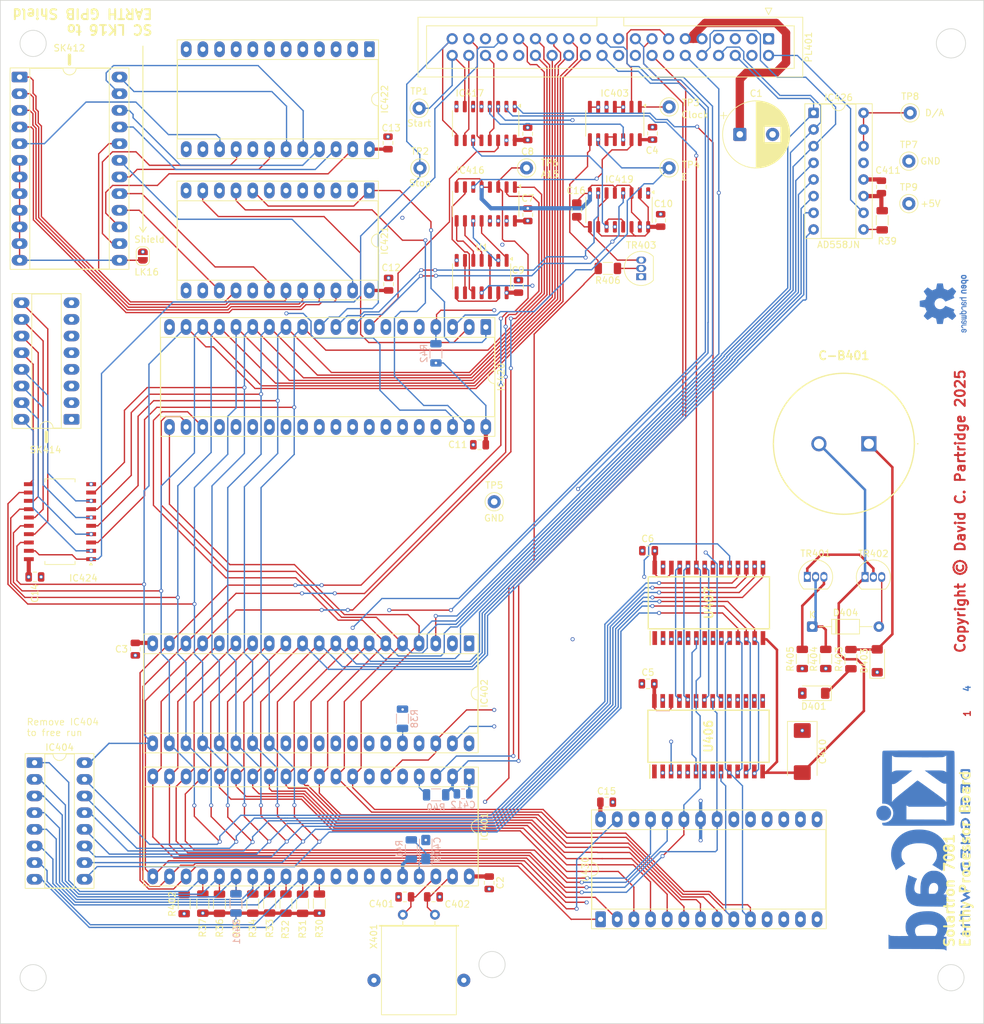
<source format=kicad_pcb>
(kicad_pcb (version 20241229) (generator "pcbnew") (generator_version "9.0")
  (title_block (title "Solartron Earthy Processor") (date "2024-03-03") (rev "1"))
  (layers (0 "F.Cu" signal) (4 "In1.Cu" signal) (6 "In2.Cu" signal) (2 "B.Cu" signal) (13 "F.Paste" user) (15 "B.Paste" user) (5 "F.SilkS" user "F.Silkscreen") (7 "B.SilkS" user "B.Silkscreen") (1 "F.Mask" user) (3 "B.Mask" user) (25 "Edge.Cuts" user))
  (net 0 "")
  (net 1 "GND")
  (net 2 "A15")
  (net 3 "A12")
  (net 4 "A7")
  (net 5 "A6")
  (net 6 "A5")
  (net 7 "A4")
  (net 8 "A3")
  (net 9 "A2")
  (net 10 "A1")
  (net 11 "A0")
  (net 12 "D0")
  (net 13 "D1")
  (net 14 "D2")
  (net 15 "D3")
  (net 16 "D4")
  (net 17 "D5")
  (net 18 "D6")
  (net 19 "D7")
  (net 20 "$6000")
  (net 21 "A10")
  (net 22 "A11")
  (net 23 "A9")
  (net 24 "A8")
  (net 25 "A13")
  (net 26 "A14")
  (net 27 "$0000")
  (net 28 "$2000")
  (net 29 "E")
  (net 30 "VMA-")
  (net 31 "BA+")
  (net 32 "TREQ0")
  (net 33 "TREQ1")
  (net 34 "Net-(IC421-B1)")
  (net 35 "W$5000Q")
  (net 36 "R$5000")
  (net 37 "$4800")
  (net 38 "$4C00")
  (net 39 "$5400")
  (net 40 "$5800")
  (net 41 "$5C00")
  (net 42 "Q")
  (net 43 "$4400")
  (net 44 "$4000")
  (net 45 "DMA Select")
  (net 46 "VMAQ+")
  (net 47 "Net-(IC426-VOUT)")
  (net 48 "Net-(TR403-B)")
  (net 49 "Net-(IC419-Zc)")
  (net 50 "Net-(IC401-XTAL)")
  (net 51 "Net-(IC401-EXTAL)")
  (net 52 "Net-(IC401-D2)")
  (net 53 "Net-(IC401-D5)")
  (net 54 "Net-(IC401-D0)")
  (net 55 "Net-(IC401-D3)")
  (net 56 "Net-(IC401-D1)")
  (net 57 "Net-(IC401-D6)")
  (net 58 "Net-(IC401-D4)")
  (net 59 "Net-(IC401-D7)")
  (net 61 "Net-(IC426-~{CE})")
  (net 62 "Net-(D401-K)")
  (net 63 "Net-(D404-K)")
  (net 64 "+5V")
  (net 66 "Net-(IC420-~{DAV})")
  (net 67 "Net-(IC420-~{NRFD})")
  (net 68 "Net-(IC420-~{DIO6})")
  (net 69 "Net-(IC420-~{DIO8})")
  (net 70 "Net-(IC420-~{DIO2})")
  (net 71 "Net-(IC420-~{DIO1})")
  (net 72 "Net-(IC420-~{NDAC})")
  (net 73 "Net-(IC420-~{ATN})")
  (net 74 "Net-(IC420-~{DIO3})")
  (net 75 "Net-(IC420-~{DIO7})")
  (net 77 "Net-(IC420-~{REN})")
  (net 78 "Net-(IC420-~{DIO5})")
  (net 79 "Net-(IC420-~{IFC})")
  (net 80 "Net-(IC424-I0b)")
  (net 81 "Net-(IC424-I0a)")
  (net 82 "Net-(IC424-I2b)")
  (net 83 "Net-(IC424-I2a)")
  (net 84 "Net-(IC424-I3b)")
  (net 85 "Net-(IC424-I3a)")
  (net 86 "Net-(IC424-I1b)")
  (net 87 "Net-(IC424-I1a)")
  (net 88 "Net-(IC420-~{DIO4})")
  (net 89 "Net-(IC420-~{EOI})")
  (net 90 "Net-(IC420-~{SRQ})")
  (net 91 "Net-(IC420-T{slash}~{R}2)")
  (net 93 "Net-(IC421-B3)")
  (net 94 "Net-(IC421-B2)")
  (net 95 "Net-(IC421-B4)")
  (net 96 "Net-(IC422-B2)")
  (net 97 "Net-(IC422-B7)")
  (net 98 "Net-(IC422-B3)")
  (net 99 "Net-(IC422-B4)")
  (net 100 "Net-(IC421-B0)")
  (net 101 "Net-(IC421-B6)")
  (net 102 "Net-(IC421-B7)")
  (net 103 "Net-(IC421-B5)")
  (net 104 "Net-(IC422-B0)")
  (net 105 "Net-(IC422-B6)")
  (net 106 "Net-(IC422-B1)")
  (net 107 "Net-(IC422-B5)")
  (net 108 "Net-(IC403-Pad10)")
  (net 109 "Net-(IC403-Pad1)")
  (net 110 "/$5000")
  (net 113 "Net-(IC416-O6)")
  (net 114 "Net-(IC416-O4)")
  (net 115 "Net-(IC416-O7)")
  (net 116 "Net-(IC416-O5)")
  (net 117 "Net-(U1-Pad13)")
  (net 118 "Net-(U1-Pad6)")
  (net 119 "Net-(U1-Pad12)")
  (net 120 "GPIB Interrupt")
  (net 121 "Net-(TR401-E)")
  (net 122 "Net-(TR401-C)")
  (net 123 "Net-(C-B401-+)")
  (net 124 "/SRAM_VSS")
  (net 125 "Net-(LK16-A)")
  (net 131 "/BAEXTD")
  (net 132 "~{RESET}")
  (net 133 "~{PWDN}")
  (net 134 "R{slash}~{W}")
  (net 135 "~{DRQ}")
  (net 136 "~{TAKA}")
  (net 137 "~{TSTB}")
  (net 138 "~{DEND}")
  (net 139 "~{E}")
  (net 140 "~{WR}")
  (net 141 "~{RD}")
  (net 142 "RESET")
  (net 143 "~{IRQ}")
  (net 144 "Net-(IC420-T{slash}~{R}1)")
  (net 145 "Net-(IC416-O3)")
  (footprint "Solartron Earthy Processor:SOIC127P1181X305-28N" (layer "F.Cu") (at 133.0198 141.1733 90)
    (property "Reference" "U406")
    (property "Value" "AS6C6264-55SIN" (hide yes))
  )
  (footprint "Capacitor_SMD:C_0805_2012Metric" (layer "F.Cu") (at 30.27 116.88)
    (property "Reference" "C14")
    (property "Value" "100nF")
  )
  (footprint "Package_TO_SOT_THT:TO-92_Inline" (layer "F.Cu") (at 156.8958 116.8952)
    (property "Reference" "TR402")
    (property "Value" "BC337")
  )
  (footprint "Package_SO:SO-16_3.9x9.9mm_P1.27mm" (layer "F.Cu") (at 119.3714 60.9116 -90)
    (property "Reference" "IC419")
    (property "Value" "74HCT157")
  )
  (footprint "Capacitor_THT:CP_Radial_D10.0mm_P5.00mm" (layer "F.Cu") (at 137.792323 49.39)
    (property "Reference" "C1")
    (property "Value" "100µF, 16v")
  )
  (footprint "Capacitor_SMD:C_0805_2012Metric" (layer "F.Cu") (at 98.0948 96.7232 180)
    (property "Reference" "C11")
    (property "Value" "100nF")
  )
  (footprint "TestPoint:TestPoint_Keystone_5000-5004_Miniature" (layer "F.Cu") (at 163.576 53.467)
    (property "Reference" "TP7")
    (property "Value" "GND")
  )
  (footprint "Capacitor_SMD:C_0805_2012Metric" (layer "F.Cu") (at 123.7996 133.1722 180)
    (property "Reference" "C5")
    (property "Value" "100nF")
  )
  (footprint "Resistor_SMD:R_1206_3216Metric" (layer "F.Cu") (at 147.3226 129.3902 90)
    (property "Reference" "R405")
    (property "Value" "150")
  )
  (footprint "Capacitor_SMD:C_0805_2012Metric" (layer "F.Cu") (at 99.568 163.5252 -90)
    (property "Reference" "C2")
    (property "Value" "100nF")
  )
  (footprint "Capacitor_Tantalum_SMD:CP_EIA-7343-31_Kemet-D_HandSolder" (layer "F.Cu") (at 147.32 143.51 -90)
    (property "Reference" "C410")
    (property "Value" "33µF 10V")
  )
  (footprint "Capacitor_SMD:C_0805_2012Metric_Pad1.18x1.45mm_HandSolder" (layer "F.Cu") (at 112.9198 60.9116 90)
    (property "Reference" "C16")
    (property "Value" "200pF")
  )
  (footprint "Resistor_SMD:R_1206_3216Metric" (layer "F.Cu") (at 66.0704 166.6708 90)
    (property "Reference" "R33")
    (property "Value" "6,8k")
  )
  (footprint "Resistor_SMD:R_1206_3216Metric" (layer "F.Cu") (at 63.505 166.6962 90)
    (property "Reference" "R34")
    (property "Value" "6,8k")
  )
  (footprint "Package_TO_SOT_THT:TO-92_Inline" (layer "F.Cu") (at 148.082 116.8698)
    (property "Reference" "TR401")
    (property "Value" "BC557")
  )
  (footprint "Package_DIP:DIP-24_W15.24mm_Socket_LongPads" (layer "F.Cu") (at 81.275 57.95 -90)
    (property "Reference" "IC421")
    (property "Value" "MC3447")
  )
  (footprint "Resistor_SMD:R_1206_3216Metric" (layer "F.Cu") (at 154.7394 129.4156 90)
    (property "Reference" "R403")
    (property "Value" "470")
  )
  (footprint "TestPoint:TestPoint_Keystone_5000-5004_Miniature" (layer "F.Cu") (at 127.01 54.49)
    (property "Reference" "TP4")
    (property "Value" "E")
  )
  (footprint "Connector_IDC:IDC-Header_2x20_P2.54mm_Vertical" (layer "F.Cu") (at 142.1788 34.8042 -90)
    (property "Reference" "PL401")
    (property "Value" "Conn_01x40")
  )
  (footprint "Capacitor_SMD:C_0805_2012Metric" (layer "F.Cu") (at 117.475 151.2316)
    (property "Reference" "C15")
    (property "Value" "100nF")
  )
  (footprint "Package_SO:SO-16_3.9x9.9mm_P1.27mm" (layer "F.Cu") (at 99.02 47.72 -90)
    (property "Reference" "IC417")
    (property "Value" "74HCT138")
  )
  (footprint "Capacitor_SMD:C_0805_2012Metric" (layer "F.Cu") (at 84.22 72.23 90)
    (property "Reference" "C12")
    (property "Value" "100nF")
  )
  (footprint "Package_SO:SO-16_3.9x9.9mm_P1.27mm" (layer "F.Cu") (at 99.0426 59.9972 -90)
    (property "Reference" "IC416")
    (property "Value" "74HCT138")
  )
  (footprint "Package_DIP:DIP-16_W7.62mm_Socket" (layer "F.Cu") (at 149.0472 46.101)
    (property "Reference" "IC426")
    (property "Value" "AD558JN")
  )
  (footprint "TestPoint:TestPoint_Keystone_5000-5004_Miniature" (layer "F.Cu") (at 127.01 45.19)
    (property "Reference" "TP3")
    (property "Value" "Clock")
  )
  (footprint "Capacitor_SMD:C_0805_2012Metric" (layer "F.Cu") (at 159.385 57.404 90)
    (property "Reference" "C411")
    (property "Value" "47nF")
  )
  (footprint "Resistor_SMD:R_1206_3216Metric" (layer "F.Cu") (at 60.9396 166.6708 90)
    (property "Reference" "R35")
    (property "Value" "6,8k")
  )
  (footprint "Package_DIP:DIP-28_W15.24mm_Socket_LongPads" (layer "F.Cu") (at 116.5606 169.0878 90)
    (property "Reference" "U430")
    (property "Value" "M27C512")
  )
  (footprint "Package_SO:SO-14_3.9x8.65mm_P1.27mm" (layer "F.Cu") (at 118.7325 47.715 -90)
    (property "Reference" "IC403")
    (property "Value" "74HCT02")
  )
  (footprint "Package_DIP:DIP-40_W15.24mm_Socket_LongPads" (layer "F.Cu") (at 96.52 147.32 -90)
    (property "Reference" "IC401")
    (property "Value" "MC68B09")
  )
  (footprint "Diode_SMD:D_MiniMELF" (layer "F.Cu") (at 158.7526 129.667 90)
    (property "Reference" "D403")
    (property "Value" "LL4448")
  )
  (footprint "Capacitor_SMD:C_0805_2012Metric" (layer "F.Cu") (at 86.697724 165.6752 180)
    (property "Reference" "C401")
    (property "Value" "22pF")
  )
  (footprint "TestPoint:TestPoint_Keystone_5000-5004_Miniature" (layer "F.Cu") (at 105.26 54.5)
    (property "Reference" "TP6")
    (property "Value" "A15")
  )
  (footprint "Capacitor_SMD:C_0805_2012Metric" (layer "F.Cu") (at 125.7214 62.5118 90)
    (property "Reference" "C10")
    (property "Value" "100nF")
  )
  (footprint "TestPoint:TestPoint_Keystone_5000-5004_Miniature" (layer "F.Cu") (at 89.01 54.52 90)
    (property "Reference" "TP2" (hide yes))
    (property "Value" "Stop")
  )
  (footprint "Resistor_SMD:R_1206_3216Metric" (layer "F.Cu") (at 58.425 166.7216 90)
    (property "Reference" "R36")
    (property "Value" "6,8k")
  )
  (footprint "Package_SO:SO-14_3.9x8.65mm_P1.27mm" (layer "F.Cu") (at 98.4151 71.0716 -90)
    (property "Reference" "U1")
    (property "Value" "74HCT08")
  )
  (footprint "Package_DIP:DIP-24_W15.24mm_Socket_LongPads" (layer "F.Cu") (at 27.94 40.64)
    (property "Reference" "SK412")
    (property "Value" "SK412")
  )
  (footprint "Jumper:SolderJumper-2_P1.3mm_Open_RoundedPad1.0x1.5mm" (layer "F.Cu") (at 46.736 67.945 90)
    (property "Reference" "LK16")
    (property "Value" "Shield")
  )
  (footprint "Resistor_SMD:R_1206_3216Metric" (layer "F.Cu") (at 159.512 62.484 -90)
    (property "Reference" "R39")
    (property "Value" "6,8k")
  )
  (footprint "Crystal:Crystal_HC18-U_Horizontal" (layer "F.Cu") (at 86.392924 168.393)
    (property "Reference" "X401")
    (property "Value" "6MHz")
  )
  (footprint "TestPoint:TestPoint_Keystone_5000-5004_Miniature" (layer "F.Cu") (at 163.7792 46.101)
    (property "Reference" "TP8")
    (property "Value" "D/A")
  )
  (footprint "TestPoint:TestPoint_Keystone_5000-5004_Miniature" (layer "F.Cu") (at 88.88 45.4 90)
    (property "Reference" "TP1" (hide yes))
    (property "Value" "Start")
  )
  (footprint "Capacitor_SMD:C_0805_2012Metric" (layer "F.Cu") (at 123.8758 112.8776 180)
    (property "Reference" "C6")
    (property "Value" "100nF")
  )
  (footprint "Capacitor_SMD:C_0805_2012Metric" (layer "F.Cu") (at 84.13 50.69 90)
    (property "Reference" "C13")
    (property "Value" "100nF")
  )
  (footprint "Package_DIP:DIP-40_W15.24mm_Socket_LongPads" (layer "F.Cu") (at 99.055 78.7654 -90)
    (property "Reference" "IC420")
    (property "Value" "8291A")
  )
  (footprint "Capacitor_SMD:C_0805_2012Metric" (layer "F.Cu") (at 105.45 61.65 90)
    (property "Reference" "C7")
    (property "Value" "100nF")
  )
  (footprint "Resistor_SMD:R_1206_3216Metric" (layer "F.Cu") (at 71.0996 166.7216 90)
    (property "Reference" "R31")
    (property "Value" "6,8k")
  )
  (footprint "Diode_SMD:D_MiniMELF" (layer "F.Cu") (at 149.0752 134.62 180)
    (property "Reference" "D401")
    (property "Value" "LL4448")
  )
  (footprint "TestPoint:TestPoint_Keystone_5000-5004_Miniature" (layer "F.Cu") (at 163.576 59.944)
    (property "Reference" "TP9")
    (property "Value" "+5V")
  )
  (footprint "Resistor_SMD:R_1206_3216Metric" (layer "F.Cu") (at 73.665 166.6962 90)
    (property "Reference" "R30")
    (property "Value" "6,8k")
  )
  (footprint "Package_TO_SOT_THT:TO-92_Inline" (layer "F.Cu") (at 122.7496 71.097 90)
    (property "Reference" "TR403")
    (property "Value" "BC337")
  )
  (footprint "Resistor_SMD:R_1206_3216Metric" (layer "F.Cu") (at 53.0402 166.7724 90)
    (property "Reference" "R402")
    (property "Value" "100k")
  )
  (footprint "Resistor_SMD:R_1206_3216Metric" (layer "F.Cu") (at 55.885 166.6962 90)
    (property "Reference" "R37")
    (property "Value" "6,8k")
  )
  (footprint "Resistor_SMD:R_1206_3216Metric" (layer "F.Cu") (at 117.6696 69.827 180)
    (property "Reference" "R406")
    (property "Value" "3,3k")
  )
  (footprint "Package_DIP:DIP-16_W7.62mm_Socket_LongPads" (layer "F.Cu") (at 35.86 92.84 180)
    (property "Reference" "SK414")
    (property "Value" "~")
  )
  (footprint "Capacitor_SMD:C_0805_2012Metric" (layer "F.Cu") (at 105.44 49.3 90)
    (property "Reference" "C8")
    (property "Value" "100nF")
  )
  (footprint "Capacitor_SMD:C_0805_2012Metric" (layer "F.Cu") (at 104.0298 72.5702 90)
    (property "Reference" "C9")
    (property "Value" "100nF")
  )
  (footprint "Capacitor_SMD:C_0805_2012Metric" (layer "F.Cu") (at 91.066524 165.6752)
    (property "Reference" "C402")
    (property "Value" "22pF")
  )
  (footprint "Resistor_SMD:R_1206_3216Metric" (layer "F.Cu") (at 68.5596 166.6962 90)
    (property "Reference" "R32")
    (property "Value" "6,8k")
  )
  (footprint "Resistor_SMD:R_1206_3216Metric" (layer "F.Cu") (at 150.904 129.3902 90)
    (property "Reference" "R404")
    (property "Value" "820")
  )
  (footprint "Solartron Earthy Processor:SOIC127P1181X305-28N" (layer "F.Cu") (at 133.0706 120.8278 90)
    (property "Reference" "U407")
    (property "Value" "AS6C6264-55SIN" (hide yes))
  )
  (footprint "Capacitor_SMD:C_0805_2012Metric" (layer "F.Cu") (at 124.48 49.235 90)
    (property "Reference" "C4")
    (property "Value" "100nF")
  )
  (footprint "Package_SO:SO-20_12.8x7.5mm_P1.27mm" (layer "F.Cu") (at 34.1 108.45 180)
    (property "Reference" "IC424")
    (property "Value" "74HCT244")
  )
  (footprint "Symbol:LayerMarker_4_6.35x2.54mm_TextH1mm_P1.27mm" (layer "F.Cu") (at 173.75 137.71 90)
    (property "Reference" "LayerMarker" (hide yes))
    (property "Value" "LayerMarker_4_6.35x2.54mm_TextH1mm_P1.27mm" (hide yes))
  )
  (footprint "Package_DIP:DIP-40_W15.24mm_Socket_LongPads" (layer "F.Cu") (at 96.4946 127.0214 -90)
    (property "Reference" "IC402")
    (property "Value" "MC68A44")
  )
  (footprint "Solartron Earthy Processor:FGH0H105ZF" (layer "F.Cu") (at 157.48 96.5708)
    (property "Reference" "C-B401")
    (property "Value" "1F 5.5V" (hide yes))
  )
  (footprint "TestPoint:TestPoint_Keystone_5000-5004_Miniature" (layer "F.Cu") (at 100.33 105.41)
    (property "Reference" "TP5")
    (property "Value" "GND")
  )
  (footprint "Diode_THT:D_DO-35_SOD27_P10.16mm_Horizontal" (layer "F.Cu") (at 148.844 124.46)
    (property "Reference" "D404")
    (property "Value" "3,3V")
  )
  (footprint "Package_DIP:DIP-16_W7.62mm_Socket_LongPads" (layer "F.Cu") (at 30.226 145.2078)
    (property "Reference" "IC404")
    (property "Value" "4116R-1-220")
  )
  (footprint "Capacitor_SMD:C_0805_2012Metric" (layer "F.Cu") (at 45.593 127.889 -90)
    (property "Reference" "C3")
    (property "Value" "100nF")
  )
  (footprint "Package_DIP:DIP-24_W15.24mm_Socket_LongPads" (layer "F.Cu") (at 81.295 36.4 -90)
    (property "Reference" "IC422")
    (property "Value" "MC3447")
  )
  (footprint "Capacitor_SMD:C_0805_2012Metric" (layer "B.Cu") (at 95.5852 149.9576)
    (property "Reference" "C412")
    (property "Value" "47nF" (hide yes))
  )
  (footprint "Resistor_SMD:R_1206_3216Metric" (layer "B.Cu") (at 91.4704 150.11 180)
    (property "Reference" "R40")
    (property "Value" "6,8k")
  )
  (footprint "Resistor_SMD:R_1206_3216Metric" (layer "B.Cu") (at 87.6858 158.4412 -90)
    (property "Reference" "R41")
    (property "Value" "3,3k")
  )
  (footprint "Resistor_SMD:R_1206_3216Metric" (layer "B.Cu") (at 60.9396 166.6708 90)
    (property "Reference" "R401")
    (property "Value" "100k")
  )
  (footprint "Resistor_SMD:R_1206_3216Metric" (layer "B.Cu") (at 91.44 82.7786 -90)
    (property "Reference" "R42")
    (property "Value" "6,8k")
  )
  (footprint "Resistor_SMD:R_1206_3216Metric" (layer "B.Cu") (at 86.3396 138.5022 90)
    (property "Reference" "R38")
    (property "Value" "6,8k")
  )
  (footprint "Symbol:KiCad-Logo2_12mm_Copper" (layer "B.Cu") (at 164.5412 158.5976 -90)
    (property "Reference" "Kicad_Logo" (hide yes))
    (property "Value" "KiCad-Logo2_12mm_Copper" (hide yes))
  )
  (footprint "Symbol:OSHW-Logo2_9.8x8mm_Copper" (layer "B.Cu") (at 168.95 75.21 -90)
    (property "Reference" "REF**" (hide yes))
    (property "Value" "OSHW-Logo2_9.8x8mm_Copper" (hide yes))
  )
  (footprint "Capacitor_Tantalum_SMD:CP_EIA-3216-12_Kemet-S_HandSolder" (layer "B.Cu") (at 89.8956 158.4452 90)
    (property "Reference" "C409")
    (property "Value" "4,7µF, 16v")
  )
  (gr_line (start 32.05 94.785) (end 32.05 96.26) (stroke (width 0.508)) (layer "F.SilkS"))
  (gr_line (start 46.748 64.292) (end 46.24 63.53) (stroke (width 0.15)) (layer "F.SilkS"))
  (gr_line (start 46.748 35.922) (end 46.748 64.292) (stroke (width 0.15)) (layer "F.SilkS"))
  (gr_line (start 46.748 64.292) (end 47.256 63.53) (stroke (width 0.15)) (layer "F.SilkS"))
  (gr_line (start 35.55 37.3) (end 35.55 38.665) (stroke (width 0.508)) (layer "F.SilkS"))
  (gr_circle (center 30 35.51) (end 32 35.51) (stroke (width 0.1)) (fill no) (layer "Edge.Cuts"))
  (gr_circle (center 170 35.5) (end 172 34.51) (stroke (width 0.1)) (fill no) (layer "Edge.Cuts"))
  (gr_rect (start 25 28.94) (end 175 185) (stroke (width 0.1)) (fill no) (layer "Edge.Cuts"))
  (gr_circle (center 30 178) (end 32 178) (stroke (width 0.1)) (fill no) (layer "Edge.Cuts"))
  (gr_circle (center 170 178) (end 172 178) (stroke (width 0.1)) (fill no) (layer "Edge.Cuts"))
  (gr_circle (center 100 176) (end 102 176) (stroke (width 0.1)) (fill no) (layer "Edge.Cuts"))
  (gr_text "Copyright © David C. Partridge 2025" (at 172.2882 128.6256 90) (layer "F.Cu") (effects (font (size 1.5 1.5) (thickness 0.3) (bold yes)) (justify left bottom)))
  (gr_text "SC LK16 to\nEARTH GPIB Shield" (at 48.35 30.1 180) (layer "F.SilkS") (effects (font (size 1.5 1.5) (thickness 0.3) (bold yes)) (justify left bottom)))
  (gr_text "Solartron 7081\nEarthy Processor Board" (at 173.0502 173.5074 90) (layer "F.SilkS") (effects (font (size 1.5 1.5) (thickness 0.3) (bold yes)) (justify left bottom)))
  (gr_text "Remove IC404\nto free run" (at 28.956 141.224 0) (layer "F.SilkS") (effects (font (size 1.016 1.016) (thickness 0.127)) (justify left bottom)))
  (segment (start 98.4164 56.461601) (end 98.4164 57.4491) (width 0.2032) (layer "F.Cu") (net 1))
  (segment (start 115.232201 57.1558) (end 118.430599 57.1558) (width 0.2032) (layer "F.Cu") (net 1))
  (segment (start 98.110599 56.1558) (end 98.4164 56.461601) (width 0.2032) (layer "F.Cu") (net 1))
  (segment (start 121.2764 61.2418) (end 122.5464 62.5118) (width 0.2032) (layer "F.Cu") (net 1))
  (segment (start 118.7364 57.461601) (end 118.7364 58.3366) (width 0.2032) (layer "F.Cu") (net 1))
  (segment (start 118.430599 57.1558) (end 118.7364 57.461601) (width 0.2032) (layer "F.Cu") (net 1))
  (segment (start 114.9264 58.3366) (end 114.9264 57.461601) (width 0.2032) (layer "F.Cu") (net 1))
  (segment (start 122.5464 62.5118) (end 122.5464 63.4866) (width 0.2032) (layer "F.Cu") (net 1))
  (segment (start 121.2764 58.3366) (end 121.2764 61.2418) (width 0.2032) (layer "F.Cu") (net 1))
  (segment (start 159.192 56.261) (end 159.385 56.454) (width 0.635) (layer "F.Cu") (net 1))
  (segment (start 159.4358 116.8952) (end 159.4358 124.0282) (width 0.2032) (layer "F.Cu") (net 1))
  (segment (start 116.1825 45.23) (end 114.9325 45.23) (width 0.2032) (layer "F.Cu") (net 1))
  (segment (start 114.9264 57.461601) (end 115.232201 57.1558) (width 0.2032) (layer "F.Cu") (net 1))
  (segment (start 99.6864 57.4491) (end 98.4591 57.4491) (width 0.2032) (layer "F.Cu") (net 1))
  (segment (start 114.1136 58.397) (end 114.9264 58.397) (width 0.2032) (layer "F.Cu") (net 1))
  (segment (start 94.6064 57.4491) (end 94.6064 56.461601) (width 0.2032) (layer "F.Cu") (net 1))
  (segment (start 94.912201 56.1558) (end 98.110599 56.1558) (width 0.2032) (layer "F.Cu") (net 1))
  (segment (start 118.7364 57.508) (end 119.0886 57.1558) (width 0.2032) (layer "F.Cu") (net 1))
  (segment (start 112.9198 59.5908) (end 114.1136 58.397) (width 0.2032) (layer "F.Cu") (net 1))
  (segment (start 118.7364 58.3366) (end 118.7364 57.508) (width 0.2032) (layer "F.Cu") (net 1))
  (segment (start 121.2764 57.461601) (end 121.2764 58.3366) (width 0.2032) (layer "F.Cu") (net 1))
  (segment (start 119.0886 57.1558) (end 120.970599 57.1558) (width 0.2032) (layer "F.Cu") (net 1))
  (segment (start 156.6672 56.261) (end 159.192 56.261) (width 0.635) (layer "F.Cu") (net 1))
  (segment (start 94.6064 56.461601) (end 94.912201 56.1558) (width 0.2032) (layer "F.Cu") (net 1))
  (segment (start 120.970599 57.1558) (end 121.2764 57.461601) (width 0.2032) (layer "F.Cu") (net 1))
  (via (at 53.0402 168.2349) (size 0.6096) (drill 0.381) (layers "F.Cu" "B.Cu") (net 1))
  (via (at 31.22 116.88) (size 0.6096) (drill 0.381) (layers "F.Cu" "B.Cu") (net 1))
  (via (at 45.593 128.839) (size 0.6096) (drill 0.381) (layers "F.Cu" "B.Cu") (net 1))
  (via (at 114.9264 58.397) (size 0.6096) (drill 0.381) (layers "F.Cu" "B.Cu") (net 1))
  (via (at 94.575 45.145) (size 0.6096) (drill 0.381) (layers "F.Cu" "B.Cu") (net 1))
  (via (at 89.8956 157.0052) (size 0.6096) (drill 0.381) (layers "F.Cu" "B.Cu") (net 1))
  (via (at 118.425 151.2316) (size 0.6096) (drill 0.381) (layers "F.Cu" "B.Cu") (net 1))
  (via (at 122.5464 63.4866) (size 0.6096) (drill 0.381) (layers "F.Cu" "B.Cu") (net 1))
  (via (at 85.747724 165.6752) (size 0.6096) (drill 0.381) (layers "F.Cu" "B.Cu") (net 1))
  (via (at 105.4522 60.6576) (size 0.6096) (drill 0.381) (layers "F.Cu" "B.Cu") (net 1))
  (via (at 38.85 102.735) (size 0.6096) (drill 0.381) (layers "F.Cu" "B.Cu") (net 1))
  (via (at 131.82 157.05) (size 0.6096) (drill 0.381) (layers "F.Cu" "B.Cu") (net 1))
  (via (at 116.1925 45.24) (size 0.6096) (drill 0.381) (layers "F.Cu" "B.Cu") (net 1))
  (via (at 46.736 67.295) (size 0.6096) (drill 0.381) (layers "F.Cu" "B.Cu") (net 1))
  (via (at 99.573 164.4712) (size 0.6096) (drill 0.381) (layers "F.Cu" "B.Cu") (net 1))
  (via (at 84.13 49.74) (size 0.6096) (drill 0.381) (layers "F.Cu" "B.Cu") (net 1))
  (via (at 84.22 71.28) (size 0.6096) (drill 0.381) (layers "F.Cu" "B.Cu") (net 1))
  (via (at 92.016524 165.6752) (size 0.6096) (drill 0.381) (layers "F.Cu" "B.Cu") (net 1))
  (via (at 97.1448 96.7232) (size 0.6096) (drill 0.381) (layers "F.Cu" "B.Cu") (net 1))
  (via (at 122.9258 112.8776) (size 0.6096) (drill 0.381) (layers "F.Cu" "B.Cu") (net 1))
  (via (at 131.82 151.02) (size 0.6096) (drill 0.381) (layers "F.Cu" "B.Cu") (net 1))
  (via (at 105.44 48.35) (size 0.6096) (drill 0.381) (layers "F.Cu" "B.Cu") (net 1))
  (via (at 124.48 48.285) (size 0.6096) (drill 0.381) (layers "F.Cu" "B.Cu") (net 1))
  (via (at 125.7214 61.5618) (size 0.6096) (drill 0.381) (layers "F.Cu" "B.Cu") (net 1))
  (via (at 98.4164 57.4064) (size 0.6096) (drill 0.381) (layers "F.Cu" "B.Cu") (net 1))
  (via (at 60.9396 169.299) (size 0.6096) (drill 0.381) (layers "F.Cu" "B.Cu") (net 1))
  (via (at 94.6051 68.5966) (size 0.6096) (drill 0.381) (layers "F.Cu" "B.Cu") (net 1))
  (via (at 104.0298 71.6202) (size 0.6096) (drill 0.381) (layers "F.Cu" "B.Cu") (net 1))
  (via (at 122.8496 133.1722) (size 0.6096) (drill 0.381) (layers "F.Cu" "B.Cu") (net 1))
  (segment (start 114.9264 58.397) (end 114.9264 59.413) (width 0.635) (layer "B.Cu") (net 1))
  (segment (start 114.9264 59.413) (end 113.6818 60.6576) (width 0.635) (layer "B.Cu") (net 1))
  (segment (start 113.6729 60.6516) (end 99.8299 60.6516) (width 0.635) (layer "B.Cu") (net 1))
  (segment (start 60.9396 169.299) (end 60.9396 168.1333) (width 0.2032) (layer "B.Cu") (net 1))
  (segment (start 96.52 147.32) (end 96.52 149.8092) (width 0.381) (layer "B.Cu") (net 1))
  (segment (start 99.8388 60.6576) (end 98.4164 59.2352) (width 0.635) (layer "B.Cu") (net 1))
  (segment (start 131.82 151.02) (end 131.82 157.05) (width 0.508) (layer "B.Cu") (net 1))
  (segment (start 98.4164 59.2352) (end 98.4164 57.4064) (width 0.635) (layer "B.Cu") (net 1))
  (segment (start 102.994801 54.5) (end 100.9476 56.547201) (width 0.2032) (layer "F.Cu") (net 2))
  (segment (start 54.918 160.982) (end 103.959 160.982) (width 0.2032) (layer "F.Cu") (net 2))
  (segment (start 101.5914 58.0841) (end 101.5914 65.375356) (width 0.2032) (layer "F.Cu") (net 2))
  (segment (start 74.01 118.1354) (end 80.01 118.1354) (width 0.2032) (layer "F.Cu") (net 2))
  (segment (start 103.42615 76.4393) (end 102.3767 76.4393) (width 0.2032) (layer "F.Cu") (net 2))
  (segment (start 105.49 67.71) (end 105.49 74.37545) (width 0.2032) (layer "F.Cu") (net 2))
  (segment (start 100.9476 56.547201) (end 100.9476 57.4222) (width 0.2032) (layer "F.Cu") (net 2))
  (segment (start 105.49 74.37545) (end 103.42615 76.4393) (width 0.2032) (layer "F.Cu") (net 2))
  (segment (start 100.9564 57.4491) (end 101.5914 58.0841) (width 0.2032) (layer "F.Cu") (net 2))
  (segment (start 101.5914 65.375356) (end 101.883444 65.6674) (width 0.2032) (layer "F.Cu") (net 2))
  (segment (start 70 118.1354) (end 69.9946 118.13) (width 0.2032) (layer "F.Cu") (net 2))
  (segment (start 59.666 118.13) (end 50.7746 127.0214) (width 0.2032) (layer "F.Cu") (net 2))
  (segment (start 101.346 96.7994) (end 101.346 87.6554) (width 0.2032) (layer "F.Cu") (net 2))
  (segment (start 112.090394 169.0878) (end 116.5606 169.0878) (width 0.2032) (layer "F.Cu") (net 2))
  (segment (start 50.7746 127.0214) (end 46.314 131.482) (width 0.2032) (layer "F.Cu") (net 2))
  (segment (start 46.314 163.153987) (end 47.633213 164.4732) (width 0.2032) (layer "F.Cu") (net 2))
  (segment (start 103.959 160.982) (end 112.077597 169.100597) (width 0.2032) (layer "F.Cu") (net 2))
  (segment (start 46.314 131.482) (end 46.314 163.153987) (width 0.2032) (layer "F.Cu") (net 2))
  (segment (start 101.883444 65.6674) (end 103.4474 65.6674) (width 0.2032) (layer "F.Cu") (net 2))
  (segment (start 69.9946 118.13) (end 59.666 118.13) (width 0.2032) (layer "F.Cu") (net 2))
  (segment (start 105.26 54.5) (end 102.994801 54.5) (width 0.2032) (layer "F.Cu") (net 2))
  (segment (start 80.01 118.1354) (end 101.346 96.7994) (width 0.2032) (layer "F.Cu") (net 2))
  (segment (start 47.633213 164.4732) (end 51.4268 164.4732) (width 0.2032) (layer "F.Cu") (net 2))
  (segment (start 112.077597 169.100597) (end 112.090394 169.0878) (width 0.2032) (layer "F.Cu") (net 2))
  (segment (start 102.3767 76.4393) (end 101.346 77.47) (width 0.2032) (layer "F.Cu") (net 2))
  (segment (start 51.4268 164.4732) (end 53.34 162.56) (width 0.2032) (layer "F.Cu") (net 2))
  (segment (start 53.34 162.56) (end 54.918 160.982) (width 0.2032) (layer "F.Cu") (net 2))
  (segment (start 103.4474 65.6674) (end 105.49 67.71) (width 0.2032) (layer "F.Cu") (net 2))
  (via (at 70 118.1354) (size 0.6096) (drill 0.381) (layers "F.Cu" "B.Cu") (net 2))
  (via (at 101.346 87.6554) (size 0.6096) (drill 0.381) (layers "F.Cu" "B.Cu") (net 2))
  (via (at 101.346 77.47) (size 0.6096) (drill 0.381) (layers "F.Cu" "B.Cu") (net 2))
  (via (at 74.01 118.1354) (size 0.6096) (drill 0.381) (layers "F.Cu" "B.Cu") (net 2))
  (segment (start 101.346 77.47) (end 101.346 87.6554) (width 0.2032) (layer "B.Cu") (net 2))
  (segment (start 70 118.1354) (end 74.01 118.1354) (width 0.2032) (layer "B.Cu") (net 2))
  (segment (start 48.26 147.32) (end 48.26 156.5312) (width 0.2032) (layer "F.Cu") (net 3))
  (segment (start 49.53 146.05) (end 48.26 147.32) (width 0.2032) (layer "F.Cu") (net 3))
  (segment (start 111.252 165.735) (end 115.7478 165.735) (width 0.2032) (layer "F.Cu") (net 3))
  (segment (start 51.4886 159.7598) (end 105.2768 159.7598) (width 0.2032) (layer "F.Cu") (net 3))
  (segment (start 115.7478 165.735) (end 119.1006 169.0878) (width 0.2032) (layer "F.Cu") (net 3))
  (segment (start 48.26 156.5312) (end 51.4886 159.7598) (width 0.2032) (layer "F.Cu") (net 3))
  (segment (start 58.3946 127.0214) (end 49.53 135.886) (width 0.2032) (layer "F.Cu") (net 3))
  (segment (start 105.2768 159.7598) (end 111.252 165.735) (width 0.2032) (layer "F.Cu") (net 3))
  (segment (start 49.53 135.886) (end 49.53 146.05) (width 0.2032) (layer "F.Cu") (net 3))
  (via (at 100.9427 45.145) (size 0.6096) (drill 0.381) (layers "F.Cu" "B.Cu") (net 3))
  (via (at 126.03 146.76) (size 0.6096) (drill 0.381) (layers "F.Cu" "B.Cu") (net 3))
  (via (at 126.0856 126.370301) (size 0.6096) (drill 0.381) (layers "F.Cu" "B.Cu") (net 3))
  (via (at 112.29 126.38) (size 0.6096) (drill 0.381) (layers "F.Cu" "B.Cu") (net 3))
  (via (at 112.27 47.22) (size 0.6096) (drill 0.381) (layers "F.Cu" "B.Cu") (net 3))
  (segment (start 112.27 47.22) (end 102.01 47.22) (width 0.2032) (layer "B.Cu") (net 3))
  (segment (start 102.01 47.22) (end 100.9427 46.1527) (width 0.2032) (layer "B.Cu") (net 3))
  (segment (start 100.9427 46.1527) (end 100.9427 45.145) (width 0.2032) (layer "B.Cu") (net 3))
  (segment (start 62.1538 135.9622) (end 62.1538 146.1262) (width 0.2032) (layer "F.Cu") (net 4))
  (segment (start 119.253 161.798) (end 121.6316 164.1766) (width 0.2032) (layer "F.Cu") (net 4))
  (segment (start 104.775 155.194) (end 111.379 161.798) (width 0.2032) (layer "F.Cu") (net 4))
  (segment (start 60.96 148.835) (end 62.489 150.364) (width 0.2032) (layer "F.Cu") (net 4))
  (segment (start 75.946 155.194) (end 104.775 155.194) (width 0.2032) (layer "F.Cu") (net 4))
  (segment (start 71.0946 127.0214) (end 62.1538 135.9622) (width 0.2032) (layer "F.Cu") (net 4))
  (segment (start 111.379 161.798) (end 119.253 161.798) (width 0.2032) (layer "F.Cu") (net 4))
  (segment (start 121.6316 164.1766) (end 121.6316 169.199801) (width 0.2032) (layer "F.Cu") (net 4))
  (segment (start 60.96 147.32) (end 60.96 148.835) (width 0.2032) (layer "F.Cu") (net 4))
  (segment (start 62.1538 146.1262) (end 60.96 147.32) (width 0.2032) (layer "F.Cu") (net 4))
  (segment (start 62.489 150.364) (end 71.116 150.364) (width 0.2032) (layer "F.Cu") (net 4))
  (segment (start 71.116 150.364) (end 75.946 155.194) (width 0.2032) (layer "F.Cu") (net 4))
  (via (at 127.32 142) (size 0.6096) (drill 0.381) (layers "F.Cu" "B.Cu") (net 4))
  (via (at 127.3556 126.3903) (size 0.6096) (drill 0.381) (layers "F.Cu" "B.Cu") (net 4))
  (via (at 127.3165 146.7358) (size 0.6096) (drill 0.381) (layers "F.Cu" "B.Cu") (net 4))
  (segment (start 99.314 128.778004) (end 97.1204 130.9716) (width 0.2032) (layer "B.Cu") (net 4))
  (segment (start 147.9574 74.488751) (end 147.8 74.64615) (width 0.2032) (layer "B.Cu") (net 4))
  (segment (start 99.314 122.786) (end 99.314 128.778004) (width 0.2032) (layer "B.Cu") (net 4))
  (segment (start 127.32 146.7323) (end 127.3165 146.7358) (width 0.2032) (layer "B.Cu") (net 4))
  (segment (start 147.8 74.64615) (end 147.45385 74.64615) (width 0.2032) (layer "B.Cu") (net 4))
  (segment (start 147.45385 74.64615) (end 99.314 122.786) (width 0.2032) (layer "B.Cu") (net 4))
  (segment (start 147.9574 64.9708) (end 147.9574 74.488751) (width 0.2032) (layer "B.Cu") (net 4))
  (segment (start 149.0472 63.881) (end 147.9574 64.9708) (width 0.2032) (layer "B.Cu") (net 4))
  (segment (start 97.1204 130.9716) (end 75.0448 130.9716) (width 0.2032) (layer "B.Cu") (net 4))
  (segment (start 127.32 142) (end 127.32 146.7323) (width 0.2032) (layer "B.Cu") (net 4))
  (segment (start 75.0448 130.9716) (end 71.0946 127.0214) (width 0.2032) (layer "B.Cu") (net 4))
  (segment (start 76.1318 154.7866) (end 105.3836 154.7866) (width 0.2032) (layer "F.Cu") (net 5))
  (segment (start 121.55635 160.782) (end 124.1716 163.39725) (width 0.2032) (layer "F.Cu") (net 5))
  (segment (start 64.4692 149.9566) (end 71.28475 149.9566) (width 0.2032) (layer "F.Cu") (net 5))
  (segment (start 63.5 148.9874) (end 64.4692 149.9566) (width 0.2032) (layer "F.Cu") (net 5))
  (segment (start 71.28475 149.9566) (end 71.285751 149.9576) (width 0.2032) (layer "F.Cu") (net 5))
  (segment (start 64.7192 146.1008) (end 63.5 147.32) (width 0.2032) (layer "F.Cu") (net 5))
  (segment (start 124.1716 163.39725) (end 124.1716 169.199801) (width 0.2032) (layer "F.Cu") (net 5))
  (segment (start 111.379 160.782) (end 121.55635 160.782) (width 0.2032) (layer "F.Cu") (net 5))
  (segment (start 73.6346 127.0214) (end 64.7192 135.9368) (width 0.2032) (layer "F.Cu") (net 5))
  (segment (start 105.3836 154.7866) (end 111.379 160.782) (width 0.2032) (layer "F.Cu") (net 5))
  (segment (start 63.5 147.32) (end 63.5 148.9874) (width 0.2032) (layer "F.Cu") (net 5))
  (segment (start 71.3028 149.9576) (end 76.1318 154.7866) (width 0.2032) (layer "F.Cu") (net 5))
  (segment (start 64.7192 135.9368) (end 64.7192 146.1008) (width 0.2032) (layer "F.Cu") (net 5))
  (segment (start 71.285751 149.9576) (end 71.3028 149.9576) (width 0.2032) (layer "F.Cu") (net 5))
  (via (at 128.6256 126.3903) (size 0.6096) (drill 0.381) (layers "F.Cu" "B.Cu") (net 5))
  (via (at 128.5748 146.7358) (size 0.6096) (drill 0.381) (layers "F.Cu" "B.Cu") (net 5))
  (segment (start 98.9066 122.58945) (end 98.9066 128.609253) (width 0.2032) (layer "B.Cu") (net 5))
  (segment (start 96.95165 130.5642) (end 77.1774 130.5642) (width 0.2032) (layer "B.Cu") (net 5))
  (segment (start 137.4464 83.9305) (end 137.4464 84.049653) (width 0.2032) (layer "B.Cu") (net 5))
  (segment (start 147.55 61.6382) (end 147.55 73.826903) (width 0.2032) (layer "B.Cu") (net 5))
  (segment (start 147.55 73.826903) (end 137.4464 83.9305) (width 0.2032) (layer "B.Cu") (net 5))
  (segment (start 147.8472 61.341) (end 147.55 61.6382) (width 0.2032) (layer "B.Cu") (net 5))
  (segment (start 137.4464 84.049653) (end 98.9066 122.58945) (width 0.2032) (layer "B.Cu") (net 5))
  (segment (start 149.0472 61.341) (end 147.8472 61.341) (width 0.2032) (layer "B.Cu") (net 5))
  (segment (start 98.9066 128.609253) (end 96.95165 130.5642) (width 0.2032) (layer "B.Cu") (net 5))
  (segment (start 77.1774 130.5642) (end 73.6346 127.0214) (width 0.2032) (layer "B.Cu") (net 5))
  (segment (start 76.30055 154.3792) (end 105.8652 154.3792) (width 0.2032) (layer "F.Cu") (net 6))
  (segment (start 105.8652 154.3792) (end 111.3282 159.8422) (width 0.2032) (layer "F.Cu") (net 6))
  (segment (start 71.4545 149.5502) (end 71.47155 149.5502) (width 0.2032) (layer "F.Cu") (net 6))
  (segment (start 121.285 159.8422) (end 126.7116 165.2688) (width 0.2032) (layer "F.Cu") (net 6))
  (segment (start 71.453501 149.5492) (end 71.4545 149.5502) (width 0.2032) (layer "F.Cu") (net 6))
  (segment (start 111.3282 159.8422) (end 116.8082 159.8422) (width 0.2032) (layer "F.Cu") (net 6))
  (segment (start 116.8146 159.8486) (end 116.821 159.8422) (width 0.2032) (layer "F.Cu") (net 6))
  (segment (start 67.2592 146.1008) (end 66.04 147.32) (width 0.2032) (layer "F.Cu") (net 6))
  (segment (start 71.47155 149.5502) (end 76.30055 154.3792) (width 0.2032) (layer "F.Cu") (net 6))
  (segment (start 116.821 159.8422) (end 121.285 159.8422) (width 0.2032) (layer "F.Cu") (net 6))
  (segment (start 66.424 149.5492) (end 71.453501 149.5492) (width 0.2032) (layer "F.Cu") (net 6))
  (segment (start 66.04 147.32) (end 66.04 149.1652) (width 0.2032) (layer "F.Cu") (net 6))
  (segment (start 76.1746 127.0214) (end 67.2592 135.9368) (width 0.2032) (layer "F.Cu") (net 6))
  (segment (start 126.7116 165.2688) (end 126.7116 169.199801) (width 0.2032) (layer "F.Cu") (net 6))
  (segment (start 66.04 149.1652) (end 66.424 149.5492) (width 0.2032) (layer "F.Cu") (net 6))
  (segment (start 67.2592 135.9368) (end 67.2592 146.1008) (width 0.2032) (layer "F.Cu") (net 6))
  (via (at 129.8448 146.7358) (size 0.6096) (drill 0.381) (layers "F.Cu" "B.Cu") (net 6))
  (via (at 129.921 126.3396) (size 0.6096) (drill 0.381) (layers "F.Cu" "B.Cu") (net 6))
  (segment (start 137.039 83.880903) (end 98.4992 122.4207) (width 0.2032) (layer "B.Cu") (net 6))
  (segment (start 79.31 130.1568) (end 76.1746 127.0214) (width 0.2032) (layer "B.Cu") (net 6))
  (segment (start 98.4992 122.4207) (end 98.4992 128.440502) (width 0.2032) (layer "B.Cu") (net 6))
  (segment (start 137.039 83.76175) (end 137.039 83.880903) (width 0.2032) (layer "B.Cu") (net 6))
  (segment (start 147.1426 73.658152) (end 137.039 83.76175) (width 0.2032) (layer "B.Cu") (net 6))
  (segment (start 96.7829 130.1568) (end 79.31 130.1568) (width 0.2032) (layer "B.Cu") (net 6))
  (segment (start 98.4992 128.440502) (end 96.7829 130.1568) (width 0.2032) (layer "B.Cu") (net 6))
  (segment (start 147.1426 60.7056) (end 147.1426 73.658152) (width 0.2032) (layer "B.Cu") (net 6))
  (segment (start 149.0472 58.801) (end 147.1426 60.7056) (width 0.2032) (layer "B.Cu") (net 6))
  (segment (start 129.2706 167.1674) (end 129.2706 169.072801) (width 0.2032) (layer "F.Cu") (net 7))
  (segment (start 121.0056 158.9024) (end 129.2706 167.1674) (width 0.2032) (layer "F.Cu") (net 7))
  (segment (start 69.8246 146.0754) (end 68.58 147.32) (width 0.2032) (layer "F.Cu") (net 7))
  (segment (start 76.6378 153.9718) (end 106.1148 153.9718) (width 0.2032) (layer "F.Cu") (net 7))
  (segment (start 68.9914 149.094) (end 71.76 149.094) (width 0.2032) (layer "F.Cu") (net 7))
  (segment (start 68.58 147.32) (end 68.58 148.6826) (width 0.2032) (layer "F.Cu") (net 7))
  (segment (start 106.1148 153.9718) (end 111.02 158.877) (width 0.2032) (layer "F.Cu") (net 7))
  (segment (start 111.02 158.877) (end 116.0526 158.877) (width 0.2032) (layer "F.Cu") (net 7))
  (segment (start 78.7146 127.0214) (end 69.8246 135.9114) (width 0.2032) (layer "F.Cu") (net 7))
  (segment (start 68.58 148.6826) (end 68.9914 149.094) (width 0.2032) (layer "F.Cu") (net 7))
  (segment (start 71.76 149.094) (end 76.6378 153.9718) (width 0.2032) (layer "F.Cu") (net 7))
  (segment (start 116.078 158.9024) (end 121.0056 158.9024) (width 0.2032) (layer "F.Cu") (net 7))
  (segment (start 69.8246 135.9114) (end 69.8246 146.0754) (width 0.2032) (layer "F.Cu") (net 7))
  (via (at 131.1148 146.7358) (size 0.6096) (drill 0.381) (layers "F.Cu" "B.Cu") (net 7))
  (via (at 131.1656 126.370301) (size 0.6096) (drill 0.381) (layers "F.Cu" "B.Cu") (net 7))
  (segment (start 146.7352 58.573) (end 149.0472 56.261) (width 0.2032) (layer "B.Cu") (net 7))
  (segment (start 130.5052 128.4224) (end 130.5052 143.954721) (width 0.2032) (layer "B.Cu") (net 7))
  (segment (start 98.0918 128.271752) (end 98.0918 122.25195) (width 0.2032) (layer "B.Cu") (net 7))
  (segment (start 146.7352 73.489402) (end 146.7352 58.573) (width 0.2032) (layer "B.Cu") (net 7))
  (segment (start 96.61415 129.7494) (end 98.0918 128.271752) (width 0.2032) (layer "B.Cu") (net 7))
  (segment (start 136.6316 83.593) (end 146.7352 73.489402) (width 0.2032) (layer "B.Cu") (net 7))
  (segment (start 98.0918 122.25195) (end 136.6316 83.712152) (width 0.2032) (layer "B.Cu") (net 7))
  (segment (start 131.1656 126.370301) (end 131.1656 127.762) (width 0.2032) (layer "B.Cu") (net 7))
  (segment (start 136.6316 83.712152) (end 136.6316 83.593) (width 0.2032) (layer "B.Cu") (net 7))
  (segment (start 131.1656 127.762) (end 130.5052 128.4224) (width 0.2032) (layer "B.Cu") (net 7))
  (segment (start 78.7146 127.0214) (end 81.4426 129.7494) (width 0.2032) (layer "B.Cu") (net 7))
  (segment (start 131.1148 144.564321) (end 131.1148 146.7358) (width 0.2032) (layer "B.Cu") (net 7))
  (segment (start 81.4426 129.7494) (end 96.61415 129.7494) (width 0.2032) (layer "B.Cu") (net 7))
  (segment (start 130.5052 143.954721) (end 131.1148 144.564321) (width 0.2032) (layer "B.Cu") (net 7))
  (segment (start 76.80655 153.5644) (end 106.7014 153.5644) (width 0.2032) (layer "F.Cu") (net 8))
  (segment (start 71.92875 148.6866) (end 76.80655 153.5644) (width 0.2032) (layer "F.Cu") (net 8))
  (segment (start 131.7916 166.742) (end 131.7916 169.199801) (width 0.2032) (layer "F.Cu") (net 8))
  (segment (start 72.39 146.05) (end 71.12 147.32) (width 0.2032) (layer "F.Cu") (net 8))
  (segment (start 128.8044 166.0916) (end 131.1412 166.0916) (width 0.2032) (layer "F.Cu") (net 8))
  (segment (start 72.39 135.886) (end 72.39 146.05) (width 0.2032) (layer "F.Cu") (net 8))
  (segment (start 81.2546 127.0214) (end 72.39 135.886) (width 0.2032) (layer "F.Cu") (net 8))
  (segment (start 71.505 148.6866) (end 71.92875 148.6866) (width 0.2032) (layer "F.Cu") (net 8))
  (segment (start 71.12 148.3016) (end 71.505 148.6866) (width 0.2032) (layer "F.Cu") (net 8))
  (segment (start 131.1412 166.0916) (end 131.7916 166.742) (width 0.2032) (layer "F.Cu") (net 8))
  (segment (start 106.7014 153.5644) (end 111.252 158.115) (width 0.2032) (layer "F.Cu") (net 8))
  (segment (start 120.8278 158.115) (end 128.8044 166.0916) (width 0.2032) (layer "F.Cu") (net 8))
  (segment (start 111.252 158.115) (end 120.8278 158.115) (width 0.2032) (layer "F.Cu") (net 8))
  (via (at 132.4356 126.370301) (size 0.6096) (drill 0.381) (layers "F.Cu" "B.Cu") (net 8))
  (via (at 132.39 146.71) (size 0.6096) (drill 0.381) (layers "F.Cu" "B.Cu") (net 8))
  (segment (start 146.3278 73.320652) (end 136.2242 83.42425) (width 0.2032) (layer "B.Cu") (net 8))
  (segment (start 83.5752 129.342) (end 81.2546 127.0214) (width 0.2032) (layer "B.Cu") (net 8))
  (segment (start 136.2242 83.42425) (end 136.2242 83.543402) (width 0.2032) (layer "B.Cu") (net 8))
  (segment (start 146.3278 56.4404) (end 146.3278 73.320652) (width 0.2032) (layer "B.Cu") (net 8))
  (segment (start 94.3558 129.342) (end 83.5752 129.342) (width 0.2032) (layer "B.Cu") (net 8))
  (segment (start 136.2242 83.543402) (end 95.19 124.577602) (width 0.2032) (layer "B.Cu") (net 8))
  (segment (start 149.0472 53.721) (end 146.3278 56.4404) (width 0.2032) (layer "B.Cu") (net 8))
  (segment (start 95.19 124.577602) (end 95.19 128.5078) (width 0.2032) (layer "B.Cu") (net 8))
  (segment (start 95.19 128.5078) (end 94.3558 129.342) (width 0.2032) (layer "B.Cu") (net 8))
  (segment (start 49.67 91.69) (end 53.5596 91.69) (width 0.2032) (layer "F.Cu") (net 9))
  (segment (start 83.7946 127.0214) (end 80.2432 123.47) (width 0.2032) (layer "F.Cu") (net 9))
  (segment (start 83.7946 127.0214) (end 74.93 135.886) (width 0.2032) (layer "F.Cu") (net 9))
  (segment (start 132.2324 165.6842) (end 134.3316 167.7834) (width 0.2032) (layer "F.Cu") (net 9))
  (segment (start 107.056 153.157) (end 76.9753 153.157) (width 0.2032) (layer "F.Cu") (net 9))
  (segment (start 111.379 157.48) (end 107.056 153.157) (width 0.2032) (layer "F.Cu") (net 9))
  (segment (start 74.93 146.05) (end 73.66 147.32) (width 0.2032) (layer "F.Cu") (net 9))
  (segment (start 128.97315 165.6842) (end 132.2324 165.6842) (width 0.2032) (layer "F.Cu") (net 9))
  (segment (start 73.66 149.8417) (end 76.9753 153.157) (width 0.2032) (layer "F.Cu") (net 9))
  (segment (start 74.93 135.886) (end 74.93 146.05) (width 0.2032) (layer "F.Cu") (net 9))
  (segment (start 111.379 157.48) (end 120.76895 157.48) (width 0.2032) (layer "F.Cu") (net 9))
  (segment (start 80.2432 123.47) (end 76.53 123.47) (width 0.2032) (layer "F.Cu") (net 9))
  (segment (start 76.53 123.47) (end 70.07 117.01) (width 0.2032) (layer "F.Cu") (net 9))
  (segment (start 48.35 105.94615) (end 48.35 93.01) (width 0.2032) (layer "F.Cu") (net 9))
  (segment (start 53.5596 91.69) (end 55.875 94.0054) (width 0.2032) (layer "F.Cu") (net 9))
  (segment (start 134.3316 167.7834) (end 134.3316 169.199801) (width 0.2032) (layer "F.Cu") (net 9))
  (segment (start 73.66 149.8417) (end 73.66 147.32) (width 0.2032) (layer "F.Cu") (net 9))
  (segment (start 59.41385 117.01) (end 48.35 105.94615) (width 0.2032) (layer "F.Cu") (net 9))
  (segment (start 48.35 93.01) (end 49.67 91.69) (width 0.2032) (layer "F.Cu") (net 9))
  (segment (start 70.07 117.01) (end 59.41385 117.01) (width 0.2032) (layer "F.Cu") (net 9))
  (segment (start 120.76895 157.48) (end 128.97315 165.6842) (width 0.2032) (layer "F.Cu") (net 9))
  (via (at 133.7056 126.370301) (size 0.6096) (drill 0.381) (layers "F.Cu" "B.Cu") (net 9))
  (via (at 133.65 146.74) (size 0.6096) (drill 0.381) (layers "F.Cu" "B.Cu") (net 9))
  (segment (start 147.858 40.67) (end 143.498 40.67) (width 0.2032) (layer "B.Cu") (net 9))
  (segment (start 94.68065 124.5108) (end 135.8168 83.374652) (width 0.2032) (layer "B.Cu") (net 9))
  (segment (start 149.0472 51.181) (end 152.4 47.8282) (width 0.2032) (layer "B.Cu") (net 9))
  (segment (start 145.9204 73.151901) (end 145.9204 54.3078) (width 0.2032) (layer "B.Cu") (net 9))
  (segment (start 135.8168 83.2555) (end 145.9204 73.151901) (width 0.2032) (layer "B.Cu") (net 9))
  (segment (start 140.9342 34.1692) (end 140.3246 33.5596) (width 0.2032) (layer "B.Cu") (net 9))
  (segment (start 152.4 45.212) (end 147.858 40.67) (width 0.2032) (layer "B.Cu") (net 9))
  (segment (start 93.675201 124.5108) (end 94.68065 124.5108) (width 0.2032) (layer "B.Cu") (net 9))
  (segment (start 92.1978 128.9346) (end 92.71 128.4224) (width 0.2032) (layer "B.Cu") (net 9))
  (segment (start 140.3246 33.5596) (end 133.8476 33.5596) (width 0.2032) (layer "B.Cu") (net 9))
  (segment (start 133.2634 34.1438) (end 133.2634 36.125) (width 0.2032) (layer "B.Cu") (net 9))
  (segment (start 92.71 125.476) (end 93.675201 124.5108) (width 0.2032) (layer "B.Cu") (net 9))
  (segment (start 133.8476 33.5596) (end 133.2634 34.1438) (width 0.2032) (layer "B.Cu") (net 9))
  (segment (start 152.4 47.8282) (end 152.4 45.212) (width 0.2032) (layer "B.Cu") (net 9))
  (segment (start 145.9204 54.3078) (end 149.0472 51.181) (width 0.2032) (layer "B.Cu") (net 9))
  (segment (start 92.71 128.4224) (end 92.71 125.476) (width 0.2032) (layer "B.Cu") (net 9))
  (segment (start 85.7078 128.9346) (end 92.1978 128.9346) (width 0.2032) (layer "B.Cu") (net 9))
  (segment (start 83.7946 127.0214) (end 85.7078 128.9346) (width 0.2032) (layer "B.Cu") (net 9))
  (segment (start 135.8168 83.374652) (end 135.8168 83.2555) (width 0.2032) (layer "B.Cu") (net 9))
  (segment (start 143.498 40.67) (end 140.9342 38.1062) (width 0.2032) (layer "B.Cu") (net 9))
  (segment (start 133.2634 36.125) (end 132.0442 37.3442) (width 0.2032) (layer "B.Cu") (net 9))
  (segment (start 140.9342 38.1062) (end 140.9342 34.1692) (width 0.2032) (layer "B.Cu") (net 9))
  (segment (start 133.0696 165.2768) (end 136.8806 169.0878) (width 0.2032) (layer "F.Cu") (net 10))
  (segment (start 76.2 147.32) (end 81.6296 152.7496) (width 0.2032) (layer "F.Cu") (net 10))
  (segment (start 82.3508 123.0376) (end 86.3346 127.0214) (width 0.2032) (layer "F.Cu") (net 10))
  (segment (start 59.65 116.03) (end 70.05 116.03) (width 0.2032) (layer "F.Cu") (net 10))
  (segment (start 53.335 93.3146) (end 52.451 92.4306) (width 0.2032) (layer "F.Cu") (net 10))
  (segment (start 52.451 92.4306) (end 50.2158 92.4306) (width 0.2032) (layer "F.Cu") (net 10))
  (segment (start 107.5376 152.7496) (end 111.379 156.591) (width 0.2032) (layer "F.Cu") (net 10))
  (segment (start 81.6296 152.7496) (end 107.5376 152.7496) (width 0.2032) (layer "F.Cu") (net 10))
  (segment (start 129.1419 165.2768) (end 133.0696 165.2768) (width 0.2032) (layer "F.Cu") (net 10))
  (segment (start 49.55 93.0964) (end 49.55 105.93) (width 0.2032) (layer "F.Cu") (net 10))
  (segment (start 70.05 116.03) (end 77.0576 123.0376) (width 0.2032) (layer "F.Cu") (net 10))
  (segment (start 77.47 146.05) (end 76.2 147.32) (width 0.2032) (layer "F.Cu") (net 10))
  (segment (start 86.3346 127.0214) (end 77.47 135.886) (width 0.2032) (layer "F.Cu") (net 10))
  (segment (start 111.379 156.591) (end 120.4561 156.591) (width 0.2032) (layer "F.Cu") (net 10))
  (segment (start 50.2158 92.4306) (end 49.55 93.0964) (width 0.2032) (layer "F.Cu") (net 10))
  (segment (start 77.0576 123.0376) (end 82.3508 123.0376) (width 0.2032) (layer "F.Cu") (net 10))
  (segment (start 49.55 105.93) (end 59.65 116.03) (width 0.2032) (layer "F.Cu") (net 10))
  (segment (start 77.47 135.886) (end 77.47 146.05) (width 0.2032) (layer "F.Cu") (net 10))
  (segment (start 120.4561 156.591) (end 129.1419 165.2768) (width 0.2032) (layer "F.Cu") (net 10))
  (via (at 134.9248 146.7358) (size 0.6096) (drill 0.381) (layers "F.Cu" "B.Cu") (net 10))
  (via (at 134.9756 126.3903) (size 0.6096) (drill 0.381) (layers "F.Cu" "B.Cu") (net 10))
  (segment (start 135.8542 36.0742) (end 134.5842 37.3442) (width 0.2032) (layer "B.Cu") (net 10))
  (segment (start 93.50545 124.1044) (end 93.506449 124.1034) (width 0.2032) (layer "B.Cu") (net 10))
  (segment (start 145.513 72.98315) (end 145.513 52.1752) (width 0.2032) (layer "B.Cu") (net 10))
  (segment (start 91.643199 124.1044) (end 93.50545 124.1044) (width 0.2032) (layer "B.Cu") (net 10))
  (segment (start 94.5119 124.1034) (end 135.4094 83.205901) (width 0.2032) (layer "B.Cu") (net 10))
  (segment (start 149.0472 48.641) (end 150.153 47.5352) (width 0.2032) (layer "B.Cu") (net 10))
  (segment (start 93.506449 124.1034) (end 94.5119 124.1034) (width 0.2032) (layer "B.Cu") (net 10))
  (segment (start 86.3346 127.0214) (end 87.8404 128.5272) (width 0.2032) (layer "B.Cu") (net 10))
  (segment (start 150.153 45.01685) (end 148.58615 43.45) (width 0.2032) (layer "B.Cu") (net 10))
  (segment (start 137.7084 36.0742) (end 135.8542 36.0742) (width 0.2032) (layer "B.Cu") (net 10))
  (segment (start 135.4094 83.205901) (end 135.4094 83.08675) (width 0.2032) (layer "B.Cu") (net 10))
  (segment (start 135.636 148.7424) (end 135.636 167.8432) (width 0.2032) (layer "B.Cu") (net 10))
  (segment (start 135.636 167.8432) (end 136.8806 169.0878) (width 0.2032) (layer "B.Cu") (net 10))
  (segment (start 138.3942 37.915054) (end 138.3942 36.76) (width 0.2032) (layer "B.Cu") (net 10))
  (segment (start 87.8404 128.5272) (end 89.332637 128.5272) (width 0.2032) (layer "B.Cu") (net 10))
  (segment (start 90.1192 125.628399) (end 91.643199 124.1044) (width 0.2032) (layer "B.Cu") (net 10))
  (segment (start 89.332637 128.5272) (end 90.1192 127.740637) (width 0.2032) (layer "B.Cu") (net 10))
  (segment (start 148.58615 43.45) (end 143.929146 43.45) (width 0.2032) (layer "B.Cu") (net 10))
  (segment (start 145.513 52.1752) (end 149.0472 48.641) (width 0.2032) (layer "B.Cu") (net 10))
  (segment (start 138.3942 36.76) (end 137.7084 36.0742) (width 0.2032) (layer "B.Cu") (net 10))
  (segment (start 143.929146 43.45) (end 138.3942 37.915054) (width 0.2032) (layer "B.Cu") (net 10))
  (segment (start 134.9248 146.7358) (end 134.92 146.7406) (width 0.2032) (layer "B.Cu") (net 10))
  (segment (start 134.92 148.0264) (end 135.636 148.7424) (width 0.2032) (layer "B.Cu") (net 10))
  (segment (start 134.92 146.7406) (end 134.92 148.0264) (width 0.2032) (layer "B.Cu") (net 10))
  (segment (start 90.1192 127.740637) (end 90.1192 125.628399) (width 0.2032) (layer "B.Cu") (net 10))
  (segment (start 135.4094 83.08675) (end 145.513 72.98315) (width 0.2032) (layer "B.Cu") (net 10))
  (segment (start 150.153 47.5352) (end 150.153 45.01685) (width 0.2032) (layer "B.Cu") (net 10))
  (segment (start 88.8746 124.333) (end 87.1718 122.6302) (width 0.2032) (layer "F.Cu") (net 11))
  (segment (start 139.4116 167.3008) (end 138.9888 166.878) (width 0.2032) (layer "F.Cu") (net 11))
  (segment (start 138.9888 166.878) (end 135.24695 166.878) (width 0.2032) (layer "F.Cu") (net 11))
  (segment (start 77.48635 122.6302) (end 69.85615 115) (width 0.2032) (layer "F.Cu") (net 11))
  (segment (start 139.4116 169.199801) (end 139.4116 167.3008) (width 0.2032) (layer "F.Cu") (net 11))
  (segment (start 80.0354 146.0246) (end 78.74 147.32) (width 0.2032) (layer "F.Cu") (net 11))
  (segment (start 60.01 115) (end 50.795 105.785) (width 0.2032) (layer "F.Cu") (net 11))
  (segment (start 107.7906 152.3422) (end 111.4044 155.956) (width 0.2032) (layer "F.Cu") (net 11))
  (segment (start 133.096 164.846) (end 129.28725 164.846) (width 0.2032) (layer "F.Cu") (net 11))
  (segment (start 50.795 105.785) (end 50.795 94.0054) (width 0.2032) (layer "F.Cu") (net 11))
  (segment (start 88.8746 127.0214) (end 80.0354 135.8606) (width 0.2032) (layer "F.Cu") (net 11))
  (segment (start 78.74 148.9874) (end 82.0948 152.3422) (width 0.2032) (layer "F.Cu") (net 11))
  (segment (start 80.0354 135.8606) (end 80.0354 146.0246) (width 0.2032) (layer "F.Cu") (net 11))
  (segment (start 78.74 147.32) (end 78.74 148.9874) (width 0.2032) (layer "F.Cu") (net 11))
  (segment (start 133.1194 164.8694) (end 133.096 164.846) (width 0.2032) (layer "F.Cu") (net 11))
  (segment (start 82.0948 152.3422) (end 107.7906 152.3422) (width 0.2032) (layer "F.Cu") (net 11))
  (segment (start 135.24695 166.878) (end 133.23835 164.8694) (width 0.2032) (layer "F.Cu") (net 11))
  (segment (start 120.39725 155.956) (end 129.31065 164.8694) (width 0.2032) (layer "F.Cu") (net 11))
  (segment (start 111.4044 155.956) (end 120.39725 155.956) (width 0.2032) (layer "F.Cu") (net 11))
  (segment (start 87.1718 122.6302) (end 77.48635 122.6302) (width 0.2032) (layer "F.Cu") (net 11))
  (segment (start 69.85615 115) (end 60.01 115) (width 0.2032) (layer "F.Cu") (net 11))
  (segment (start 133.23835 164.8694) (end 133.1194 164.8694) (width 0.2032) (layer "F.Cu") (net 11))
  (segment (start 88.8746 127.0214) (end 88.8746 124.333) (width 0.2032) (layer "F.Cu") (net 11))
  (via (at 136.1948 146.7358) (size 0.6096) (drill 0.381) (layers "F.Cu" "B.Cu") (net 11))
  (via (at 136.2456 126.3903) (size 0.6096) (drill 0.381) (layers "F.Cu" "B.Cu") (net 11))
  (segment (start 135.5969 146.1379) (end 135.5969 127.039) (width 0.2032) (layer "B.Cu") (net 11))
  (segment (start 136.1948 146.7358) (end 135.5969 146.1379) (width 0.2032) (layer "B.Cu") (net 11))
  (segment (start 135.002 83.03715) (end 135.002 82.918) (width 0.2032) (layer "B.Cu") (net 11))
  (segment (start 136.1948 146.7358) (end 138.2014 148.7424) (width 0.2032) (layer "B.Cu") (net 11))
  (segment (start 149.0472 44.4872) (end 148.47 43.91) (width 0.2032) (layer "B.Cu") (net 11))
  (segment (start 88.8238 125.6284) (end 90.8558 123.5964) (width 0.2032) (layer "B.Cu") (net 11))
  (segment (start 138.2014 167.8686) (end 139.4206 169.0878) (width 0.2032) (layer "B.Cu") (net 11))
  (segment (start 135.5969 127.039) (end 136.2456 126.3903) (width 0.2032) (layer "B.Cu") (net 11))
  (segment (start 135.002 82.918) (end 145.1056 72.8144) (width 0.2032) (layer "B.Cu") (net 11))
  (segment (start 94.44275 123.5964) (end 135.002 83.03715) (width 0.2032) (layer "B.Cu") (net 11))
  (segment (start 148.47 43.91) (end 143.6646 43.91) (width 0.2032) (layer "B.Cu") (net 11))
  (segment (start 149.0472 46.101) (end 149.0472 44.4872) (width 0.2032) (layer "B.Cu") (net 11))
  (segment (start 145.1056 50.0426) (end 149.0472 46.101) (width 0.2032) (layer "B.Cu") (net 11))
  (segment (start 138.2014 148.7424) (end 138.2014 167.8686) (width 0.2032) (layer "B.Cu") (net 11))
  (segment (start 145.1056 72.8144) (end 145.1056 50.0426) (width 0.2032) (layer "B.Cu") (net 11))
  (segment (start 143.6646 43.91) (end 137.0988 37.3442) (width 0.2032) (layer "B.Cu") (net 11))
  (segment (start 90.8558 123.5964) (end 94.44275 123.5964) (width 0.2032) (layer "B.Cu") (net 11))
  (segment (start 88.8238 126.9706) (end 88.8238 125.6284) (width 0.2032) (layer "B.Cu") (net 11))
  (segment (start 71.115 78.7654) (end 74.6456 82.296) (width 0.2032) (layer "F.Cu") (net 12))
  (segment (start 106.8173 38.7412) (end 105.8314 38.7412) (width 0.2032) (layer "F.Cu") (net 12))
  (segment (start 137.5156 124.7356) (end 137.5156 125.874044) (width 0.2032) (layer "F.Cu") (net 12))
  (segment (start 135.1572 122.3772) (end 137.5156 124.7356) (width 0.2032) (layer "F.Cu") (net 12))
  (segment (start 47 92.88) (end 47 104.5) (width 0.2032) (layer "F.Cu") (net 12))
  (segment (start 107.9706 39.8945) (end 106.8173 38.7412) (width 0.2032) (layer "F.Cu") (net 12))
  (segment (start 69.8246 91) (end 69.8146 91.01) (width 0.2032) (layer "F.Cu") (net 12))
  (segment (start 105.8314 38.7412) (end 105.3742 38.284) (width 0.2032) (layer "F.Cu") (net 12))
  (segment (start 69.855 151.6848) (end 69.855 153.4481) (width 0.2032) (layer "F.Cu") (net 12))
  (segment (start 69.8146 91.01) (end 48.87 91.01) (width 0.2032) (layer "F.Cu") (net 12))
  (segment (start 105.3742 38.284) (end 105.3742 36.0742) (width 0.2032) (layer "F.Cu") (net 12))
  (segment (start 74.6456 82.296) (end 99.363551 82.296) (width 0.2032) (layer "F.Cu") (net 12))
  (segment (start 107.9706 73.688951) (end 107.9706 39.8945) (width 0.2032) (layer "F.Cu") (net 12))
  (segment (start 47 104.5) (end 39.875 111.625) (width 0.2032) (layer "F.Cu") (net 12))
  (segment (start 125.476 122.3772) (end 135.1572 122.3772) (width 0.2032) (layer "F.Cu") (net 12))
  (segment (start 105.3742 36.0742) (end 104.1042 34.8042) (width 0.2032) (layer "F.Cu") (net 12))
  (segment (start 99.363551 82.296) (end 107.9706 73.688951) (width 0.2032) (layer "F.Cu") (net 12))
  (segment (start 48.87 91.01) (end 47 92.88) (width 0.2032) (layer "F.Cu") (net 12))
  (segment (start 69.855 153.4481) (end 73.665 157.2581) (width 0.2032) (layer "F.Cu") (net 12))
  (segment (start 39.875 111.625) (end 38.28 111.625) (width 0.2032) (layer "F.Cu") (net 12))
  (via (at 69.8246 91) (size 0.6096) (drill 0.381) (layers "F.Cu" "B.Cu") (net 12))
  (via (at 125.476 122.3772) (size 0.6096) (drill 0.381) (layers "F.Cu" "B.Cu") (net 12))
  (via (at 69.855 151.6848) (size 0.6096) (drill 0.381) (layers "F.Cu" "B.Cu") (net 12))
  (via (at 137.5156 126.3903) (size 0.6096) (drill 0.381) (layers "F.Cu" "B.Cu") (net 12))
  (via (at 137.4648 146.7358) (size 0.6096) (drill 0.381) (layers "F.Cu" "B.Cu") (net 12))
  (via (at 73.665 157.2581) (size 0.6096) (drill 0.381) (layers "F.Cu" "B.Cu") (net 12))
  (segment (start 69.8246 91) (end 69.8246 98.1964) (width 0.2032) (layer "B.Cu") (net 12))
  (segment (start 122.061697 122.785001) (end 122.052397 122.785001) (width 0.2032) (layer "B.Cu") (net 12))
  (segment (start 125.472599 122.380601) (end 122.466097 122.380601) (width 0.2032) (layer "B.Cu") (net 12))
  (segment (start 66.0146 142.2614) (end 69.855 146.1018) (width 0.2032) (layer "B.Cu") (net 12))
  (segment (start 69.8246 80.0558) (end 71.115 78.7654) (width 0.2032) (layer "B.Cu") (net 12))
  (segment (start 122.466097 122.380601) (end 122.061697 122.785001) (width 0.2032) (layer "B.Cu") (net 12))
  (segment (start 39.7796 161.0542) (end 37.846 162.9878) (width 0.2032) (layer "B.Cu") (net 12))
  (segment (start 119.6554 125.181999) (end 119.6554 136.8846) (width 0.2032) (layer "B.Cu") (net 12))
  (segment (start 75.1489 155.7742) (end 73.665 157.2581) (width 0.2032) (layer "B.Cu") (net 12))
  (segment (start 69.8246 98.1964) (end 64.77 103.251) (width 0.2032) (layer "B.Cu") (net 12))
  (segment (start 64.77 128.524) (end 66.0146 129.7686) (width 0.2032) (layer "B.Cu") (net 12))
  (segment (start 66.0146 129.7686) (end 66.0146 142.2614) (width 0.2032) (layer "B.Cu") (net 12))
  (segment (start 69.8689 161.0542) (end 39.7796 161.0542) (width 0.2032) (layer "B.Cu") (net 12))
  (segment (start 138.1135 126.9882) (end 138.1135 146.0871) (width 0.2032) (layer "B.Cu") (net 12))
  (segment (start 64.77 103.251) (end 64.77 128.524) (width 0.2032) (layer "B.Cu") (net 12))
  (segment (start 69.855 146.1018) (end 69.855 151.6848) (width 0.2032) (layer "B.Cu") (net 12))
  (segment (start 100.7658 155.7742) (end 75.1489 155.7742) (width 0.2032) (layer "B.Cu") (net 12))
  (segment (start 69.8246 91) (end 69.8246 80.0558) (width 0.2032) (layer "B.Cu") (net 12))
  (segment (start 122.052397 122.785001) (end 119.6554 125.181999) (width 0.2032) (layer "B.Cu") (net 12))
  (segment (start 138.1135 146.0871) (end 137.4648 146.7358) (width 0.2032) (layer "B.Cu") (net 12))
  (segment (start 73.665 157.2581) (end 69.8689 161.0542) (width 0.2032) (layer "B.Cu") (net 12))
  (segment (start 119.6554 136.8846) (end 100.7658 155.7742) (width 0.2032) (layer "B.Cu") (net 12))
  (segment (start 137.5156 126.3903) (end 138.1135 126.9882) (width 0.2032) (layer "B.Cu") (net 12))
  (segment (start 125.476 122.3772) (end 125.472599 122.380601) (width 0.2032) (layer "B.Cu") (net 12))
  (segment (start 39.865 109.085) (end 38.28 109.085) (width 0.2032) (layer "F.Cu") (net 13))
  (segment (start 67.2642 151.7102) (end 67.2642 153.3211) (width 0.2032) (layer "F.Cu") (net 13))
  (segment (start 106.6188 37.3442) (end 108.378 39.1034) (width 0.2032) (layer "F.Cu") (net 13))
  (segment (start 124.46 121.3168) (end 135.3468 121.3168) (width 0.2032) (layer "F.Cu") (net 13))
  (segment (start 67.2642 153.3211) (end 71.1758 157.2327) (width 0.2032) (layer "F.Cu") (net 13))
  (segment (start 135.3468 121.3168) (end 138.7856 124.7556) (width 0.2032) (layer "F.Cu") (net 13))
  (segment (start 96.542101 85.6936) (end 75.5032 85.6936) (width 0.2032) (layer "F.Cu") (net 13))
  (segment (start 138.7856 124.7556) (end 138.7856 125.8316) (width 0.2032) (layer "F.Cu") (net 13))
  (segment (start 67.31 90) (end 48.39 90) (width 0.2032) (layer "F.Cu") (net 13))
  (segment (start 108.378 39.1034) (end 108.378 73.857701) (width 0.2032) (layer "F.Cu") (net 13))
  (segment (start 75.5032 85.6936) (end 68.575 78.7654) (width 0.2032) (layer "F.Cu") (net 13))
  (segment (start 46.01 92.38) (end 46.01 102.94) (width 0.2032) (layer "F.Cu") (net 13))
  (segment (start 108.378 73.857701) (end 96.542101 85.6936) (width 0.2032) (layer "F.Cu") (net 13))
  (segment (start 48.39 90) (end 46.01 92.38) (width 0.2032) (layer "F.Cu") (net 13))
  (segment (start 46.01 102.94) (end 39.865 109.085) (width 0.2032) (layer "F.Cu") (net 13))
  (via (at 138.7602 146.7358) (size 0.6096) (drill 0.381) (layers "F.Cu" "B.Cu") (net 13))
  (via (at 67.2642 151.7102) (size 0.6096) (drill 0.381) (layers "F.Cu" "B.Cu") (net 13))
  (via (at 67.31 90) (size 0.6096) (drill 0.381) (layers "F.Cu" "B.Cu") (net 13))
  (via (at 71.1758 157.2327) (size 0.6096) (drill 0.381) (layers "F.Cu" "B.Cu") (net 13))
  (via (at 124.46 121.3168) (size 0.6096) (drill 0.381) (layers "F.Cu" "B.Cu") (net 13))
  (via (at 138.7856 126.370301) (size 0.6096) (drill 0.381) (layers "F.Cu" "B.Cu") (net 13))
  (segment (start 122.9042 121.3168) (end 119.248 124.973) (width 0.2032) (layer "B.Cu") (net 13))
  (segment (start 124.46 121.3168) (end 122.9042 121.3168) (width 0.2032) (layer "B.Cu") (net 13))
  (segment (start 139.3835 146.1125) (end 139.3835 126.968201) (width 0.2032) (layer "B.Cu") (net 13))
  (segment (start 119.248 124.973) (end 119.248 136.71585) (width 0.2032) (layer "B.Cu") (net 13))
  (segment (start 138.7602 146.7358) (end 139.3835 146.1125) (width 0.2032) (layer "B.Cu") (net 13))
  (segment (start 67.31 80.0304) (end 68.575 78.7654) (width 0.2032) (layer "B.Cu") (net 13))
  (segment (start 74.980149 155.3668) (end 74.979149 155.3678) (width 0.2032) (layer "B.Cu") (net 13))
  (segment (start 63.4746 129.7686) (end 63.4746 142.2614) (width 0.2032) (layer "B.Cu") (net 13))
  (segment (start 62.23 103.124) (end 62.23 128.524) (width 0.2032) (layer "B.Cu") (net 13))
  (segment (start 67.31 90) (end 67.31 98.044) (width 0.2032) (layer "B.Cu") (net 13))
  (segment (start 67.31 90) (end 67.31 80.0304) (width 0.2032) (layer "B.Cu") (net 13))
  (segment (start 37.846 160.4478) (end 67.9607 160.4478) (width 0.2032) (layer "B.Cu") (net 13))
  (segment (start 67.2642 146.051) (end 63.4746 142.2614) (width 0.2032) (layer "B.Cu") (net 13))
  (segment (start 67.31 98.044) (end 62.23 103.124) (width 0.2032) (layer "B.Cu") (net 13))
  (segment (start 139.3835 126.968201) (end 138.7856 126.370301) (width 0.2032) (layer "B.Cu") (net 13))
  (segment (start 73.0407 155.3678) (end 71.1758 157.2327) (width 0.2032) (layer "B.Cu") (net 13))
  (segment (start 62.23 128.524) (end 63.4746 129.7686) (width 0.2032) (layer "B.Cu") (net 13))
  (segment (start 67.9607 160.4478) (end 71.1758 157.2327) (width 0.2032) (layer "B.Cu") (net 13))
  (segment (start 74.979149 155.3678) (end 73.0407 155.3678) (width 0.2032) (layer "B.Cu") (net 13))
  (segment (start 67.2642 146.051) (end 67.2642 151.7102) (width 0.2032) (layer "B.Cu") (net 13))
  (segment (start 100.59705 155.3668) (end 74.980149 155.3668) (width 0.2032) (layer "B.Cu") (net 13))
  (segment (start 119.248 136.71585) (end 100.59705 155.3668) (width 0.2032) (layer "B.Cu") (net 13))
  (segment (start 64.7496 153.2957) (end 68.6866 157.2327) (width 0.2032) (layer "F.Cu") (net 14))
  (segment (start 64.75 89.01) (end 47.78 89.01) (width 0.2032) (layer "F.Cu") (net 14))
  (segment (start 64.77 88.99) (end 64.75 89.01) (width 0.2032) (layer "F.Cu") (net 14))
  (segment (start 135.9546 120.6246) (end 140.0556 124.7256) (width 0.2032) (layer "F.Cu") (net 14))
  (segment (start 64.7496 151.7102) (end 64.7496 153.2957) (width 0.2032) (layer "F.Cu") (net 14))
  (segment (start 140.0556 124.7256) (end 140.0556 126.3903) (width 0.2032) (layer "F.Cu") (net 14))
  (segment (start 107.9142 36.0742) (end 106.6442 34.8042) (width 0.2032) (layer "F.Cu") (net 14))
  (segment (start 47.78 89.01) (end 44.97 91.82) (width 0.2032) (layer "F.Cu") (net 14))
  (segment (start 44.97 91.82) (end 44.97 101.38) (width 0.2032) (layer "F.Cu") (net 14))
  (segment (start 96.710851 86.101) (end 108.7854 74.026452) (width 0.2032) (layer "F.Cu") (net 14))
  (segment (start 73.3706 86.101) (end 96.710851 86.101) (width 0.2032) (layer "F.Cu") (net 14))
  (segment (start 44.97 101.38) (end 39.805 106.545) (width 0.2032) (layer "F.Cu") (net 14))
  (segment (start 108.7854 38.7952) (end 107.9142 37.924) (width 0.2032) (layer "F.Cu") (net 14))
  (segment (start 39.805 106.545) (end 38.28 106.545) (width 0.2032) (layer "F.Cu") (net 14))
  (segment (start 108.7854 74.026452) (end 108.7854 38.7952) (width 0.2032) (layer "F.Cu") (net 14))
  (segment (start 66.035 78.7654) (end 73.3706 86.101) (width 0.2032) (layer "F.Cu") (net 14))
  (segment (start 107.9142 37.924) (end 107.9142 36.0742) (width 0.2032) (layer "F.Cu") (net 14))
  (segment (start 125.5268 120.6246) (end 135.9546 120.6246) (width 0.2032) (layer "F.Cu") (net 14))
  (via (at 140.0556 126.370301) (size 0.6096) (drill 0.381) (layers "F.Cu" "B.Cu") (net 14))
  (via (at 64.7496 151.7102) (size 0.6096) (drill 0.381) (layers "F.Cu" "B.Cu") (net 14))
  (via (at 64.77 88.99) (size 0.6096) (drill 0.381) (layers "F.Cu" "B.Cu") (net 14))
  (via (at 125.5268 120.6246) (size 0.6096) (drill 0.381) (layers "F.Cu" "B.Cu") (net 14))
  (via (at 140.0302 146.8374) (size 0.6096) (drill 0.381) (layers "F.Cu" "B.Cu") (net 14))
  (via (at 68.6866 157.2327) (size 0.6096) (drill 0.381) (layers "F.Cu" "B.Cu") (net 14))
  (segment (start 140.6535 126.968201) (end 140.0556 126.370301) (width 0.2032) (layer "B.Cu") (net 14))
  (segment (start 125.5268 120.6246) (end 123.02025 120.6246) (width 0.2032) (layer "B.Cu") (net 14))
  (segment (start 64.7496 146.0764) (end 64.7496 151.7102) (width 0.2032) (layer "B.Cu") (net 14))
  (segment (start 59.69 103.251) (end 59.69 128.524) (width 0.2032) (layer "B.Cu") (net 14))
  (segment (start 64.77 88.99) (end 64.77 98.171) (width 0.2032) (layer "B.Cu") (net 14))
  (segment (start 123.02025 120.6246) (end 118.8406 124.80425) (width 0.2032) (layer "B.Cu") (net 14))
  (segment (start 64.77 80.0304) (end 66.035 78.7654) (width 0.2032) (layer "B.Cu") (net 14))
  (segment (start 100.4771 154.9106) (end 71.0087 154.9106) (width 0.2032) (layer "B.Cu") (net 14))
  (segment (start 118.8406 136.5471) (end 100.4771 154.9106) (width 0.2032) (layer "B.Cu") (net 14))
  (segment (start 71.0087 154.9106) (end 68.6866 157.2327) (width 0.2032) (layer "B.Cu") (net 14))
  (segment (start 60.9346 129.7686) (end 60.9346 142.2614) (width 0.2032) (layer "B.Cu") (net 14))
  (segment (start 39.498 159.5598) (end 37.846 157.9078) (width 0.2032) (layer "B.Cu") (net 14))
  (segment (start 64.77 88.99) (end 64.77 80.0304) (width 0.2032) (layer "B.Cu") (net 14))
  (segment (start 118.8406 124.80425) (end 118.8406 136.5471) (width 0.2032) (layer "B.Cu") (net 14))
  (segment (start 68.6866 157.2327) (end 66.3595 159.5598) (width 0.2032) (layer "B.Cu") (net 14))
  (segment (start 66.3595 159.5598) (end 39.498 159.5598) (width 0.2032) (layer "B.Cu") (net 14))
  (segment (start 60.9346 142.2614) (end 64.7496 146.0764) (width 0.2032) (layer "B.Cu") (net 14))
  (segment (start 64.77 98.171) (end 59.69 103.251) (width 0.2032) (layer "B.Cu") (net 14))
  (segment (start 59.69 128.524) (end 60.9346 129.7686) (width 0.2032) (layer "B.Cu") (net 14))
  (segment (start 140.6535 146.2141) (end 140.6535 126.968201) (width 0.2032) (layer "B.Cu") (net 14))
  (segment (start 140.0302 146.8374) (end 140.6535 146.2141) (width 0.2032) (layer "B.Cu") (net 14))
  (segment (start 62.23 88) (end 47.4 88) (width 0.2032) (layer "F.Cu") (net 15))
  (segment (start 62.235 151.6594) (end 62.235 153.4481) (width 0.2032) (layer "F.Cu") (net 15))
  (segment (start 124.46 120.0023) (end 138.1977 120.0023) (width 0.2032) (layer "F.Cu") (net 15))
  (segment (start 62.235 153.4481) (end 66.0196 157.2327) (width 0.2032) (layer "F.Cu") (net 15))
  (segment (start 109.1928 74.195201) (end 96.879601 86.5084) (width 0.2032) (layer "F.Cu") (net 15))
  (segment (start 71.238 86.5084) (end 63.495 78.7654) (width 0.2032) (layer "F.Cu") (net 15))
  (segment (start 47.4 88) (end 43.93 91.47) (width 0.2032) (layer "F.Cu") (net 15))
  (segment (start 43.93 99.38) (end 39.305 104.005) (width 0.2032) (layer "F.Cu") (net 15))
  (segment (start 141.3256 116.8744) (end 141.3256 115.781556) (width 0.2032) (layer "F.Cu") (net 15))
  (segment (start 96.879601 86.5084) (end 71.238 86.5084) (width 0.2032) (layer "F.Cu") (net 15))
  (segment (start 138.1977 120.0023) (end 141.3256 116.8744) (width 0.2032) (layer "F.Cu") (net 15))
  (segment (start 43.93 91.47) (end 43.93 99.38) (width 0.2032) (layer "F.Cu") (net 15))
  (segment (start 109.1928 37.3782) (end 109.1928 74.195201) (width 0.2032) (layer "F.Cu") (net 15))
  (via (at 124.46 120.0023) (size 0.6096) (drill 0.381) (layers "F.Cu" "B.Cu") (net 15))
  (via (at 62.23 88) (size 0.6096) (drill 0.381) (layers "F.Cu" "B.Cu") (net 15))
  (via (at 141.3002 135.590701) (size 0.6096) (drill 0.381) (layers "F.Cu" "B.Cu") (net 15))
  (via (at 66.0196 157.2327) (size 0.6096) (drill 0.381) (layers "F.Cu" "B.Cu") (net 15))
  (via (at 141.3256 115.245301) (size 0.6096) (drill 0.381) (layers "F.Cu" "B.Cu") (net 15))
  (via (at 62.235 151.6594) (size 0.6096) (drill 0.381) (layers "F.Cu" "B.Cu") (net 15))
  (segment (start 62.23 98.044) (end 57.2838 102.9902) (width 0.2032) (layer "B.Cu") (net 15))
  (segment (start 124.46 120.0023) (end 124.4473 119.9896) (width 0.2032) (layer "B.Cu") (net 15))
  (segment (start 66.0196 157.2327) (end 64.0999 159.1524) (width 0.2032) (layer "B.Cu") (net 15))
  (segment (start 62.23 88) (end 62.23 80.0304) (width 0.2032) (layer "B.Cu") (net 15))
  (segment (start 64.0999 159.1524) (end 41.6306 159.1524) (width 0.2032) (layer "B.Cu") (net 15))
  (segment (start 57.2838 128.6442) (end 58.3946 129.755) (width 0.2032) (layer "B.Cu") (net 15))
  (segment (start 118.4332 136.37835) (end 100.33275 154.4788) (width 0.2032) (layer "B.Cu") (net 15))
  (segment (start 58.3946 129.755) (end 58.3946 142.2614) (width 0.2032) (layer "B.Cu") (net 15))
  (segment (start 118.4332 124.6355) (end 118.4332 136.37835) (width 0.2032) (layer "B.Cu") (net 15))
  (segment (start 57.2838 102.9902) (end 57.2838 128.6442) (width 0.2032) (layer "B.Cu") (net 15))
  (segment (start 100.33275 154.4788) (end 68.7735 154.4788) (width 0.2032) (layer "B.Cu") (net 15))
  (segment (start 58.3946 142.2614) (end 62.235 146.1018) (width 0.2032) (layer "B.Cu") (net 15))
  (segment (start 62.23 80.0304) (end 63.495 78.7654) (width 0.2032) (layer "B.Cu") (net 15))
  (segment (start 41.6306 159.1524) (end 37.846 155.3678) (width 0.2032) (layer "B.Cu") (net 15))
  (segment (start 124.4473 119.9896) (end 123.0791 119.9896) (width 0.2032) (layer "B.Cu") (net 15))
  (segment (start 68.7735 154.4788) (end 66.0196 157.2327) (width 0.2032) (layer "B.Cu") (net 15))
  (segment (start 123.0791 119.9896) (end 118.4332 124.6355) (width 0.2032) (layer "B.Cu") (net 15))
  (segment (start 62.235 146.1018) (end 62.235 151.6594) (width 0.2032) (layer "B.Cu") (net 15))
  (segment (start 62.23 88) (end 62.23 98.044) (width 0.2032) (layer "B.Cu") (net 15))
  (segment (start 140.0556 116.8944) (end 140.0556 115.781556) (width 0.2032) (layer "F.Cu") (net 16))
  (segment (start 59.695 153.5243) (end 63.4796 157.3089) (width 0.2032) (layer "F.Cu") (net 16))
  (segment (start 54.61 121.01) (end 29.177698 121.01) (width 0.2032) (layer "F.Cu") (net 16))
  (segment (start 125.476 119.253) (end 137.697 119.253) (width 0.2032) (layer "F.Cu") (net 16))
  (segment (start 109.4382 35.904626) (end 110.4542 36.920626) (width 0.2032) (layer "F.Cu") (net 16))
  (segment (start 27.88 104.005) (end 29.35 104.005) (width 0.2032) (layer "F.Cu") (net 16))
  (segment (start 109.6002 38.892049) (end 109.6002 74.363952) (width 0.2032) (layer "F.Cu") (net 16))
  (segment (start 109.6002 74.363952) (end 97.048351 86.9158) (width 0.2032) (layer "F.Cu") (net 16))
  (segment (start 59.695 151.7102) (end 59.695 153.5243) (width 0.2032) (layer "F.Cu") (net 16))
  (segment (start 137.697 119.253) (end 140.0556 116.8944) (width 0.2032) (layer "F.Cu") (net 16))
  (segment (start 69.1054 86.9158) (end 60.955 78.7654) (width 0.2032) (layer "F.Cu") (net 16))
  (segment (start 110.4542 36.920626) (end 110.4542 38.038049) (width 0.2032) (layer "F.Cu") (net 16))
  (segment (start 29.177698 121.01) (end 26.17 118.002302) (width 0.2032) (layer "F.Cu") (net 16))
  (segment (start 26.17 105.715) (end 27.88 104.005) (width 0.2032) (layer "F.Cu") (net 16))
  (segment (start 97.048351 86.9158) (end 69.1054 86.9158) (width 0.2032) (layer "F.Cu") (net 16))
  (segment (start 110.4542 38.038049) (end 109.6002 38.892049) (width 0.2032) (layer "F.Cu") (net 16))
  (segment (start 109.4382 35.0582) (end 109.4382 35.904626) (width 0.2032) (layer "F.Cu") (net 16))
  (segment (start 26.17 118.002302) (end 26.17 105.715) (width 0.2032) (layer "F.Cu") (net 16))
  (via (at 59.695 151.7102) (size 0.6096) (drill 0.381) (layers "F.Cu" "B.Cu") (net 16))
  (via (at 54.61 121.01) (size 0.6096) (drill 0.381) (layers "F.Cu" "B.Cu") (net 16))
  (via (at 125.476 119.253) (size 0.6096) (drill 0.381) (layers "F.Cu" "B.Cu") (net 16))
  (via (at 63.4796 157.3089) (size 0.6096) (drill 0.381) (layers "F.Cu" "B.Cu") (net 16))
  (via (at 140.0302 135.590701) (size 0.6096) (drill 0.381) (layers "F.Cu" "B.Cu") (net 16))
  (via (at 140.0556 115.2653) (size 0.6096) (drill 0.381) (layers "F.Cu" "B.Cu") (net 16))
  (segment (start 65.917 154.0734) (end 68.602748 154.0734) (width 0.2032) (layer "B.Cu") (net 16))
  (segment (start 44.470124 158.6708) (end 38.627124 152.8278) (width 0.2032) (layer "B.Cu") (net 16))
  (segment (start 63.4796 156.5108) (end 65.917 154.0734) (width 0.2032) (layer "B.Cu") (net 16))
  (segment (start 123.25815 119.253) (end 125.476 119.253) (width 0.2032) (layer "B.Cu") (net 16))
  (segment (start 55.8546 129.8956) (end 55.8546 142.2614) (width 0.2032) (layer "B.Cu") (net 16))
  (segment (start 56.1136 142.2614) (end 59.695 145.8428) (width 0.2032) (layer "B.Cu") (net 16))
  (segment (start 68.604753 154.0714) (end 100.164 154.0714) (width 0.2032) (layer "B.Cu") (net 16))
  (segment (start 63.4796 157.3089) (end 63.4796 156.5108) (width 0.2032) (layer "B.Cu") (net 16))
  (segment (start 54.61 103.251) (end 59.69 98.171) (width 0.2032) (layer "B.Cu") (net 16))
  (segment (start 100.164 154.0714) (end 118.0258 136.2096) (width 0.2032) (layer "B.Cu") (net 16))
  (segment (start 68.604751 154.071397) (end 68.604753 154.0714) (width 0.2032) (layer "B.Cu") (net 16))
  (segment (start 60.96 91.1098) (end 60.96 78.7704) (width 0.2032) (layer "B.Cu") (net 16))
  (segment (start 59.69 92.3798) (end 60.96 91.1098) (width 0.2032) (layer "B.Cu") (net 16))
  (segment (start 123.182951 119.3282) (end 123.25815 119.253) (width 0.2032) (layer "B.Cu") (net 16))
  (segment (start 68.602748 154.0734) (end 68.604751 154.071397) (width 0.2032) (layer "B.Cu") (net 16))
  (segment (start 54.61 121.01) (end 54.61 128.651) (width 0.2032) (layer "B.Cu") (net 16))
  (segment (start 44.470124 158.6708) (end 62.1177 158.6708) (width 0.2032) (layer "B.Cu") (net 16))
  (segment (start 118.0258 124.466749) (end 123.164349 119.3282) (width 0.2032) (layer "B.Cu") (net 16))
  (segment (start 59.69 98.171) (end 59.69 92.3798) (width 0.2032) (layer "B.Cu") (net 16))
  (segment (start 62.1177 158.6708) (end 63.4796 157.3089) (width 0.2032) (layer "B.Cu") (net 16))
  (segment (start 118.0258 136.2096) (end 118.0258 124.466749) (width 0.2032) (layer "B.Cu") (net 16))
  (segment (start 54.61 121.01) (end 54.61 103.251) (width 0.2032) (layer "B.Cu") (net 16))
  (segment (start 123.164349 119.3282) (end 123.182951 119.3282) (width 0.2032) (layer "B.Cu") (net 16))
  (segment (start 54.61 128.651) (end 55.8546 129.8956) (width 0.2032) (layer "B.Cu") (net 16))
  (segment (start 59.695 145.8428) (end 59.695 151.7102) (width 0.2032) (layer "B.Cu") (net 16))
  (segment (start 57.155 153.4227) (end 60.9904 157.2581) (width 0.2032) (layer "F.Cu") (net 17))
  (segment (start 58.415 78.7654) (end 66.9728 87.3232) (width 0.2032) (layer "F.Cu") (net 17))
  (segment (start 110.0076 74.532702) (end 110.0076 40.35625) (width 0.2032) (layer "F.Cu") (net 17))
  (segment (start 66.9728 87.3232) (end 97.217102 87.3232) (width 0.2032) (layer "F.Cu") (net 17))
  (segment (start 110.11 38.958399) (end 110.8616 38.206799) (width 0.2032) (layer "F.Cu") (net 17))
  (segment (start 28.743849 120) (end 26.59 117.846151) (width 0.2032) (layer "F.Cu") (net 17))
  (segment (start 26.59 107.8934) (end 27.9384 106.545) (width 0.2032) (layer "F.Cu") (net 17))
  (segment (start 97.217102 87.3232) (end 110.0076 74.532702) (width 0.2032) (layer "F.Cu") (net 17))
  (segment (start 137.1736 118.5164) (end 138.7856 116.9044) (width 0.2032) (layer "F.Cu") (net 17))
  (segment (start 110.8616 38.1814) (end 111.6988 37.3442) (width 0.2032) (layer "F.Cu") (net 17))
  (segment (start 52.06 120) (end 28.743849 120) (width 0.2032) (layer "F.Cu") (net 17))
  (segment (start 110.11 40.25385) (end 110.11 38.958399) (width 0.2032) (layer "F.Cu") (net 17))
  (segment (start 110.0076 40.35625) (end 110.11 40.25385) (width 0.2032) (layer "F.Cu") (net 17))
  (segment (start 124.46 118.5164) (end 137.1736 118.5164) (width 0.2032) (layer "F.Cu") (net 17))
  (segment (start 52.07 120.01) (end 52.06 120) (width 0.2032) (layer "F.Cu") (net 17))
  (segment (start 138.7856 116.9044) (end 138.7856 115.8494) (width 0.2032) (layer "F.Cu") (net 17))
  (segment (start 27.9384 106.545) (end 29.35 106.545) (width 0.2032) (layer "F.Cu") (net 17))
  (segment (start 26.59 117.846151) (end 26.59 107.8934) (width 0.2032) (layer "F.Cu") (net 17))
  (segment (start 110.8616 38.206799) (end 110.8616 38.1814) (width 0.2032) (layer "F.Cu") (net 17))
  (segment (start 57.155 151.7102) (end 57.155 153.4227) (width 0.2032) (layer "F.Cu") (net 17))
  (via (at 138.7602 135.590701) (size 0.6096) (drill 0.381) (layers "F.Cu" "B.Cu") (net 17))
  (via (at 60.9904 157.2581) (size 0.6096) (drill 0.381) (layers "F.Cu" "B.Cu") (net 17))
  (via (at 57.155 151.7102) (size 0.6096) (drill 0.381) (layers "F.Cu" "B.Cu") (net 17))
  (via (at 124.46 118.5164) (size 0.6096) (drill 0.381) (layers "F.Cu" "B.Cu") (net 17))
  (via (at 138.7856 115.2652) (size 0.6096) (drill 0.381) (layers "F.Cu" "B.Cu") (net 17))
  (via (at 52.07 120.01) (size 0.6096) (drill 0.381) (layers "F.Cu" "B.Cu") (net 17))
  (segment (start 68.773501 153.663997) (end 68.773504 153.664) (width 0.2032) (layer "B.Cu") (net 17))
  (segment (start 45.8216 158.2634) (end 37.846 150.2878) (width 0.2032) (layer "B.Cu") (net 17))
  (segment (start 52.07 120.01) (end 52.07 102.98) (width 0.2032) (layer "B.Cu") (net 17))
  (segment (start 117.6184 124.297999) (end 122.995599 118.9208) (width 0.2032) (layer "B.Cu") (net 17))
  (segment (start 52.07 128.651) (end 53.3146 129.8956) (width 0.2032) (layer "B.Cu") (net 17))
  (segment (start 57.155 146.1018) (end 57.155 151.7102) (width 0.2032) (layer "B.Cu") (net 17))
  (segment (start 60.9904 156.4092) (end 63.7336 153.666) (width 0.2032) (layer "B.Cu") (net 17))
  (segment (start 117.6184 136.04085) (end 117.6184 124.297999) (width 0.2032) (layer "B.Cu") (net 17))
  (segment (start 53.3146 142.2614) (end 57.155 146.1018) (width 0.2032) (layer "B.Cu") (net 17))
  (segment (start 60.9904 157.2581) (end 60.9904 156.4092) (width 0.2032) (layer "B.Cu") (net 17))
  (segment (start 68.773504 153.664) (end 99.99525 153.664) (width 0.2032) (layer "B.Cu") (net 17))
  (segment (start 57.15 97.9) (end 57.15 80.0304) (width 0.2032) (layer "B.Cu") (net 17))
  (segment (start 52.07 102.98) (end 57.15 97.9) (width 0.2032) (layer "B.Cu") (net 17))
  (segment (start 52.07 120.01) (end 52.07 128.651) (width 0.2032) (layer "B.Cu") (net 17))
  (segment (start 57.15 80.0304) (end 58.415 78.7654) (width 0.2032) (layer "B.Cu") (net 17))
  (segment (start 63.7336 153.666) (end 68.433997 153.666) (width 0.2032) (layer "B.Cu") (net 17))
  (segment (start 99.99525 153.664) (end 117.6184 136.04085) (width 0.2032) (layer "B.Cu") (net 17))
  (segment (start 60.9904 157.2581) (end 59.9851 158.2634) (width 0.2032) (layer "B.Cu") (net 17))
  (segment (start 122.995599 118.9208) (end 123.014199 118.9208) (width 0.2032) (layer "B.Cu") (net 17))
  (segment (start 123.4186 118.5164) (end 124.46 118.5164) (width 0.2032) (layer "B.Cu") (net 17))
  (segment (start 59.9851 158.2634) (end 45.8216 158.2634) (width 0.2032) (layer "B.Cu") (net 17))
  (segment (start 123.014199 118.9208) (end 123.4186 118.5164) (width 0.2032) (layer "B.Cu") (net 17))
  (segment (start 68.436001 153.663997) (end 68.773501 153.663997) (width 0.2032) (layer "B.Cu") (net 17))
  (segment (start 53.3146 129.8956) (end 53.3146 142.2614) (width 0.2032) (layer "B.Cu") (net 17))
  (segment (start 68.433997 153.666) (end 68.436001 153.663997) (width 0.2032) (layer "B.Cu") (net 17))
  (segment (start 27 110.16) (end 28.075 109.085) (width 0.2032) (layer "F.Cu") (net 18))
  (segment (start 137.5156 116.9044) (end 137.5156 115.2653) (width 0.2032) (layer "F.Cu") (net 18))
  (segment (start 28.33 119.01) (end 27 117.68) (width 0.2032) (layer "F.Cu") (net 18))
  (segment (start 110.415 40.525001) (end 110.415 74.701453) (width 0.2032) (layer "F.Cu") (net 18))
  (segment (start 28.075 109.085) (end 29.35 109.085) (width 0.2032) (layer "F.Cu") (net 18))
  (segment (start 112.9942 37.9458) (end 110.415 40.525001) (width 0.2032) (layer "F.Cu") (net 18))
  (segment (start 125.476 117.8052) (end 136.6148 117.8052) (width 0.2032) (layer "F.Cu") (net 18))
  (segment (start 112.9942 36.0996) (end 112.9942 37.9458) (width 0.2032) (layer "F.Cu") (net 18))
  (segment (start 54.5896 153.3719) (end 58.4758 157.2581) (width 0.2032) (layer "F.Cu") (net 18))
  (segment (start 111.6988 34.8042) (end 112.9942 36.0996) (width 0.2032) (layer "F.Cu") (net 18))
  (segment (start 110.415 74.701453) (end 97.385851 87.7306) (width 0.2032) (layer "F.Cu") (net 18))
  (segment (start 49.53 119.01) (end 28.33 119.01) (width 0.2032) (layer "F.Cu") (net 18))
  (segment (start 54.5896 151.7356) (end 54.5896 153.3719) (width 0.2032) (layer "F.Cu") (net 18))
  (segment (start 97.385851 87.7306) (end 64.8402 87.7306) (width 0.2032) (layer "F.Cu") (net 18))
  (segment (start 136.6148 117.8052) (end 137.5156 116.9044) (width 0.2032) (layer "F.Cu") (net 18))
  (segment (start 27 117.68) (end 27 110.16) (width 0.2032) (layer "F.Cu") (net 18))
  (segment (start 64.8402 87.7306) (end 55.875 78.7654) (width 0.2032) (layer "F.Cu") (net 18))
  (via (at 137.4902 135.590701) (size 0.6096) (drill 0.381) (layers "F.Cu" "B.Cu") (net 18))
  (via (at 49.53 119.01) (size 0.6096) (drill 0.381) (layers "F.Cu" "B.Cu") (net 18))
  (via (at 125.476 117.8052) (size 0.6096) (drill 0.381) (layers "F.Cu" "B.Cu") (net 18))
  (via (at 58.4758 157.2581) (size 0.6096) (drill 0.381) (layers "F.Cu" "B.Cu") (net 18))
  (via (at 54.5896 151.7356) (size 0.6096) (drill 0.381) (layers "F.Cu" "B.Cu") (net 18))
  (via (at 137.5156 115.245301) (size 0.6096) (drill 0.381) (layers "F.Cu" "B.Cu") (net 18))
  (segment (start 54.61 80.0304) (end 55.875 78.7654) (width 0.2032) (layer "B.Cu") (net 18))
  (segment (start 49.53 119.01) (end 49.53 103.03) (width 0.2032) (layer "B.Cu") (net 18))
  (segment (start 58.0801 157.6538) (end 47.752 157.6538) (width 0.2032) (layer "B.Cu") (net 18))
  (segment (start 54.61 97.95) (end 54.61 80.0304) (width 0.2032) (layer "B.Cu") (net 18))
  (segment (start 117.211 135.8721) (end 99.8489 153.2342) (width 0.2032) (layer "B.Cu") (net 18))
  (segment (start 49.53 128.524) (end 50.7746 129.7686) (width 0.2032) (layer "B.Cu") (net 18))
  (segment (start 54.5896 146.0764) (end 50.7746 142.2614) (width 0.2032) (layer "B.Cu") (net 18))
  (segment (start 49.53 103.03) (end 54.61 97.95) (width 0.2032) (layer "B.Cu") (net 18))
  (segment (start 123.4948 117.8052) (end 117.211 124.089) (width 0.2032) (layer "B.Cu") (net 18))
  (segment (start 54.5896 151.7356) (end 54.5896 146.0764) (width 0.2032) (layer "B.Cu") (net 18))
  (segment (start 117.211 124.089) (end 117.211 135.8721) (width 0.2032) (layer "B.Cu") (net 18))
  (segment (start 125.476 117.8052) (end 123.4948 117.8052) (width 0.2032) (layer "B.Cu") (net 18))
  (segment (start 58.4758 157.2581) (end 58.0801 157.6538) (width 0.2032) (layer "B.Cu") (net 18))
  (segment (start 61.6762 153.2342) (end 58.4758 156.4346) (width 0.2032) (layer "B.Cu") (net 18))
  (segment (start 99.8489 153.2342) (end 61.6762 153.2342) (width 0.2032) (layer "B.Cu") (net 18))
  (segment (start 47.752 157.6538) (end 37.846 147.7478) (width 0.2032) (layer "B.Cu") (net 18))
  (segment (start 50.7746 129.7686) (end 50.7746 142.2614) (width 0.2032) (layer "B.Cu") (net 18))
  (segment (start 58.4758 156.4346) (end 58.4758 157.2581) (width 0.2032) (layer "B.Cu") (net 18))
  (segment (start 49.53 119.01) (end 49.53 128.524) (width 0.2032) (layer "B.Cu") (net 18))
  (segment (start 56.3576 81.788) (end 57.498 81.788) (width 0.2032) (layer "F.Cu") (net 19))
  (segment (start 110.8224 40.7606) (end 114.2388 37.3442) (width 0.2032) (layer "F.Cu") (net 19))
  (segment (start 28.075 111.625) (end 27.53 112.17) (width 0.2032) (layer "F.Cu") (net 19))
  (segment (start 27.53 117.43) (end 28.1 118) (width 0.2032) (layer "F.Cu") (net 19))
  (segment (start 63.848 88.138) (end 97.554602 88.138) (width 0.2032) (layer "F.Cu") (net 19))
  (segment (start 53.335 78.7654) (end 56.3576 81.788) (width 0.2032) (layer "F.Cu") (net 19))
  (segment (start 110.8224 74.870203) (end 110.8224 40.7606) (width 0.2032) (layer "F.Cu") (net 19))
  (segment (start 57.498 81.788) (end 63.848 88.138) (width 0.2032) (layer "F.Cu") (net 19))
  (segment (start 28.1 118) (end 46.93 118) (width 0.2032) (layer "F.Cu") (net 19))
  (segment (start 27.53 112.17) (end 27.53 117.43) (width 0.2032) (layer "F.Cu") (net 19))
  (segment (start 97.554602 88.138) (end 110.583748 75.108853) (width 0.2032) (layer "F.Cu") (net 19))
  (segment (start 110.583748 75.108853) (end 110.583751 75.108853) (width 0.2032) (layer "F.Cu") (net 19))
  (segment (start 110.583751 75.108853) (end 110.8224 74.870203) (width 0.2032) (layer "F.Cu") (net 19))
  (segment (start 29.35 111.625) (end 28.075 111.625) (width 0.2032) (layer "F.Cu") (net 19))
  (via (at 136.2202 135.590701) (size 0.6096) (drill 0.381) (layers "F.Cu" "B.Cu") (net 19))
  (via (at 46.93 118) (size 0.6096) (drill 0.381) (layers "F.Cu" "B.Cu") (net 19))
  (via (at 123.2154 116.8654) (size 0.6096) (drill 0.381) (layers "F.Cu" "B.Cu") (net 19))
  (via (at 136.2456 115.2653) (size 0.6096) (drill 0.381) (layers "F.Cu" "B.Cu") (net 19))
  (segment (start 41.59 142.24) (end 38.6222 145.2078) (width 0.2032) (layer "B.Cu") (net 19))
  (segment (start 46.93 140.9568) (end 48.2346 142.2614) (width 0.2032) (layer "B.Cu") (net 19))
  (segment (start 123.2154 114.3146) (end 123.2154 116.8654) (width 0.2032) (layer "B.Cu") (net 19))
  (segment (start 136.2456 115.2653) (end 136.2456 113.6904) (width 0.2032) (layer "B.Cu") (net 19))
  (segment (start 48.2346 142.2614) (end 41.5686 142.2614) (width 0.2032) (layer "B.Cu") (net 19))
  (segment (start 41.5686 142.2614) (end 38.6222 145.2078) (width 0.2032) (layer "B.Cu") (net 19))
  (segment (start 123.89 112.16) (end 123.89 113.64) (width 0.2032) (layer "B.Cu") (net 19))
  (segment (start 47.67 84.4304) (end 47.67 103) (width 0.2032) (layer "B.Cu") (net 19))
  (segment (start 46.93 118) (end 46.93 140.9568) (width 0.2032) (layer "B.Cu") (net 19))
  (segment (start 53.335 78.7654) (end 47.67 84.4304) (width 0.2032) (layer "B.Cu") (net 19))
  (segment (start 136.2456 113.6904) (end 134.3914 111.8362) (width 0.2032) (layer "B.Cu") (net 19))
  (segment (start 46.93 103.74) (end 46.93 118) (width 0.2032) (layer "B.Cu") (net 19))
  (segment (start 47.67 103) (end 46.93 103.74) (width 0.2032) (layer "B.Cu") (net 19))
  (segment (start 123.89 113.64) (end 123.2154 114.3146) (width 0.2032) (layer "B.Cu") (net 19))
  (segment (start 124.2138 111.8362) (end 123.89 112.16) (width 0.2032) (layer "B.Cu") (net 19))
  (segment (start 134.3914 111.8362) (end 124.2138 111.8362) (width 0.2032) (layer "B.Cu") (net 19))
  (via (at 98.4151 73.5466) (size 0.6096) (drill 0.381) (layers "F.Cu" "B.Cu") (net 20))
  (via (at 106.1574 72.4616) (size 0.6096) (drill 0.381) (layers "F.Cu" "B.Cu") (net 20))
  (segment (start 99.5001 72.4616) (end 106.1574 72.4616) (width 0.2032) (layer "B.Cu") (net 20))
  (segment (start 98.4151 73.5466) (end 99.5001 72.4616) (width 0.2032) (layer "B.Cu") (net 20))
  (segment (start 51.821 157.1712) (end 51.821 148.839) (width 0.2032) (layer "F.Cu") (net 21))
  (segment (start 54.5592 146.1008) (end 53.34 147.32) (width 0.2032) (layer "F.Cu") (net 21))
  (segment (start 53.5948 158.945) (end 51.821 157.1712) (width 0.2032) (layer "F.Cu") (net 21))
  (segment (start 54.5592 135.9368) (end 54.5592 146.1008) (width 0.2032) (layer "F.Cu") (net 21))
  (segment (start 114.414394 164.211) (end 111.125 164.211) (width 0.2032) (layer "F.Cu") (net 21))
  (segment (start 51.821 148.839) (end 53.34 147.32) (width 0.2032) (layer "F.Cu") (net 21))
  (segment (start 63.4746 127.0214) (end 54.5592 135.9368) (width 0.2032) (layer "F.Cu") (net 21))
  (segment (start 133.7056 50.673) (end 133.7056 115.2653) (width 0.2032) (layer "F.Cu") (net 21))
  (segment (start 105.859 158.945) (end 53.5948 158.945) (width 0.2032) (layer "F.Cu") (net 21))
  (segment (start 111.125 164.211) (end 105.859 158.945) (width 0.2032) (layer "F.Cu") (net 21))
  (segment (start 131.284 48.2116) (end 133.697 50.6246) (width 0.2032) (layer "F.Cu") (net 21))
  (via (at 131.284 48.2116) (size 0.6096) (drill 0.381) (layers "F.Cu" "B.Cu") (net 21))
  (via (at 114.414394 164.211) (size 0.6096) (drill 0.381) (layers "F.Cu" "B.Cu") (net 21))
  (via (at 103.465 45.145) (size 0.6096) (drill 0.381) (layers "F.Cu" "B.Cu") (net 21))
  (via (at 133.6802 135.590701) (size 0.6096) (drill 0.381) (layers "F.Cu" "B.Cu") (net 21))
  (via (at 133.7056 115.2653) (size 0.6096) (drill 0.381) (layers "F.Cu" "B.Cu") (net 21))
  (segment (start 125.05875 47.1226) (end 124.09875 46.1626) (width 0.2032) (layer "B.Cu") (net 21))
  (segment (start 104.7439 46.1626) (end 103.7263 45.145) (width 0.2032) (layer "B.Cu") (net 21))
  (segment (start 103.7263 45.145) (end 103.465 45.145) (width 0.2032) (layer "B.Cu") (net 21))
  (segment (start 127.82995 48.22) (end 126.73255 47.1226) (width 0.2032) (layer "B.Cu") (net 21))
  (segment (start 131.2756 48.22) (end 127.82995 48.22) (width 0.2032) (layer "B.Cu") (net 21))
  (segment (start 133.6802 135.590701) (end 133.6802 137.033) (width 0.2032) (layer "B.Cu") (net 21))
  (segment (start 124.09875 46.1626) (end 104.7439 46.1626) (width 0.2032) (layer "B.Cu") (net 21))
  (segment (start 125.6792 158.7754) (end 120.2436 164.211) (width 0.2032) (layer "B.Cu") (net 21))
  (segment (start 120.2436 164.211) (end 114.414394 164.211) (width 0.2032) (layer "B.Cu") (net 21))
  (segment (start 134.3406 158.5214) (end 134.0866 158.7754) (width 0.2032) (layer "B.Cu") (net 21))
  (segment (start 134.3406 153.8478) (end 134.3406 158.5214) (width 0.2032) (layer "B.Cu") (net 21))
  (segment (start 131.284 48.2116) (end 131.2756 48.22) (width 0.2032) (layer "B.Cu") (net 21))
  (segment (start 134.0866 158.7754) (end 125.6792 158.7754) (width 0.2032) (layer "B.Cu") (net 21))
  (segment (start 133.6802 137.033) (end 134.3 137.6528) (width 0.2032) (layer "B.Cu") (net 21))
  (segment (start 134.3 137.6528) (end 134.3 153.8072) (width 0.2032) (layer "B.Cu") (net 21))
  (segment (start 126.73255 47.1226) (end 125.05875 47.1226) (width 0.2032) (layer "B.Cu") (net 21))
  (segment (start 129.2606 156.21) (end 126.0094 159.4612) (width 0.2032) (layer "F.Cu") (net 22))
  (segment (start 110.95625 164.6184) (end 110.9609 164.6184) (width 0.2032) (layer "F.Cu") (net 22))
  (segment (start 131.1656 52.6796) (end 131.1656 115.2653) (width 0.2032) (layer "F.Cu") (net 22))
  (segment (start 111.3155 164.973) (end 113.6904 164.973) (width 0.2032) (layer "F.Cu") (net 22))
  (segment (start 60.9346 127.0214) (end 52.07 135.886) (width 0.2032) (layer "F.Cu") (net 22))
  (segment (start 50.8 147.32) (end 50.8 157.8012) (width 0.2032) (layer "F.Cu") (net 22))
  (segment (start 52.07 146.05) (end 50.8 147.32) (width 0.2032) (layer "F.Cu") (net 22))
  (segment (start 50.8 157.8012) (end 52.3512 159.3524) (width 0.2032) (layer "F.Cu") (net 22))
  (segment (start 52.07 135.886) (end 52.07 146.05) (width 0.2032) (layer "F.Cu") (net 22))
  (segment (start 105.69025 159.3524) (end 110.95625 164.6184) (width 0.2032) (layer "F.Cu") (net 22))
  (segment (start 129.2606 153.8478) (end 129.2606 156.21) (width 0.2032) (layer "F.Cu") (net 22))
  (segment (start 110.9609 164.6184) (end 111.3155 164.973) (width 0.2032) (layer "F.Cu") (net 22))
  (segment (start 52.3512 159.3524) (end 105.69025 159.3524) (width 0.2032) (layer "F.Cu") (net 22))
  (via (at 131.157 52.6312) (size 0.6096) (drill 0.381) (layers "F.Cu" "B.Cu") (net 22))
  (via (at 102.195 45.145) (size 0.6096) (drill 0.381) (layers "F.Cu" "B.Cu") (net 22))
  (via (at 131.1402 135.590701) (size 0.6096) (drill 0.381) (layers "F.Cu" "B.Cu") (net 22))
  (via (at 113.6904 164.973) (size 0.6096) (drill 0.381) (layers "F.Cu" "B.Cu") (net 22))
  (via (at 131.1656 115.245301) (size 0.6096) (drill 0.381) (layers "F.Cu" "B.Cu") (net 22))
  (via (at 126.0094 159.4612) (size 0.6096) (drill 0.381) (layers "F.Cu" "B.Cu") (net 22))
  (segment (start 102.195 45.615) (end 103.15 46.57) (width 0.2032) (layer "B.Cu") (net 22))
  (segment (start 131.7889 132.0663) (end 131.1402 132.715) (width 0.2032) (layer "B.Cu") (net 22))
  (segment (start 120.4976 164.973) (end 113.6904 164.973) (width 0.2032) (layer "B.Cu") (net 22))
  (segment (start 131.157 52.1232) (end 131.157 52.6312) (width 0.2032) (layer "B.Cu") (net 22))
  (segment (start 131.7381 138.0627) (end 131.7381 149.1859) (width 0.2032) (layer "B.Cu") (net 22))
  (segment (start 129.2606 151.6634) (end 129.2606 153.8478) (width 0.2032) (layer "B.Cu") (net 22))
  (segment (start 103.15 46.57) (end 123.93 46.57) (width 0.2032) (layer "B.Cu") (net 22))
  (segment (start 131.1402 137.4648) (end 131.7381 138.0627) (width 0.2032) (layer "B.Cu") (net 22))
  (segment (start 126.0094 159.4612) (end 120.4976 164.973) (width 0.2032) (layer "B.Cu") (net 22))
  (segment (start 102.195 45.145) (end 102.195 45.615) (width 0.2032) (layer "B.Cu") (net 22))
  (segment (start 131.7381 149.1859) (end 129.2606 151.6634) (width 0.2032) (layer "B.Cu") (net 22))
  (segment (start 126.5638 47.53) (end 131.157 52.1232) (width 0.2032) (layer "B.Cu") (net 22))
  (segment (start 131.1656 115.245301) (end 131.7889 115.868601) (width 0.2032) (layer "B.Cu") (net 22))
  (segment (start 123.93 46.57) (end 124.89 47.53) (width 0.2032) (layer "B.Cu") (net 22))
  (segment (start 124.89 47.53) (end 126.5638 47.53) (width 0.2032) (layer "B.Cu") (net 22))
  (segment (start 131.7889 115.868601) (end 131.7889 132.0663) (width 0.2032) (layer "B.Cu") (net 22))
  (segment (start 131.1402 135.590701) (end 131.1402 137.4648) (width 0.2032) (layer "B.Cu") (net 22))
  (segment (start 131.1402 132.715) (end 131.1402 135.590701) (width 0.2032) (layer "B.Cu") (net 22))
  (segment (start 53.218 157.1712) (end 53.218 149.982) (width 0.2032) (layer "F.Cu") (net 23))
  (segment (start 53.218 149.982) (end 55.88 147.32) (width 0.2032) (layer "F.Cu") (net 23))
  (segment (start 66.0146 127.0214) (end 57.0992 135.9368) (width 0.2032) (layer "F.Cu") (net 23))
  (segment (start 54.5844 158.5376) (end 53.218 157.1712) (width 0.2032) (layer "F.Cu") (net 23))
  (segment (start 111.379 163.449) (end 106.4676 158.5376) (width 0.2032) (layer "F.Cu") (net 23))
  (segment (start 57.0992 135.9368) (end 57.0992 146.1008) (width 0.2032) (layer "F.Cu") (net 23))
  (segment (start 106.4676 158.5376) (end 54.5844 158.5376) (width 0.2032) (layer "F.Cu") (net 23))
  (segment (start 113.6904 163.449) (end 111.379 163.449) (width 0.2032) (layer "F.Cu") (net 23))
  (segment (start 57.0992 146.1008) (end 55.88 147.32) (width 0.2032) (layer "F.Cu") (net 23))
  (via (at 129.8956 115.245301) (size 0.6096) (drill 0.381) (layers "F.Cu" "B.Cu") (net 23))
  (via (at 129.8702 135.590701) (size 0.6096) (drill 0.381) (layers "F.Cu" "B.Cu") (net 23))
  (via (at 113.6904 163.449) (size 0.6096) (drill 0.381) (layers "F.Cu" "B.Cu") (net 23))
  (segment (start 120.81875 163.0597) (end 120.42945 163.449) (width 0.2032) (layer "B.Cu") (net 23))
  (segment (start 129.27 134.990501) (end 129.8702 135.590701) (width 0.2032) (layer "B.Cu") (net 23))
  (segment (start 120.81875 163.0436) (end 120.81875 163.0597) (width 0.2032) (layer "B.Cu") (net 23))
  (segment (start 120.42945 163.449) (end 113.6904 163.449) (width 0.2032) (layer "B.Cu") (net 23))
  (segment (start 129.8956 115.245301) (end 129.27 115.870901) (width 0.2032) (layer "B.Cu") (net 23))
  (segment (start 126.7116 153.959801) (end 126.7116 157.150751) (width 0.2032) (layer "B.Cu") (net 23))
  (segment (start 126.7116 157.150751) (end 120.81875 163.0436) (width 0.2032) (layer "B.Cu") (net 23))
  (segment (start 129.27 115.870901) (end 129.27 134.990501) (width 0.2032) (layer "B.Cu") (net 23))
  (segment (start 59.6646 135.9114) (end 59.6646 146.0754) (width 0.2032) (layer "F.Cu") (net 24))
  (segment (start 58.42 147.32) (end 58.42 149.0128) (width 0.2032) (layer "F.Cu") (net 24))
  (segment (start 58.42 149.0128) (end 60.1776 150.7704) (width 0.2032) (layer "F.Cu") (net 24))
  (segment (start 59.6646 146.0754) (end 58.42 147.32) (width 0.2032) (layer "F.Cu") (net 24))
  (segment (start 70.92985 150.7704) (end 75.415987 155.256537) (width 0.2032) (layer "F.Cu") (net 24))
  (segment (start 75.57905 155.4196) (end 75.415987 155.256537) (width 0.2032) (layer "F.Cu") (net 24))
  (segment (start 111.506 162.814) (end 114.515997 162.814) (width 0.2032) (layer "F.Cu") (net 24))
  (segment (start 60.1776 150.7704) (end 70.92985 150.7704) (width 0.2032) (layer "F.Cu") (net 24))
  (segment (start 104.2934 155.6014) (end 111.506 162.814) (width 0.2032) (layer "F.Cu") (net 24))
  (segment (start 75.415987 155.256537) (end 75.60745 155.448) (width 0.2032) (layer "F.Cu") (net 24))
  (segment (start 75.77725 155.6014) (end 104.2934 155.6014) (width 0.2032) (layer "F.Cu") (net 24))
  (segment (start 75.60745 155.448) (end 75.623849 155.448) (width 0.2032) (layer "F.Cu") (net 24))
  (segment (start 68.5546 127.0214) (end 59.6646 135.9114) (width 0.2032) (layer "F.Cu") (net 24))
  (segment (start 75.623849 155.448) (end 75.77725 155.6014) (width 0.2032) (layer "F.Cu") (net 24))
  (via (at 114.515997 162.814) (size 0.6096) (drill 0.381) (layers "F.Cu" "B.Cu") (net 24))
  (via (at 128.6256 115.245301) (size 0.6096) (drill 0.381) (layers "F.Cu" "B.Cu") (net 24))
  (via (at 128.6002 135.590701) (size 0.6096) (drill 0.381) (layers "F.Cu" "B.Cu") (net 24))
  (segment (start 114.515997 162.814) (end 120.472199 162.814) (width 0.2032) (layer "B.Cu") (net 24))
  (segment (start 120.472199 162.814) (end 124.1716 159.1146) (width 0.2032) (layer "B.Cu") (net 24))
  (segment (start 128.0023 134.992801) (end 128.0023 115.868601) (width 0.2032) (layer "B.Cu") (net 24))
  (segment (start 128.6002 135.590701) (end 128.0023 134.992801) (width 0.2032) (layer "B.Cu") (net 24))
  (segment (start 124.1716 159.1146) (end 124.1716 153.959801) (width 0.2032) (layer "B.Cu") (net 24))
  (segment (start 128.0023 115.868601) (end 128.6256 115.245301) (width 0.2032) (layer "B.Cu") (net 24))
  (segment (start 114.4016 166.497) (end 111.252 166.497) (width 0.2032) (layer "F.Cu") (net 25))
  (segment (start 50.6528 160.1672) (end 48.26 162.56) (width 0.2032) (layer "F.Cu") (net 25))
  (segment (start 47.1288 161.4288) (end 48.26 162.56) (width 0.2032) (layer "F.Cu") (net 25))
  (segment (start 102.87 77.47) (end 103.598501 77.47) (width 0.2032) (layer "F.Cu") (net 25))
  (segment (start 55.8546 127.0214) (end 47.1288 135.7472) (width 0.2032) (layer "F.Cu") (net 25))
  (segment (start 47.1288 135.7472) (end 47.1288 161.4288) (width 0.2032) (layer "F.Cu") (net 25))
  (segment (start 102.87 97.79) (end 102.87 85.0392) (width 0.2032) (layer "F.Cu") (net 25))
  (segment (start 60.956 121.92) (end 55.8546 127.0214) (width 0.2032) (layer "F.Cu") (net 25))
  (segment (start 107.5632 58.5522) (end 106.4601 57.4491) (width 0.2032) (layer "F.Cu") (net 25))
  (segment (start 104.9222 160.1672) (end 50.6528 160.1672) (width 0.2032) (layer "F.Cu") (net 25))
  (segment (start 78.74 121.92) (end 102.87 97.79) (width 0.2032) (layer "F.Cu") (net 25))
  (segment (start 78 121.92) (end 78.74 121.92) (width 0.2032) (layer "F.Cu") (net 25))
  (segment (start 111.252 166.497) (end 104.9222 160.1672) (width 0.2032) (layer "F.Cu") (net 25))
  (segment (start 74.01 121.92) (end 60.956 121.92) (width 0.2032) (layer "F.Cu") (net 25))
  (segment (start 107.5632 73.505301) (end 107.5632 58.5522) (width 0.2032) (layer "F.Cu") (net 25))
  (segment (start 114.427 166.5224) (end 114.4016 166.497) (width 0.2032) (layer "F.Cu") (net 25))
  (segment (start 106.4601 57.4491) (end 103.4964 57.4491) (width 0.2032) (layer "F.Cu") (net 25))
  (segment (start 103.598501 77.47) (end 107.5632 73.505301) (width 0.2032) (layer "F.Cu") (net 25))
  (via (at 78 121.92) (size 0.6096) (drill 0.381) (layers "F.Cu" "B.Cu") (net 25))
  (via (at 74.01 121.92) (size 0.6096) (drill 0.381) (layers "F.Cu" "B.Cu") (net 25))
  (via (at 102.87 77.47) (size 0.6096) (drill 0.381) (layers "F.Cu" "B.Cu") (net 25))
  (via (at 102.87 85.0392) (size 0.6096) (drill 0.381) (layers "F.Cu" "B.Cu") (net 25))
  (via (at 114.427 166.5224) (size 0.6096) (drill 0.381) (layers "F.Cu" "B.Cu") (net 25))
  (segment (start 102.87 77.47) (end 102.87 85.0392) (width 0.2032) (layer "B.Cu") (net 25))
  (segment (start 74.01 121.92) (end 78 121.92) (width 0.2032) (layer "B.Cu") (net 25))
  (segment (start 47.801963 164.0658) (end 49.2942 164.0658) (width 0.2032) (layer "F.Cu") (net 26))
  (segment (start 60.956 119.38) (end 53.3146 127.0214) (width 0.2032) (layer "F.Cu") (net 26))
  (segment (start 46.7614 161.63755) (end 46.7614 163.025237) (width 0.2032) (layer "F.Cu") (net 26))
  (segment (start 102.2264 57.4491) (end 102.2264 58.436599) (width 0.2032) (layer "F.Cu") (net 26))
  (segment (start 104.4406 160.5746) (end 54.74925 160.5746) (width 0.2032) (layer "F.Cu") (net 26))
  (segment (start 46.7614 133.5746) (end 46.7614 135.53845) (width 0.2032) (layer "F.Cu") (net 26))
  (segment (start 80.5434 119.4054) (end 102.0826 97.8662) (width 0.2032) (layer "F.Cu") (net 26))
  (segment (start 107.1558 59.8231) (end 106.1555 58.8228) (width 0.2032) (layer "F.Cu") (net 26))
  (segment (start 46.7614 163.025237) (end 47.801963 164.0658) (width 0.2032) (layer "F.Cu") (net 26))
  (segment (start 102.61182 76.8467) (end 103.5949 76.8467) (width 0.2032) (layer "F.Cu") (net 26))
  (segment (start 52.5058 160.8542) (end 50.8 162.56) (width 0.2032) (layer "F.Cu") (net 26))
  (segment (start 110.917333 167.051333) (end 104.4406 160.5746) (width 0.2032) (layer "F.Cu") (net 26))
  (segment (start 54.46965 160.8542) (end 52.5058 160.8542) (width 0.2032) (layer "F.Cu") (net 26))
  (segment (start 102.0826 97.8662) (end 102.0826 86.36) (width 0.2032) (layer "F.Cu") (net 26))
  (segment (start 54.74925 160.5746) (end 54.46965 160.8542) (width 0.2032) (layer "F.Cu") (net 26))
  (segment (start 110.917333 167.060267) (end 110.917333 167.051333) (width 0.2032) (layer "F.Cu") (net 26))
  (segment (start 102.073742 77.384778) (end 102.61182 76.8467) (width 0.2032) (layer "F.Cu") (net 26))
  (segment (start 111.344666 167.4876) (end 110.917333 167.060267) (width 0.2032) (layer "F.Cu") (net 26))
  (segment (start 71.01 119.38) (end 60.956 119.38) (width 0.2032) (layer "F.Cu") (net 26))
  (segment (start 46.7214 135.57845) (end 46.7214 161.597551) (width 0.2032) (layer "F.Cu") (net 26))
  (segment (start 53.3146 127.0214) (end 46.7614 133.5746) (width 0.2032) (layer "F.Cu") (net 26))
  (segment (start 49.2942 164.0658) (end 50.8 162.56) (width 0.2032) (layer "F.Cu") (net 26))
  (segment (start 107.1558 73.2858) (end 107.1558 59.8231) (width 0.2032) (layer "F.Cu") (net 26))
  (segment (start 102.618601 58.8288) (end 106.1644 58.8288) (width 0.2032) (layer "F.Cu") (net 26))
  (segment (start 112.903 167.4876) (end 111.344666 167.4876) (width 0.2032) (layer "F.Cu") (net 26))
  (segment (start 76.01 119.38) (end 76.0354 119.4054) (width 0.2032) (layer "F.Cu") (net 26))
  (segment (start 46.7614 135.53845) (end 46.7214 135.57845) (width 0.2032) (layer "F.Cu") (net 26))
  (segment (start 102.2264 58.436599) (end 102.618601 58.8288) (width 0.2032) (layer "F.Cu") (net 26))
  (segment (start 103.5949 76.8467) (end 107.1558 73.2858) (width 0.2032) (layer "F.Cu") (net 26))
  (segment (start 46.7214 161.597551) (end 46.7614 161.63755) (width 0.2032) (layer "F.Cu") (net 26))
  (segment (start 76.0354 119.4054) (end 80.5434 119.4054) (width 0.2032) (layer "F.Cu") (net 26))
  (segment (start 102.073742 78.705742) (end 102.073742 77.384778) (width 0.2032) (layer "F.Cu") (net 26))
  (via (at 112.903 167.4876) (size 0.6096) (drill 0.381) (layers "F.Cu" "B.Cu") (net 26))
  (via (at 71.01 119.38) (size 0.6096) (drill 0.381) (layers "F.Cu" "B.Cu") (net 26))
  (via (at 76.01 119.38) (size 0.6096) (drill 0.381) (layers "F.Cu" "B.Cu") (net 26))
  (via (at 102.073742 78.705742) (size 0.6096) (drill 0.381) (layers "F.Cu" "B.Cu") (net 26))
  (via (at 102.0826 86.36) (size 0.6096) (drill 0.381) (layers "F.Cu" "B.Cu") (net 26))
  (segment (start 112.903 167.4876) (end 112.903 160.0454) (width 0.2032) (layer "B.Cu") (net 26))
  (segment (start 112.903 160.0454) (end 119.1006 153.8478) (width 0.2032) (layer "B.Cu") (net 26))
  (segment (start 102.0826 86.36) (end 102.0826 78.7146) (width 0.2032) (layer "B.Cu") (net 26))
  (segment (start 76.01 119.38) (end 71.01 119.38) (width 0.2032) (layer "B.Cu") (net 26))
  (segment (start 102.0826 78.7146) (end 102.073742 78.705742) (width 0.2032) (layer "B.Cu") (net 26))
  (via (at 102.2176 62.5722) (size 0.6096) (drill 0.381) (layers "F.Cu" "B.Cu") (net 27))
  (via (at 132.588 113.157) (size 0.6096) (drill 0.381) (layers "F.Cu" "B.Cu") (net 27))
  (via (at 134.9248 135.6108) (size 0.6096) (drill 0.381) (layers "F.Cu" "B.Cu") (net 27))
  (segment (start 134.3289 114.8979) (end 132.588 113.157) (width 0.2032) (layer "B.Cu") (net 27))
  (segment (start 134.3289 126.5819) (end 134.3289 114.8979) (width 0.2032) (layer "B.Cu") (net 27))
  (segment (start 134.3406 135.0266) (end 134.3406 126.5936) (width 0.2032) (layer "B.Cu") (net 27))
  (segment (start 134.3406 126.5936) (end 134.3289 126.5819) (width 0.2032) (layer "B.Cu") (net 27))
  (segment (start 134.9248 135.6108) (end 134.3406 135.0266) (width 0.2032) (layer "B.Cu") (net 27))
  (via (at 134.9756 115.2653) (size 0.6096) (drill 0.381) (layers "F.Cu" "B.Cu") (net 28))
  (via (at 100.9476 62.5722) (size 0.6096) (drill 0.381) (layers "F.Cu" "B.Cu") (net 28))
  (via (at 116.1925 50.19) (size 0.6096) (drill 0.381) (layers "F.Cu" "B.Cu") (net 29))
  (via (at 117.4625 45.24) (size 0.6096) (drill 0.381) (layers "F.Cu" "B.Cu") (net 29))
  (segment (start 115.1804 70.0302) (end 112.7428 70.0302) (width 0.2032) (layer "B.Cu") (net 29))
  (segment (start 123.2 56.92) (end 120.6297 59.4903) (width 0.2032) (layer "B.Cu") (net 29))
  (segment (start 124.58 56.92) (end 123.2 56.92) (width 0.2032) (layer "B.Cu") (net 29))
  (segment (start 101.27 76.41) (end 106.42 76.41) (width 0.2032) (layer "B.Cu") (net 29))
  (segment (start 120.6297 59.4903) (end 120.6297 64.5809) (width 0.2032) (layer "B.Cu") (net 29))
  (segment (start 106.42 76.41) (end 112.7514 70.0786) (width 0.2032) (layer "B.Cu") (net 29))
  (segment (start 116.19 50.89) (end 119.79 54.49) (width 0.2032) (layer "B.Cu") (net 29))
  (segment (start 116.1925 50.19) (end 116.19 50.1925) (width 0.2032) (layer "B.Cu") (net 29))
  (segment (start 120.6297 64.5809) (end 115.1804 70.0302) (width 0.2032) (layer "B.Cu") (net 29))
  (segment (start 127.01 54.49) (end 124.58 56.92) (width 0.2032) (layer "B.Cu") (net 29))
  (segment (start 116.19 50.1925) (end 116.19 50.89) (width 0.2032) (layer "B.Cu") (net 29))
  (segment (start 100.7434 76.9366) (end 101.27 76.41) (width 0.2032) (layer "B.Cu") (net 29))
  (segment (start 94.0766 78.74) (end 95.88 76.9366) (width 0.2032) (layer "B.Cu") (net 29))
  (segment (start 119.79 54.49) (end 127.01 54.49) (width 0.2032) (layer "B.Cu") (net 29))
  (segment (start 95.88 76.9366) (end 100.7434 76.9366) (width 0.2032) (layer "B.Cu") (net 29))
  (via (at 120.0025 50.19) (size 0.6096) (drill 0.381) (layers "F.Cu" "B.Cu") (net 30))
  (via (at 99.655 45.145) (size 0.6096) (drill 0.381) (layers "F.Cu" "B.Cu") (net 30))
  (segment (start 101.24 47.83) (end 99.655 46.245) (width 0.2032) (layer "B.Cu") (net 30))
  (segment (start 120.0025 50.19) (end 120.01 50.1825) (width 0.2032) (layer "B.Cu") (net 30))
  (segment (start 120.01 50.1825) (end 120.01 48.285) (width 0.2032) (layer "B.Cu") (net 30))
  (segment (start 120.01 48.285) (end 119.555 47.83) (width 0.2032) (layer "B.Cu") (net 30))
  (segment (start 105.187081 47.7394) (end 105.096481 47.83) (width 0.2032) (layer "B.Cu") (net 30))
  (segment (start 99.655 46.245) (end 99.655 45.145) (width 0.2032) (layer "B.Cu") (net 30))
  (segment (start 105.096481 47.83) (end 101.24 47.83) (width 0.2032) (layer "B.Cu") (net 30))
  (segment (start 105.783519 47.83) (end 105.692919 47.7394) (width 0.2032) (layer "B.Cu") (net 30))
  (segment (start 119.555 47.83) (end 105.783519 47.83) (width 0.2032) (layer "B.Cu") (net 30))
  (segment (start 105.692919 47.7394) (end 105.187081 47.7394) (width 0.2032) (layer "B.Cu") (net 30))
  (segment (start 91.4146 143.6624) (end 91.4146 142.2614) (width 0.2032) (layer "F.Cu") (net 31))
  (segment (start 96.116 137.16) (end 100.33 137.16) (width 0.2032) (layer "F.Cu") (net 31))
  (segment (start 83.82 147.32) (end 86.3346 144.8054) (width 0.2032) (layer "F.Cu") (net 31))
  (segment (start 91.4146 141.8614) (end 96.116 137.16) (width 0.2032) (layer "F.Cu") (net 31))
  (segment (start 90.2716 144.8054) (end 91.4146 143.6624) (width 0.2032) (layer "F.Cu") (net 31))
  (segment (start 86.3346 144.8054) (end 90.2716 144.8054) (width 0.2032) (layer "F.Cu") (net 31))
  (via (at 100.33 137.16) (size 0.6096) (drill 0.381) (layers "F.Cu" "B.Cu") (net 31))
  (via (at 101.573009 66.20674) (size 0.6096) (drill 0.381) (layers "F.Cu" "B.Cu") (net 32))
  (segment (start 29.68 48.26) (end 27.94 48.26) (width 0.2032) (layer "F.Cu") (net 34))
  (segment (start 30.04 48.62) (end 29.68 48.26) (width 0.2032) (layer "F.Cu") (net 34))
  (segment (start 70.8975 76.074801) (end 60.3748 76.0748) (width 0.2032) (layer "F.Cu") (net 34))
  (segment (start 73.63875 75.3474) (end 71.624902 75.3474) (width 0.2032) (layer "F.Cu") (net 34))
  (segment (start 60.3748 76.0748) (end 59.8896 76.56) (width 0.2032) (layer "F.Cu") (net 34))
  (segment (start 76.195 73.19) (end 76.195 74.645) (width 0.2032) (layer "F.Cu") (net 34))
  (segment (start 59.8896 76.56) (end 44.181548 76.56) (width 0.2032) (layer "F.Cu") (net 34))
  (segment (start 71.624902 75.3474) (end 70.8975 76.074801) (width 0.2032) (layer "F.Cu") (net 34))
  (segment (start 44.181548 76.56) (end 30.04 62.418452) (width 0.2032) (layer "F.Cu") (net 34))
  (segment (start 30.04 62.418452) (end 30.04 48.62) (width 0.2032) (layer "F.Cu") (net 34))
  (segment (start 76.195 74.645) (end 75.91 74.93) (width 0.2032) (layer "F.Cu") (net 34))
  (segment (start 75.91 74.93) (end 74.056151 74.93) (width 0.2032) (layer "F.Cu") (net 34))
  (segment (start 74.056151 74.93) (end 73.63875 75.3474) (width 0.2032) (layer "F.Cu") (net 34))
  (via (at 118.7364 63.4866) (size 0.6096) (drill 0.381) (layers "F.Cu" "B.Cu") (net 36))
  (segment (start 99.655 49.0806) (end 99.655 50.295) (width 0.2032) (layer "F.Cu") (net 37))
  (segment (start 100.2728 38.5928) (end 100.2728 48.4628) (width 0.2032) (layer "F.Cu") (net 37))
  (segment (start 100.2728 48.4628) (end 99.655 49.0806) (width 0.2032) (layer "F.Cu") (net 37))
  (segment (start 99.0242 37.3442) (end 100.2728 38.5928) (width 0.2032) (layer "F.Cu") (net 37))
  (segment (start 96.4842 34.8042) (end 97.7328 36.0528) (width 0.2032) (layer "F.Cu") (net 38))
  (segment (start 97.7328 36.0528) (end 97.7328 49.5978) (width 0.2032) (layer "F.Cu") (net 38))
  (segment (start 97.7328 49.5978) (end 98.42 50.285) (width 0.2032) (layer "F.Cu") (net 38))
  (segment (start 96.4588 48.6012) (end 96.4588 37.3442) (width 0.2032) (layer "F.Cu") (net 39))
  (segment (start 95.85 49.21) (end 96.4588 48.6012) (width 0.2032) (layer "F.Cu") (net 39))
  (segment (start 95.85 49.21) (end 95.85 50.255) (width 0.2032) (layer "F.Cu") (net 39))
  (segment (start 93.9442 34.8042) (end 92.4728 36.2756) (width 0.2032) (layer "F.Cu") (net 40))
  (segment (start 36.615 114.165) (end 35.9508 113.5008) (width 0.2032) (layer "F.Cu") (net 40))
  (segment (start 94.58 49.33) (end 94.58 50.29) (width 0.2032) (layer "F.Cu") (net 40))
  (segment (start 30.325 112.895) (end 29.35 112.895) (width 0.2032) (layer "F.Cu") (net 40))
  (segment (start 35.9508 113.5008) (end 30.9308 113.5008) (width 0.2032) (layer "F.Cu") (net 40))
  (segment (start 38.87 114.165) (end 36.615 114.165) (width 0.2032) (layer "F.Cu") (net 40))
  (segment (start 92.4728 47.2228) (end 94.58 49.33) (width 0.2032) (layer "F.Cu") (net 40))
  (segment (start 92.4728 36.2756) (end 92.4728 47.2228) (width 0.2032) (layer "F.Cu") (net 40))
  (segment (start 30.9308 113.5008) (end 30.325 112.895) (width 0.2032) (layer "F.Cu") (net 40))
  (via (at 38.87 114.165) (size 0.6096) (drill 0.381) (layers "F.Cu" "B.Cu") (net 40))
  (segment (start 86.99 50.4514) (end 86.99 41.733) (width 0.2032) (layer "B.Cu") (net 40))
  (segment (start 40.43 113.65) (end 40.43 85.8588) (width 0.2032) (layer "B.Cu") (net 40))
  (segment (start 79.96 73.928837) (end 79.96 64.89) (width 0.2032) (layer "B.Cu") (net 40))
  (segment (start 51.3488 74.94) (end 78.948837 74.94) (width 0.2032) (layer "B.Cu") (net 40))
  (segment (start 88.99 52.4514) (end 86.99 50.4514) (width 0.2032) (layer "B.Cu") (net 40))
  (segment (start 88.99 55.86) (end 88.99 52.4514) (width 0.2032) (layer "B.Cu") (net 40))
  (segment (start 86.99 41.733) (end 93.9188 34.8042) (width 0.2032) (layer "B.Cu") (net 40))
  (segment (start 39.915 114.165) (end 40.43 113.65) (width 0.2032) (layer "B.Cu") (net 40))
  (segment (start 40.43 85.8588) (end 51.3488 74.94) (width 0.2032) (layer "B.Cu") (net 40))
  (segment (start 38.87 114.165) (end 39.915 114.165) (width 0.2032) (layer "B.Cu") (net 40))
  (segment (start 78.948837 74.94) (end 79.96 73.928837) (width 0.2032) (layer "B.Cu") (net 40))
  (segment (start 79.96 64.89) (end 88.99 55.86) (width 0.2032) (layer "B.Cu") (net 40))
  (segment (start 95.845 39.245) (end 95.845 45.145) (width 0.2032) (layer "F.Cu") (net 41))
  (segment (start 93.9442 37.3442) (end 95.845 39.245) (width 0.2032) (layer "F.Cu") (net 41))
  (segment (start 93.9188 37.3442) (end 93.9188 41.9212) (width 0.2032) (layer "B.Cu") (net 41))
  (segment (start 93.9188 41.9212) (end 90.44 45.4) (width 0.2032) (layer "B.Cu") (net 41))
  (segment (start 90.44 45.4) (end 88.88 45.4) (width 0.2032) (layer "B.Cu") (net 41))
  (segment (start 102.5652 118.3448) (end 102.5652 147.5486) (width 0.2032) (layer "F.Cu") (net 42))
  (segment (start 102.5652 147.5486) (end 98.933 151.1808) (width 0.2032) (layer "F.Cu") (net 42))
  (segment (start 106.426 79.842753) (end 106.426 114.47785) (width 0.2032) (layer "F.Cu") (net 42))
  (segment (start 116.1563 70.0556) (end 114.038547 72.173353) (width 0.2032) (layer "F.Cu") (net 42))
  (segment (start 111.86 56.993) (end 111.86 64.3222) (width 0.2032) (layer "F.Cu") (net 42))
  (segment (start 114.5708 54.2822) (end 111.86 56.993) (width 0.2032) (layer "F.Cu") (net 42))
  (segment (start 116.1563 68.6185) (end 116.1563 70.0556) (width 0.2032) (layer "F.Cu") (net 42))
  (segment (start 102.869 118.03485) (end 102.869 118.041) (width 0.2032) (layer "F.Cu") (net 42))
  (segment (start 114.92 51.83) (end 114.5708 52.1792) (width 0.2032) (layer "F.Cu") (net 42))
  (segment (start 102.869 118.041) (end 102.5652 118.3448) (width 0.2032) (layer "F.Cu") (net 42))
  (segment (start 114.92 50.1925) (end 114.92 51.83) (width 0.2032) (layer "F.Cu") (net 42))
  (segment (start 111.86 64.3222) (end 116.1563 68.6185) (width 0.2032) (layer "F.Cu") (net 42))
  (segment (start 114.5708 52.1792) (end 114.5708 54.2822) (width 0.2032) (layer "F.Cu") (net 42))
  (segment (start 114.047 72.221753) (end 106.426 79.842753) (width 0.2032) (layer "F.Cu") (net 42))
  (segment (start 106.426 114.47785) (end 102.869 118.03485) (width 0.2032) (layer "F.Cu") (net 42))
  (via (at 98.933 151.1808) (size 0.6096) (drill 0.381) (layers "F.Cu" "B.Cu") (net 42))
  (segment (start 93.5132 62.711519) (end 93.5132 56.1468) (width 0.2032) (layer "F.Cu") (net 43))
  (segment (start 100.37 52.01) (end 100.925 51.455) (width 0.2032) (layer "F.Cu") (net 43))
  (segment (start 81.275 78.7654) (end 85.66 74.3804) (width 0.2032) (layer "F.Cu") (net 43))
  (segment (start 100.925 51.455) (end 100.925 50.295) (width 0.2032) (layer "F.Cu") (net 43))
  (segment (start 85.66 74.3804) (end 85.66 70.564719) (width 0.2032) (layer "F.Cu") (net 43))
  (segment (start 85.66 70.564719) (end 93.5132 62.711519) (width 0.2032) (layer "F.Cu") (net 43))
  (segment (start 93.5132 56.1468) (end 97.65 52.01) (width 0.2032) (layer "F.Cu") (net 43))
  (segment (start 97.65 52.01) (end 100.37 52.01) (width 0.2032) (layer "F.Cu") (net 43))
  (via (at 99.6776 62.5722) (size 0.6096) (drill 0.381) (layers "F.Cu" "B.Cu") (net 44))
  (via (at 98.385 45.145) (size 0.6096) (drill 0.381) (layers "F.Cu" "B.Cu") (net 44))
  (via (at 102.195 50.295) (size 0.6096) (drill 0.381) (layers "F.Cu" "B.Cu") (net 45))
  (segment (start 118.29 51.75) (end 120.61 51.75) (width 0.2032) (layer "F.Cu") (net 46))
  (segment (start 115.9615 56.13) (end 116.806 55.2855) (width 0.2032) (layer "F.Cu") (net 46))
  (segment (start 120.61 51.75) (end 121.4025 50.9575) (width 0.2032) (layer "F.Cu") (net 46))
  (segment (start 116.806 55.2855) (end 116.806 53.234) (width 0.2032) (layer "F.Cu") (net 46))
  (segment (start 116.806 53.234) (end 118.29 51.75) (width 0.2032) (layer "F.Cu") (net 46))
  (via (at 97.1464 57.4491) (size 0.6096) (drill 0.381) (layers "F.Cu" "B.Cu") (net 46))
  (via (at 115.9615 56.13) (size 0.6096) (drill 0.381) (layers "F.Cu" "B.Cu") (net 46))
  (segment (start 115.8215 56.27) (end 98.3255 56.27) (width 0.2032) (layer "B.Cu") (net 46))
  (segment (start 98.3255 56.27) (end 97.1464 57.4491) (width 0.2032) (layer "B.Cu") (net 46))
  (segment (start 115.9615 56.13) (end 115.8215 56.27) (width 0.2032) (layer "B.Cu") (net 46))
  (segment (start 156.6672 48.641) (end 156.6672 51.181) (width 0.2032) (layer "F.Cu") (net 47))
  (segment (start 156.6672 46.101) (end 163.7792 46.101) (width 0.2032) (layer "F.Cu") (net 47))
  (segment (start 156.6672 46.101) (end 156.6672 48.641) (width 0.2032) (layer "F.Cu") (net 47))
  (segment (start 119.1321 69.827) (end 122.7496 69.827) (width 0.2032) (layer "F.Cu") (net 48))
  (segment (start 114.9264 63.4866) (end 114.9264 64.361599) (width 0.2032) (layer "F.Cu") (net 49))
  (segment (start 114.0724 63.4866) (end 112.9198 62.334) (width 0.2032) (layer "F.Cu") (net 49))
  (segment (start 119.121801 68.557) (end 122.7496 68.557) (width 0.2032) (layer "F.Cu") (net 49))
  (segment (start 114.9264 64.361599) (end 119.121801 68.557) (width 0.2032) (layer "F.Cu") (net 49))
  (segment (start 114.9264 63.4866) (end 114.0724 63.4866) (width 0.2032) (layer "F.Cu") (net 49))
  (segment (start 90.141924 165.603) (end 90.141924 167.249) (width 0.2032) (layer "F.Cu") (net 50))
  (segment (start 90.141924 167.249) (end 91.306724 168.4138) (width 0.2032) (layer "F.Cu") (net 50))
  (segment (start 93.613778 162.56) (end 90.498578 165.6752) (width 0.2032) (layer "F.Cu") (net 50))
  (segment (start 87.622324 167.1982) (end 86.406724 168.4138) (width 0.2032) (layer "F.Cu") (net 51))
  (segment (start 87.622324 165.603) (end 87.622324 167.1982) (width 0.2032) (layer "F.Cu") (net 51))
  (segment (start 88.3248 165.6752) (end 87.647724 165.6752) (width 0.2032) (layer "F.Cu") (net 51))
  (segment (start 91.44 162.56) (end 88.3248 165.6752) (width 0.2032) (layer "F.Cu") (net 51))
  (segment (start 68.58 162.56) (end 68.58 165.2133) (width 0.2032) (layer "F.Cu") (net 52))
  (segment (start 31.007124 157.9078) (end 33.02 159.920676) (width 0.2032) (layer "B.Cu") (net 52))
  (segment (start 33.02 163.63485) (end 36.27655 166.8914) (width 0.2032) (layer "B.Cu") (net 52))
  (segment (start 33.02 159.920676) (end 33.02 163.63485) (width 0.2032) (layer "B.Cu") (net 52))
  (segment (start 36.27655 166.8914) (end 64.2486 166.8914) (width 0.2032) (layer "B.Cu") (net 52))
  (segment (start 64.2486 166.8914) (end 68.58 162.56) (width 0.2032) (layer "B.Cu") (net 52))
  (segment (start 60.96 162.56) (end 60.96 165.1525) (width 0.2032) (layer "F.Cu") (net 53))
  (segment (start 34.4434 153.1884) (end 31.5428 150.2878) (width 0.2032) (layer "B.Cu") (net 53))
  (segment (start 36.7828 165.6692) (end 34.4434 163.3298) (width 0.2032) (layer "B.Cu") (net 53))
  (segment (start 60.96 162.56) (end 57.8508 165.6692) (width 0.2032) (layer "B.Cu") (net 53))
  (segment (start 57.8508 165.6692) (end 36.7828 165.6692) (width 0.2032) (layer "B.Cu") (net 53))
  (segment (start 34.4434 163.3298) (end 34.4434 153.1884) (width 0.2032) (layer "B.Cu") (net 53))
  (segment (start 31.5428 150.2878) (end 30.226 150.2878) (width 0.2032) (layer "B.Cu") (net 53))
  (segment (start 60.9396 165.2083) (end 60.9396 162.5804) (width 0.2032) (layer "B.Cu") (net 53))
  (segment (start 73.66 162.56) (end 73.66 165.2287) (width 0.2032) (layer "F.Cu") (net 54))
  (segment (start 31.7236 163.4226) (end 31.2888 162.9878) (width 0.2032) (layer "B.Cu") (net 54))
  (segment (start 38.562549 170.3297) (end 31.7236 163.490751) (width 0.2032) (layer "B.Cu") (net 54))
  (segment (start 65.8903 170.3297) (end 38.562549 170.3297) (width 0.2032) (layer "B.Cu") (net 54))
  (segment (start 73.66 162.56) (end 65.8903 170.3297) (width 0.2032) (layer "B.Cu") (net 54))
  (segment (start 31.7236 163.490751) (end 31.7236 163.4226) (width 0.2032) (layer "B.Cu") (net 54))
  (segment (start 66.04 162.56) (end 66.04 165.1779) (width 0.2032) (layer "F.Cu") (net 55))
  (segment (start 33.528 163.5667) (end 33.528 156.845) (width 0.2032) (layer "B.Cu") (net 55))
  (segment (start 62.116 166.484) (end 36.4453 166.484) (width 0.2032) (layer "B.Cu") (net 55))
  (segment (start 32.0508 155.3678) (end 30.226 155.3678) (width 0.2032) (layer "B.Cu") (net 55))
  (segment (start 66.04 162.56) (end 62.116 166.484) (width 0.2032) (layer "B.Cu") (net 55))
  (segment (start 36.4453 166.484) (end 33.528 163.5667) (width 0.2032) (layer "B.Cu") (net 55))
  (segment (start 33.528 156.845) (end 32.0508 155.3678) (width 0.2032) (layer "B.Cu") (net 55))
  (segment (start 71.12 162.56) (end 71.12 165.2387) (width 0.2032) (layer "F.Cu") (net 56))
  (segment (start 32.131 163.322) (end 38.7313 169.9223) (width 0.2032) (layer "B.Cu") (net 56))
  (segment (start 32.131 161.671) (end 30.9078 160.4478) (width 0.2032) (layer "B.Cu") (net 56))
  (segment (start 38.7313 169.9223) (end 63.7577 169.9223) (width 0.2032) (layer "B.Cu") (net 56))
  (segment (start 32.131 161.671) (end 32.131 163.322) (width 0.2032) (layer "B.Cu") (net 56))
  (segment (start 63.7577 169.9223) (end 71.12 162.56) (width 0.2032) (layer "B.Cu") (net 56))
  (segment (start 58.42 162.56) (end 58.42 165.2541) (width 0.2032) (layer "F.Cu") (net 57))
  (segment (start 31.007124 147.7478) (end 34.925 151.665676) (width 0.2032) (layer "B.Cu") (net 57))
  (segment (start 55.7182 165.2618) (end 58.42 162.56) (width 0.2032) (layer "B.Cu") (net 57))
  (segment (start 34.925 163.23525) (end 36.95155 165.2618) (width 0.2032) (layer "B.Cu") (net 57))
  (segment (start 34.925 151.665676) (end 34.925 163.23525) (width 0.2032) (layer "B.Cu") (net 57))
  (segment (start 36.95155 165.2618) (end 55.7182 165.2618) (width 0.2032) (layer "B.Cu") (net 57))
  (segment (start 63.505 163.0232) (end 63.505 165.2337) (width 0.2032) (layer "F.Cu") (net 58))
  (segment (start 61.801746 166.0766) (end 36.61405 166.0766) (width 0.2032) (layer "B.Cu") (net 58))
  (segment (start 34.036 155.194) (end 31.6698 152.8278) (width 0.2032) (layer "B.Cu") (net 58))
  (segment (start 31.6698 152.8278) (end 30.226 152.8278) (width 0.2032) (layer "B.Cu") (net 58))
  (segment (start 63.5 162.56) (end 63.5 164.378346) (width 0.2032) (layer "B.Cu") (net 58))
  (segment (start 63.5 164.378346) (end 61.801746 166.0766) (width 0.2032) (layer "B.Cu") (net 58))
  (segment (start 34.036 163.49855) (end 34.036 155.194) (width 0.2032) (layer "B.Cu") (net 58))
  (segment (start 36.61405 166.0766) (end 34.036 163.49855) (width 0.2032) (layer "B.Cu") (net 58))
  (segment (start 55.88 162.56) (end 55.88 165.2287) (width 0.2032) (layer "F.Cu") (net 59))
  (segment (start 53.0402 165.3099) (end 55.8088 165.3099) (width 0.2032) (layer "F.Cu") (net 59))
  (segment (start 37.1203 164.8544) (end 35.433 163.1671) (width 0.2032) (layer "B.Cu") (net 59))
  (segment (start 35.433 148.209) (end 32.4318 145.2078) (width 0.2032) (layer "B.Cu") (net 59))
  (segment (start 35.433 163.1671) (end 35.433 148.209) (width 0.2032) (layer "B.Cu") (net 59))
  (segment (start 53.5856 164.8544) (end 37.1203 164.8544) (width 0.2032) (layer "B.Cu") (net 59))
  (segment (start 32.4318 145.2078) (end 30.226 145.2078) (width 0.2032) (layer "B.Cu") (net 59))
  (segment (start 55.88 162.56) (end 53.5856 164.8544) (width 0.2032) (layer "B.Cu") (net 59))
  (segment (start 156.6672 63.881) (end 159.4465 63.881) (width 0.2032) (layer "F.Cu") (net 61))
  (segment (start 150.9975 134.62) (end 154.7394 130.8781) (width 0.381) (layer "F.Cu") (net 62))
  (segment (start 150.904 124.9452) (end 150.4188 124.46) (width 0.381) (layer "F.Cu") (net 63))
  (segment (start 150.904 127.9277) (end 150.904 124.9452) (width 0.381) (layer "F.Cu") (net 63))
  (segment (start 150.4188 124.46) (end 148.844 124.46) (width 0.381) (layer "F.Cu") (net 63))
  (segment (start 149.352 116.8698) (end 149.352 123.952) (width 0.381) (layer "B.Cu") (net 63))
  (segment (start 116.1964 60.481599) (end 116.1964 63.4866) (width 0.2032) (layer "F.Cu") (net 64))
  (segment (start 158.938 58.801) (end 159.385 58.354) (width 0.635) (layer "F.Cu") (net 64))
  (segment (start 124.7648 136.906) (end 125.095 137.2362) (width 0.2032) (layer "F.Cu") (net 64))
  (segment (start 123.3338 64.874) (end 121.9114 64.874) (width 0.2032) (layer "F.Cu") (net 64))
  (segment (start 138.8006 39.9858) (end 137.792323 40.994077) (width 1.27) (layer "F.Cu") (net 64))
  (segment (start 156.6672 58.801) (end 158.938 58.801) (width 0.635) (layer "F.Cu") (net 64))
  (segment (start 116.1964 64.361599) (end 116.708801 64.874) (width 0.2032) (layer "F.Cu") (net 64))
  (segment (start 132.5268 32.3912) (end 143.3218 32.3912) (width 1.27) (layer "F.Cu") (net 64))
  (segment (start 137.792323 40.994077) (end 137.792323 49.39) (width 1.27) (layer "F.Cu") (net 64))
  (segment (start 130.698 34.8042) (end 130.698 34.22) (width 1.27) (layer "F.Cu") (net 64))
  (segment (start 116.708801 64.874) (end 121.9114 64.874) (width 0.2032) (layer "F.Cu") (net 64))
  (segment (start 121.2764 64.361599) (end 121.2764 63.4866) (width 0.2032) (layer "F.Cu") (net 64))
  (segment (start 124.8258 112.9) (end 124.8258 115.2551) (width 0.5588) (layer "F.Cu") (net 64))
  (segment (start 129.5042 34.8042) (end 130.698 34.8042) (width 1.27) (layer "F.Cu") (net 64))
  (segment (start 104.0298 73.5202) (end 102.2518 73.5202) (width 0.635) (layer "F.Cu") (net 64))
  (segment (start 144.8458 38.4364) (end 143.2964 39.9858) (width 1.27) (layer "F.Cu") (net 64))
  (segment (start 81.275 73.19) (end 84.21 73.19) (width 0.508) (layer "F.Cu") (net 64))
  (segment (start 122.63 50.19) (end 124.5625 50.19) (width 0.508) (layer "F.Cu") (net 64))
  (segment (start 123.8164 63.5024) (end 123.8164 64.3914) (width 0.2032) (layer "F.Cu") (net 64))
  (segment (start 81.295 51.64) (end 84.13 51.64) (width 0.508) (layer "F.Cu") (net 64))
  (segment (start 159.385 58.354) (end 159.385 60.8945) (width 0.635) (layer "F.Cu") (net 64))
  (segment (start 121.9114 64.874) (end 121.788801 64.874) (width 0.2032) (layer "F.Cu") (net 64))
  (segment (start 73.665 168.1587) (end 71.125 168.1587) (width 0.508) (layer "F.Cu") (net 64))
  (segment (start 123.8164 63.4866) (end 125.6966 63.4866) (width 0.635) (layer "F.Cu") (net 64))
  (segment (start 68.5596 168.1587) (end 66.0958 168.1587) (width 0.508) (layer "F.Cu") (net 64))
  (segment (start 130.698 34.22) (end 132.5268 32.3912) (width 1.27) (layer "F.Cu") (net 64))
  (segment (start 55.885 168.1587) (end 58.3996 168.1587) (width 0.508) (layer "F.Cu") (net 64))
  (segment (start 117.4664 58.3366) (end 117.4664 59.211599) (width 0.2032) (layer "F.Cu") (net 64))
  (segment (start 105.42 50.23) (end 103.4702 50.23) (width 0.635) (layer "F.Cu") (net 64))
  (segment (start 130.698 34.8042) (end 132.0442 34.8042) (width 1.27) (layer "F.Cu") (net 64))
  (segment (start 124.7648 135.6108) (end 124.7648 136.906) (width 0.2032) (layer "F.Cu") (net 64))
  (segment (start 117.4664 59.211599) (end 116.1964 60.481599) (width 0.2032) (layer "F.Cu") (net 64))
  (segment (start 71.0996 168.1841) (end 68.585 168.1841) (width 0.508) (layer "F.Cu") (net 64))
  (segment (start 29.34 114.225) (end 29.34 116.86) (width 0.635) (layer "F.Cu") (net 64))
  (segment (start 125.095 137.2362) (end 127.0254 137.2362) (width 0.2032) (layer "F.Cu") (net 64))
  (segment (start 96.52 162.56) (end 99.5528 162.56) (width 0.635) (layer "F.Cu") (net 64))
  (segment (start 45.593 126.939) (end 48.1522 126.939) (width 0.635) (layer "F.Cu") (net 64))
  (segment (start 123.8164 60.481599) (end 123.8164 63.4866) (width 0.2032) (layer "F.Cu") (net 64))
  (segment (start 61.0158 168.1333) (end 58.4758 168.1333) (width 0.508) (layer "F.Cu") (net 64))
  (segment (start 103.4702 50.23) (end 103.4458 50.2544) (width 0.635) (layer "F.Cu") (net 64))
  (segment (start 63.505 168.1587) (end 61.0412 168.1587) (width 0.508) (layer "F.Cu") (net 64))
  (segment (start 66.0704 168.1333) (end 63.5304 168.1333) (width 0.508) (layer "F.Cu") (net 64))
  (segment (start 144.8458 33.9152) (end 144.8458 38.4364) (width 1.27) (layer "F.Cu") (net 64))
  (segment (start 124.7496 133.21) (end 124.7496 135.5956) (width 0.5588) (layer "F.Cu") (net 64))
  (segment (start 105.4149 62.58) (end 103.4954 62.58) (width 0.508) (layer "F.Cu") (net 64))
  (segment (start 127.0254 137.2362) (end 127.3048 136.9568) (width 0.2032) (layer "F.Cu") (net 64))
  (segment (start 116.525 151.2316) (end 116.525 153.8122) (width 0.635) (layer "F.Cu") (net 64))
  (segment (start 127.3556 116.3066) (end 126.8122 116.85) (width 0.2032) (layer "F.Cu") (net 64))
  (segment (start 99.055 94.0054) (end 99.055 96.713) (width 0.635) (layer "F.Cu") (net 64))
  (segment (start 121.788801 64.874) (end 121.2764 64.361599) (width 0.2032) (layer "F.Cu") (net 64))
  (segment (start 116.1964 63.4866) (end 116.1964 64.361599) (width 0.2032) (layer "F.Cu") (net 64))
  (segment (start 143.3218 32.3912) (end 144.8458 33.9152) (width 1.27) (layer "F.Cu") (net 64))
  (segment (start 127.3048 136.9568) (end 127.3048 135.6108) (width 0.2032) (layer "F.Cu") (net 64))
  (segment (start 126.8122 116.85) (end 125.262801 116.85) (width 0.2032) (layer "F.Cu") (net 64))
  (segment (start 143.2964 39.9858) (end 138.8006 39.9858) (width 1.27) (layer "F.Cu") (net 64))
  (segment (start 125.262801 116.85) (end 124.8156 116.402799) (width 0.2032) (layer "F.Cu") (net 64))
  (segment (start 123.8164 64.3914) (end 123.3338 64.874) (width 0.2032) (layer "F.Cu") (net 64))
  (segment (start 122.5464 59.211599) (end 123.8164 60.481599) (width 0.2032) (layer "F.Cu") (net 64))
  (segment (start 122.5464 58.3366) (end 122.5464 59.211599) (width 0.2032) (layer "F.Cu") (net 64))
  (via (at 73.665 168.1587) (size 0.6096) (drill 0.381) (layers "F.Cu" "B.Cu") (net 64))
  (via (at 102.2251 73.5466) (size 0.6096) (drill 0.381) (layers "F.Cu" "B.Cu") (net 64))
  (via (at 158.7526 131.417) (size 0.6096) (drill 0.381) (layers "F.Cu" "B.Cu") (net 64))
  (via (at 124.7496 133.21) (size 0.6096) (drill 0.381) (layers "F.Cu" "B.Cu") (net 64))
  (via (at 105.4433 62.5516) (size 0.6096) (drill 0.381) (layers "F.Cu" "B.Cu") (net 64))
  (via (at 86.365 137.0945) (size 0.6096) (drill 0.381) (layers "F.Cu" "B.Cu") (net 64))
  (via (at 29.32 116.88) (size 0.6096) (drill 0.381) (layers "F.Cu" "B.Cu") (net 64))
  (via (at 123.8164 63.5024) (size 0.6096) (drill 0.381) (layers "F.Cu" "B.Cu") (net 64))
  (via (at 150.904 130.8527) (size 0.6096) (drill 0.381) (layers "F.Cu" "B.Cu") (net 64))
  (via (at 105.44 50.25) (size 0.6096) (drill 0.381) (layers "F.Cu" "B.Cu") (net 64))
  (via (at 124.8258 112.9) (size 0.6096) (drill 0.381) (layers "F.Cu" "B.Cu") (net 64))
  (via (at 147.32 140.3025) (size 0.6096) (drill 0.381) (layers "F.Cu" "B.Cu") (net 64))
  (via (at 91.44 84.2411) (size 0.6096) (drill 0.381) (layers "F.Cu" "B.Cu") (net 64))
  (via (at 147.3252 134.62) (size 0.6096) (drill 0.381) (layers "F.Cu" "B.Cu") (net 64))
  (via (at 147.3226 130.8527) (size 0.6096) (drill 0.381) (layers "F.Cu" "B.Cu") (net 64))
  (via (at 124.48 50.185) (size 0.6096) (drill 0.381) (layers "F.Cu" "B.Cu") (net 64))
  (via (at 55.885 168.1587) (size 0.6096) (drill 0.381) (layers "F.Cu" "B.Cu") (net 64))
  (via (at 97.115 45.145) (size 0.6096) (drill 0.381) (layers "F.Cu" "B.Cu") (net 64))
  (segment (start 99.055 94.0054) (end 99.055 90.7238) (width 0.2032) (layer "B.Cu") (net 64))
  (segment (start 88.9 149.0021) (end 90.0079 150.11) (width 0.2032) (layer "B.Cu") (net 64))
  (segment (start 99.055 90.7238) (end 92.5723 84.2411) (width 0.2032) (layer "B.Cu") (net 64))
  (segment (start 92.5723 84.2411) (end 91.44 84.2411) (width 0.2032) (layer "B.Cu") (net 64))
  (segment (start 88.9 147.32) (end 88.9 149.0021) (width 0.2032) (layer "B.Cu") (net 64))
  (segment (start 86.36 162.56) (end 86.36 160.7459) (width 0.508) (layer "B.Cu") (net 64))
  (segment (start 86.36 160.7459) (end 87.2022 159.9037) (width 0.508) (layer "B.Cu") (net 64))
  (via (at 68.635552 76.684401) (size 0.6096) (drill 0.381) (layers "F.Cu" "B.Cu") (net 72))
  (segment (start 92.9132 91.44) (end 94.0766 92.6034) (width 0.2032) (layer "B.Cu") (net 72))
  (segment (start 72.8472 80.4164) (end 81.8896 80.4164) (width 0.2032) (layer "B.Cu") (net 72))
  (segment (start 68.635552 76.684401) (end 71.194401 76.684401) (width 0.2032) (layer "B.Cu") (net 72))
  (segment (start 81.8896 80.4164) (end 82.9056 81.4324) (width 0.2032) (layer "B.Cu") (net 72))
  (segment (start 72.39 79.9592) (end 72.8472 80.4164) (width 0.2032) (layer "B.Cu") (net 72))
  (segment (start 85.9282 91.44) (end 92.9132 91.44) (width 0.2032) (layer "B.Cu") (net 72))
  (segment (start 71.194401 76.684401) (end 72.39 77.88) (width 0.2032) (layer "B.Cu") (net 72))
  (segment (start 82.9056 81.4324) (end 82.9056 88.4174) (width 0.2032) (layer "B.Cu") (net 72))
  (segment (start 82.9056 88.4174) (end 85.9282 91.44) (width 0.2032) (layer "B.Cu") (net 72))
  (segment (start 72.39 77.88) (end 72.39 79.9592) (width 0.2032) (layer "B.Cu") (net 72))
  (segment (start 94.0766 92.6034) (end 94.0766 93.98) (width 0.2032) (layer "B.Cu") (net 72))
  (segment (start 30.01 102.075) (end 29.35 102.735) (width 0.2032) (layer "F.Cu") (net 80))
  (segment (start 30.01 84.45) (end 30.01 102.075) (width 0.2032) (layer "F.Cu") (net 80))
  (segment (start 28.24 82.68) (end 30.01 84.45) (width 0.2032) (layer "F.Cu") (net 80))
  (via (at 38.85 112.895) (size 0.6096) (drill 0.381) (layers "F.Cu" "B.Cu") (net 81))
  (segment (start 36.535 112.895) (end 30.01 106.37) (width 0.2032) (layer "B.Cu") (net 81))
  (segment (start 30.01 106.37) (end 30.01 94.61) (width 0.2032) (layer "B.Cu") (net 81))
  (segment (start 38.85 112.895) (end 36.535 112.895) (width 0.2032) (layer "B.Cu") (net 81))
  (segment (start 30.01 94.61) (end 28.24 92.84) (width 0.2032) (layer "B.Cu") (net 81))
  (segment (start 31.53 80.89) (end 31.53 106.56) (width 0.2032) (layer "F.Cu") (net 82))
  (segment (start 28.24 77.6) (end 31.53 80.89) (width 0.2032) (layer "F.Cu") (net 82))
  (segment (start 30.275 107.815) (end 29.35 107.815) (width 0.2032) (layer "F.Cu") (net 82))
  (segment (start 31.53 106.56) (end 30.275 107.815) (width 0.2032) (layer "F.Cu") (net 82))
  (via (at 38.85 107.815) (size 0.6096) (drill 0.381) (layers "F.Cu" "B.Cu") (net 83))
  (segment (start 31.53 91.05) (end 28.24 87.76) (width 0.2032) (layer "B.Cu") (net 83))
  (segment (start 36.515 107.815) (end 31.53 102.83) (width 0.2032) (layer "B.Cu") (net 83))
  (segment (start 38.85 107.815) (end 36.515 107.815) (width 0.2032) (layer "B.Cu") (net 83))
  (segment (start 31.53 102.83) (end 31.53 91.05) (width 0.2032) (layer "B.Cu") (net 83))
  (segment (start 32.24 108.36) (end 30.245 110.355) (width 0.2032) (layer "F.Cu") (net 84))
  (segment (start 28.24 75.06) (end 32.24 79.06) (width 0.2032) (layer "F.Cu") (net 84))
  (segment (start 32.24 79.06) (end 32.24 108.36) (width 0.2032) (layer "F.Cu") (net 84))
  (segment (start 30.245 110.355) (end 29.35 110.355) (width 0.2032) (layer "F.Cu") (net 84))
  (via (at 38.85 105.275) (size 0.6096) (drill 0.381) (layers "F.Cu" "B.Cu") (net 85))
  (segment (start 32.24 101.02) (end 32.24 89.22) (width 0.2032) (layer "B.Cu") (net 85))
  (segment (start 38.85 105.275) (end 36.495 105.275) (width 0.2032) (layer "B.Cu") (net 85))
  (segment (start 32.24 89.22) (end 28.24 85.22) (width 0.2032) (layer "B.Cu") (net 85))
  (segment (start 36.495 105.275) (end 32.24 101.02) (width 0.2032) (layer "B.Cu") (net 85))
  (segment (start 30.78 82.68) (end 30.78 104.6) (width 0.2032) (layer "F.Cu") (net 86))
  (segment (start 30.78 104.6) (end 30.105 105.275) (width 0.2032) (layer "F.Cu") (net 86))
  (segment (start 28.24 80.14) (end 30.78 82.68) (width 0.2032) (layer "F.Cu") (net 86))
  (segment (start 30.105 105.275) (end 28.78 105.275) (width 0.2032) (layer "F.Cu") (net 86))
  (via (at 38.85 110.355) (size 0.6096) (drill 0.381) (layers "F.Cu" "B.Cu") (net 87))
  (segment (start 36.505 110.355) (end 30.78 104.63) (width 0.2032) (layer "B.Cu") (net 87))
  (segment (start 30.78 104.63) (end 30.78 92.84) (width 0.2032) (layer "B.Cu") (net 87))
  (segment (start 38.85 110.355) (end 36.505 110.355) (width 0.2032) (layer "B.Cu") (net 87))
  (segment (start 30.78 92.84) (end 28.24 90.3) (width 0.2032) (layer "B.Cu") (net 87))
  (segment (start 81.71 60.9) (end 62.37 60.9) (width 0.2032) (layer "F.Cu") (net 89))
  (segment (start 60.955 59.485) (end 60.955 57.95) (width 0.2032) (layer "F.Cu") (net 89))
  (segment (start 62.37 60.9) (end 60.955 59.485) (width 0.2032) (layer "F.Cu") (net 89))
  (segment (start 86.34 65.53) (end 81.71 60.9) (width 0.2032) (layer "F.Cu") (net 89))
  (segment (start 89.8312 65.53) (end 86.34 65.53) (width 0.2032) (layer "F.Cu") (net 89))
  (via (at 89.8312 65.53) (size 0.6096) (drill 0.381) (layers "F.Cu" "B.Cu") (net 89))
  (segment (start 86.0669 76.3915) (end 85.1154 77.343) (width 0.2032) (layer "B.Cu") (net 89))
  (segment (start 85.1154 77.343) (end 85.1154 86.2584) (width 0.2032) (layer "B.Cu") (net 89))
  (segment (start 88.5307 76.3915) (end 86.0669 76.3915) (width 0.2032) (layer "B.Cu") (net 89))
  (segment (start 89.8312 65.53) (end 89.8312 75.034) (width 0.2032) (layer "B.Cu") (net 89))
  (segment (start 89.8398 75.0824) (end 88.5307 76.3915) (width 0.2032) (layer "B.Cu") (net 89))
  (segment (start 85.1154 86.2584) (end 89.587 90.73) (width 0.2032) (layer "B.Cu") (net 89))
  (segment (start 89.587 90.73) (end 93.2396 90.73) (width 0.2032) (layer "B.Cu") (net 89))
  (segment (start 93.2396 90.73) (end 96.515 94.0054) (width 0.2032) (layer "B.Cu") (net 89))
  (segment (start 74.377237 61.92) (end 58.27 61.92) (width 0.2032) (layer "F.Cu") (net 91))
  (segment (start 81.2038 81.1276) (end 79.9592 79.883) (width 0.2032) (layer "F.Cu") (net 91))
  (segment (start 55.875 59.525) (end 55.875 57.95) (width 0.2032) (layer "F.Cu") (net 91))
  (segment (start 94.1426 81.1276) (end 81.2038 81.1276) (width 0.2032) (layer "F.Cu") (net 91))
  (segment (start 96.5048 78.7654) (end 94.1426 81.1276) (width 0.2032) (layer "F.Cu") (net 91))
  (segment (start 58.27 61.92) (end 55.875 59.525) (width 0.2032) (layer "F.Cu") (net 91))
  (segment (start 79.9592 67.501963) (end 74.377237 61.92) (width 0.2032) (layer "F.Cu") (net 91))
  (segment (start 79.9592 79.883) (end 79.9592 67.501963) (width 0.2032) (layer "F.Cu") (net 91))
  (segment (start 71.115 74.705) (end 70.56 75.26) (width 0.2032) (layer "F.Cu") (net 93))
  (segment (start 30.3774 47.8051) (end 30.3774 46.05125) (width 0.2032) (layer "F.Cu") (net 93))
  (segment (start 30.8548 62.08095) (end 30.8548 48.2825) (width 0.2032) (layer "F.Cu") (net 93))
  (segment (start 60.037298 75.26) (end 59.5521 75.7452) (width 0.2032) (layer "F.Cu") (net 93))
  (segment (start 30.3774 46.05125) (end 30.03 45.70385) (width 0.2032) (layer "F.Cu") (net 93))
  (segment (start 30.8548 48.2825) (end 30.3774 47.8051) (width 0.2032) (layer "F.Cu") (net 93))
  (segment (start 59.5521 75.7452) (end 44.51905 75.7452) (width 0.2032) (layer "F.Cu") (net 93))
  (segment (start 44.51905 75.7452) (end 30.8548 62.08095) (width 0.2032) (layer "F.Cu") (net 93))
  (segment (start 29.487782 43.18) (end 27.94 43.18) (width 0.2032) (layer "F.Cu") (net 93))
  (segment (start 70.56 75.26) (end 60.037298 75.26) (width 0.2032) (layer "F.Cu") (net 93))
  (segment (start 71.115 73.19) (end 71.115 74.705) (width 0.2032) (layer "F.Cu") (net 93))
  (segment (start 30.03 45.70385) (end 30.03 43.722218) (width 0.2032) (layer "F.Cu") (net 93))
  (segment (start 30.03 43.722218) (end 29.487782 43.18) (width 0.2032) (layer "F.Cu") (net 93))
  (segment (start 59.72085 76.1526) (end 44.350299 76.1526) (width 0.2032) (layer "F.Cu") (net 94))
  (segment (start 29.47 45.72) (end 27.94 45.72) (width 0.2032) (layer "F.Cu") (net 94))
  (segment (start 30.4474 48.45125) (end 29.97 47.97385) (width 0.2032) (layer "F.Cu") (net 94))
  (segment (start 60.206049 75.6674) (end 59.72085 76.1526) (width 0.2032) (layer "F.Cu") (net 94))
  (segment (start 29.97 47.97385) (end 29.97 46.22) (width 0.2032) (layer "F.Cu") (net 94))
  (segment (start 73.655 73.19) (end 73.655 74.755) (width 0.2032) (layer "F.Cu") (net 94))
  (segment (start 73.47 74.94) (end 71.456151 74.94) (width 0.2032) (layer "F.Cu") (net 94))
  (segment (start 73.655 74.755) (end 73.47 74.94) (width 0.2032) (layer "F.Cu") (net 94))
  (segment (start 70.72875 75.6674) (end 60.206049 75.6674) (width 0.2032) (layer "F.Cu") (net 94))
  (segment (start 29.97 46.22) (end 29.47 45.72) (width 0.2032) (layer "F.Cu") (net 94))
  (segment (start 30.4474 62.249701) (end 30.4474 48.45125) (width 0.2032) (layer "F.Cu") (net 94))
  (segment (start 71.456151 74.94) (end 70.72875 75.6674) (width 0.2032) (layer "F.Cu") (net 94))
  (segment (start 44.350299 76.1526) (end 30.4474 62.249701) (width 0.2032) (layer "F.Cu") (net 94))
  (segment (start 68.575 74.605) (end 68.33 74.85) (width 0.2032) (layer "F.Cu") (net 95))
  (segment (start 68.575 73.19) (end 68.575 74.605) (width 0.2032) (layer "F.Cu") (net 95))
  (segment (start 59.86855 74.8526) (end 59.868547 74.8526) (width 0.2032) (layer "F.Cu") (net 95))
  (segment (start 44.6878 75.3378) (end 31.2622 61.9122) (width 0.2032) (layer "F.Cu") (net 95))
  (segment (start 29.51 40.64) (end 27.94 40.64) (width 0.2032) (layer "F.Cu") (net 95))
  (segment (start 30 43.116068) (end 30 41.13) (width 0.2032) (layer "F.Cu") (net 95))
  (segment (start 30.7848 47.63635) (end 30.7848 45.8825) (width 0.2032) (layer "F.Cu") (net 95))
  (segment (start 30.4374 43.553468) (end 30 43.116068) (width 0.2032) (layer "F.Cu") (net 95))
  (segment (start 31.2622 48.11375) (end 30.7848 47.63635) (width 0.2032) (layer "F.Cu") (net 95))
  (segment (start 59.383348 75.3378) (end 44.6878 75.3378) (width 0.2032) (layer "F.Cu") (net 95))
  (segment (start 59.87115 74.85) (end 59.86855 74.8526) (width 0.2032) (layer "F.Cu") (net 95))
  (segment (start 31.2622 61.9122) (end 31.2622 48.11375) (width 0.2032) (layer "F.Cu") (net 95))
  (segment (start 59.868547 74.8526) (end 59.383348 75.3378) (width 0.2032) (layer "F.Cu") (net 95))
  (segment (start 68.33 74.85) (end 59.87115 74.85) (width 0.2032) (layer "F.Cu") (net 95))
  (segment (start 30.7848 45.8825) (end 30.4374 45.5351) (width 0.2032) (layer "F.Cu") (net 95))
  (segment (start 30 41.13) (end 29.51 40.64) (width 0.2032) (layer "F.Cu") (net 95))
  (segment (start 30.4374 45.5351) (end 30.4374 43.553468) (width 0.2032) (layer "F.Cu") (net 95))
  (segment (start 43.21 45.75) (end 44.67 45.75) (width 0.2032) (layer "B.Cu") (net 96))
  (segment (start 52.5 54.1) (end 71.125 54.1) (width 0.2032) (layer "B.Cu") (net 96))
  (segment (start 45.25 46.85) (end 52.5 54.1) (width 0.2032) (layer "B.Cu") (net 96))
  (segment (start 45.25 46.33) (end 45.25 46.85) (width 0.2032) (layer "B.Cu") (net 96))
  (segment (start 71.125 54.1) (end 73.735 51.49) (width 0.2032) (layer "B.Cu") (net 96))
  (segment (start 44.67 45.75) (end 45.25 46.33) (width 0.2032) (layer "B.Cu") (net 96))
  (segment (start 45.6692 44.45) (end 50.6392 49.42) (width 0.2032) (layer "B.Cu") (net 97))
  (segment (start 58.495 49.985) (end 58.495 51.49) (width 0.2032) (layer "B.Cu") (net 97))
  (segment (start 38.0746 44.45) (end 45.6692 44.45) (width 0.2032) (layer "B.Cu") (net 97))
  (segment (start 57.93 49.42) (end 58.495 49.985) (width 0.2032) (layer "B.Cu") (net 97))
  (segment (start 50.6392 49.42) (end 57.93 49.42) (width 0.2032) (layer "B.Cu") (net 97))
  (segment (start 27.94 50.8) (end 31.7246 50.8) (width 0.2032) (layer "B.Cu") (net 97))
  (segment (start 31.7246 50.8) (end 38.0746 44.45) (width 0.2032) (layer "B.Cu") (net 97))
  (segment (start 41.148 40.005) (end 41.148 41.148) (width 0.2032) (layer "B.Cu") (net 98))
  (segment (start 41.148 41.148) (end 43.18 43.18) (width 0.2032) (layer "B.Cu") (net 98))
  (segment (start 64.3078 38.8874) (end 71.195 45.7746) (width 0.2032) (layer "B.Cu") (net 98))
  (segment (start 42.2656 38.8874) (end 64.3078 38.8874) (width 0.2032) (layer "B.Cu") (net 98))
  (segment (start 71.195 45.7746) (end 71.195 51.49) (width 0.2032) (layer "B.Cu") (net 98))
  (segment (start 42.2656 38.8874) (end 41.148 40.005) (width 0.2032) (layer "B.Cu") (net 98))
  (segment (start 43.18 40.64) (end 45.3898 42.8498) (width 0.2032) (layer "B.Cu") (net 99))
  (segment (start 68.655 45.0974) (end 68.655 51.49) (width 0.2032) (layer "B.Cu") (net 99))
  (segment (start 66.4074 42.8498) (end 68.655 45.0974) (width 0.2032) (layer "B.Cu") (net 99))
  (segment (start 45.3898 42.8498) (end 66.4074 42.8498) (width 0.2032) (layer "B.Cu") (net 99))
  (segment (start 69.4874 62.3274) (end 78.735 71.575) (width 0.2032) (layer "B.Cu") (net 100))
  (segment (start 43.18 53.34) (end 52.1674 62.3274) (width 0.2032) (layer "B.Cu") (net 100))
  (segment (start 78.735 71.575) (end 78.735 73.19) (width 0.2032) (layer "B.Cu") (net 100))
  (segment (start 52.1674 62.3274) (end 69.4874 62.3274) (width 0.2032) (layer "B.Cu") (net 100))
  (segment (start 44.85655 74.9304) (end 40 70.07385) (width 0.2032) (layer "F.Cu") (net 101))
  (segment (start 40 70.07385) (end 40 52.3544) (width 0.2032) (layer "F.Cu") (net 101))
  (segment (start 59.2146 74.9304) (end 44.85655 74.9304) (width 0.2032) (layer "F.Cu") (net 101))
  (segment (start 41.5544 50.8) (end 43.18 50.8) (width 0.2032) (layer "F.Cu") (net 101))
  (segment (start 40 52.3544) (end 41.5544 50.8) (width 0.2032) (layer "F.Cu") (net 101))
  (segment (start 60.955 73.19) (end 59.2146 74.9304) (width 0.2032) (layer "F.Cu") (net 101))
  (segment (start 46.185 60.96) (end 58.415 73.19) (width 0.2032) (layer "F.Cu") (net 102))
  (segment (start 43.18 60.96) (end 46.185 60.96) (width 0.2032) (layer "F.Cu") (net 102))
  (segment (start 63.62 69.6) (end 66.035 72.015) (width 0.2032) (layer "F.Cu") (net 103))
  (segment (start 43.18 58.42) (end 46.58 58.42) (width 0.2032) (layer "F.Cu") (net 103))
  (segment (start 66.035 72.015) (end 66.035 73.19) (width 0.2032) (layer "F.Cu") (net 103))
  (segment (start 46.58 58.42) (end 57.76 69.6) (width 0.2032) (layer "F.Cu") (net 103))
  (segment (start 57.76 69.6) (end 63.62 69.6) (width 0.2032) (layer "F.Cu") (net 103))
  (segment (start 48.96 57.17) (end 50.73 55.4) (width 0.2032) (layer "F.Cu") (net 104))
  (segment (start 50.73 55.4) (end 74.995 55.4) (width 0.2032) (layer "F.Cu") (net 104))
  (segment (start 41.08 58.227763) (end 42.137763 57.17) (width 0.2032) (layer "F.Cu") (net 104))
  (segment (start 42.137763 57.17) (end 48.96 57.17) (width 0.2032) (layer "F.Cu") (net 104))
  (segment (start 41.08 61.4) (end 41.08 58.227763) (width 0.2032) (layer "F.Cu") (net 104))
  (segment (start 74.995 55.4) (end 78.755 51.64) (width 0.2032) (layer "F.Cu") (net 104))
  (segment (start 43.18 63.5) (end 41.08 61.4) (width 0.2032) (layer "F.Cu") (net 104))
  (segment (start 42.1132 52.0446) (end 45.6946 52.0446) (width 0.2032) (layer "F.Cu") (net 105))
  (segment (start 60.08 54.1) (end 61.035 53.145) (width 0.2032) (layer "F.Cu") (net 105))
  (segment (start 45.6946 52.0446) (end 47.75 54.1) (width 0.2032) (layer "F.Cu") (net 105))
  (segment (start 47.75 54.1) (end 60.08 54.1) (width 0.2032) (layer "F.Cu") (net 105))
  (segment (start 61.035 53.145) (end 61.035 51.49) (width 0.2032) (layer "F.Cu") (net 105))
  (segment (start 42.1 66.04) (end 40.57 64.51) (width 0.2032) (layer "F.Cu") (net 105))
  (segment (start 40.57 64.51) (end 40.57 53.5878) (width 0.2032) (layer "F.Cu") (net 105))
  (segment (start 40.57 53.5878) (end 42.1132 52.0446) (width 0.2032) (layer "F.Cu") (net 105))
  (segment (start 45.2628 48.26) (end 51.7428 54.74) (width 0.2032) (layer "B.Cu") (net 106))
  (segment (start 73.025 54.74) (end 76.275 51.49) (width 0.2032) (layer "B.Cu") (net 106))
  (segment (start 51.7428 54.74) (end 73.025 54.74) (width 0.2032) (layer "B.Cu") (net 106))
  (segment (start 43.18 48.26) (end 45.2628 48.26) (width 0.2032) (layer "B.Cu") (net 106))
  (segment (start 66.055 53.085) (end 66.055 51.64) (width 0.2032) (layer "F.Cu") (net 107))
  (segment (start 64.42 54.72) (end 66.055 53.085) (width 0.2032) (layer "F.Cu") (net 107))
  (segment (start 44.72 55.88) (end 45.88 54.72) (width 0.2032) (layer "F.Cu") (net 107))
  (segment (start 45.88 54.72) (end 64.42 54.72) (width 0.2032) (layer "F.Cu") (net 107))
  (segment (start 43.18 55.88) (end 44.72 55.88) (width 0.2032) (layer "F.Cu") (net 107))
  (segment (start 117.5925 49.775) (end 118.8625 49.775) (width 0.2032) (layer "F.Cu") (net 108))
  (segment (start 126.99 45.21) (end 122.5725 45.21) (width 0.2032) (layer "F.Cu") (net 109))
  (segment (start 120.0064 62.611601) (end 120.0064 63.4866) (width 0.2032) (layer "F.Cu") (net 110))
  (segment (start 117.7994 62.3058) (end 119.700599 62.3058) (width 0.2032) (layer "F.Cu") (net 110))
  (segment (start 117.4664 63.477) (end 117.4664 62.6388) (width 0.2032) (layer "F.Cu") (net 110))
  (segment (start 119.700599 62.3058) (end 120.0064 62.611601) (width 0.2032) (layer "F.Cu") (net 110))
  (segment (start 117.4664 62.6388) (end 117.7994 62.3058) (width 0.2032) (layer "F.Cu") (net 110))
  (via (at 117.4664 63.477) (size 0.6096) (drill 0.381) (layers "F.Cu" "B.Cu") (net 110))
  (via (at 97.115 50.295) (size 0.6096) (drill 0.381) (layers "F.Cu" "B.Cu") (net 110))
  (segment (start 114.81 52.69) (end 116.8314 54.7114) (width 0.2032) (layer "B.Cu") (net 110))
  (segment (start 97.115 50.295) (end 97.12 50.29) (width 0.2032) (layer "B.Cu") (net 110))
  (segment (start 98.44 52.69) (end 114.81 52.69) (width 0.2032) (layer "B.Cu") (net 110))
  (segment (start 97.12 51.37) (end 98.44 52.69) (width 0.2032) (layer "B.Cu") (net 110))
  (segment (start 116.8314 62.8516) (end 117.4664 63.4866) (width 0.2032) (layer "B.Cu") (net 110))
  (segment (start 116.8314 54.7114) (end 116.8314 62.8516) (width 0.2032) (layer "B.Cu") (net 110))
  (segment (start 97.12 50.29) (end 97.12 51.37) (width 0.2032) (layer "B.Cu") (net 110))
  (segment (start 94.6064 62.581) (end 94.6064 65.509) (width 0.2032) (layer "F.Cu") (net 113))
  (segment (start 94.6064 65.509) (end 94.7648 65.6674) (width 0.2032) (layer "F.Cu") (net 113))
  (segment (start 95.603 65.6674) (end 97.1451 67.2095) (width 0.2032) (layer "F.Cu") (net 113))
  (segment (start 94.7648 65.6674) (end 95.603 65.6674) (width 0.2032) (layer "F.Cu") (net 113))
  (segment (start 97.1451 67.2095) (end 97.1451 68.5966) (width 0.2032) (layer "F.Cu") (net 113))
  (via (at 100.9551 68.5966) (size 0.6096) (drill 0.381) (layers "F.Cu" "B.Cu") (net 114))
  (via (at 97.1376 62.5722) (size 0.6096) (drill 0.381) (layers "F.Cu" "B.Cu") (net 114))
  (segment (start 97.1376 62.5722) (end 97.1464 62.581) (width 0.2032) (layer "B.Cu") (net 114))
  (segment (start 97.1464 65.1534) (end 100.5896 68.5966) (width 0.2032) (layer "B.Cu") (net 114))
  (segment (start 100.5896 68.5966) (end 100.9551 68.5966) (width 0.2032) (layer "B.Cu") (net 114))
  (segment (start 97.1464 62.581) (end 97.1464 65.1534) (width 0.2032) (layer "B.Cu") (net 114))
  (segment (start 93.9206 60.392399) (end 93.9206 65.4074) (width 0.2032) (layer "F.Cu") (net 115))
  (segment (start 95.8764 57.4491) (end 95.8764 58.436599) (width 0.2032) (layer "F.Cu") (net 115))
  (segment (start 93.9206 65.4074) (end 95.829 67.3158) (width 0.2032) (layer "F.Cu") (net 115))
  (segment (start 95.829 67.3158) (end 96.218056 67.3158) (width 0.2032) (layer "F.Cu") (net 115))
  (segment (start 96.5393 72.9408) (end 97.1451 73.5466) (width 0.2032) (layer "F.Cu") (net 115))
  (segment (start 95.8764 58.436599) (end 93.9206 60.392399) (width 0.2032) (layer "F.Cu") (net 115))
  (segment (start 96.218056 67.3158) (end 96.5393 67.637044) (width 0.2032) (layer "F.Cu") (net 115))
  (segment (start 96.5393 67.637044) (end 96.5393 72.9408) (width 0.2032) (layer "F.Cu") (net 115))
  (segment (start 95.8764 64.7978) (end 98.4151 67.3365) (width 0.2032) (layer "F.Cu") (net 116))
  (segment (start 95.8764 62.581) (end 95.8764 64.7978) (width 0.2032) (layer "F.Cu") (net 116))
  (segment (start 98.4151 67.3365) (end 98.4151 68.5966) (width 0.2032) (layer "F.Cu") (net 116))
  (segment (start 100.9551 74.521599) (end 100.9551 73.5466) (width 0.2032) (layer "F.Cu") (net 117))
  (segment (start 94.6051 74.521599) (end 94.910901 74.8274) (width 0.2032) (layer "F.Cu") (net 117))
  (segment (start 94.910901 74.8274) (end 100.649299 74.8274) (width 0.2032) (layer "F.Cu") (net 117))
  (segment (start 100.649299 74.8274) (end 100.9551 74.521599) (width 0.2032) (layer "F.Cu") (net 117))
  (segment (start 94.6051 73.5466) (end 94.6051 74.521599) (width 0.2032) (layer "F.Cu") (net 117))
  (segment (start 95.8751 68.5966) (end 95.8751 73.5466) (width 0.2032) (layer "F.Cu") (net 118))
  (segment (start 99.6851 73.5466) (end 99.6851 68.5966) (width 0.2032) (layer "F.Cu") (net 119))
  (segment (start 76.629237 77.2596) (end 75.1608 77.2596) (width 0.2032) (layer "B.Cu") (net 120))
  (segment (start 75.1608 77.2596) (end 73.655 78.7654) (width 0.2032) (layer "B.Cu") (net 120))
  (segment (start 98.1548 36.08) (end 97.7542 36.4806) (width 0.2032) (layer "B.Cu") (net 120))
  (segment (start 101.5642 34.8042) (end 100.2884 36.08) (width 0.2032) (layer "B.Cu") (net 120))
  (segment (start 91.28 55.95) (end 82.65 64.58) (width 0.2032) (layer "B.Cu") (net 120))
  (segment (start 91.28 45.48) (end 91.28 55.95) (width 0.2032) (layer "B.Cu") (net 120))
  (segment (start 97.7542 36.4806) (end 97.7542 39.0058) (width 0.2032) (layer "B.Cu") (net 120))
  (segment (start 81.76 75.96) (end 77.928837 75.96) (width 0.2032) (layer "B.Cu") (net 120))
  (segment (start 97.7542 39.0058) (end 91.28 45.48) (width 0.2032) (layer "B.Cu") (net 120))
  (segment (start 82.65 64.58) (end 82.65 75.07) (width 0.2032) (layer "B.Cu") (net 120))
  (segment (start 100.2884 36.08) (end 98.1548 36.08) (width 0.2032) (layer "B.Cu") (net 120))
  (segment (start 82.65 75.07) (end 81.76 75.96) (width 0.2032) (layer "B.Cu") (net 120))
  (segment (start 77.928837 75.96) (end 76.629237 77.2596) (width 0.2032) (layer "B.Cu") (net 120))
  (segment (start 150.622 116.8698) (end 150.622 117.983) (width 0.381) (layer "F.Cu") (net 121))
  (segment (start 150.622 117.983) (end 147.3226 121.2824) (width 0.381) (layer "F.Cu") (net 121))
  (segment (start 147.3226 121.2824) (end 147.3226 127.9277) (width 0.381) (layer "F.Cu") (net 121))
  (segment (start 158.1658 115.5954) (end 158.1658 116.8952) (width 0.381) (layer "F.Cu") (net 122))
  (segment (start 148.082 115.5954) (end 150.1902 113.4872) (width 0.381) (layer "F.Cu") (net 122))
  (segment (start 150.1902 113.4872) (end 156.0576 113.4872) (width 0.381) (layer "F.Cu") (net 122))
  (segment (start 148.082 116.8698) (end 148.082 115.5954) (width 0.381) (layer "F.Cu") (net 122))
  (segment (start 156.0576 113.4872) (end 158.1658 115.5954) (width 0.381) (layer "F.Cu") (net 122))
  (segment (start 161.0614 125.6082) (end 158.7526 127.917) (width 0.381) (layer "F.Cu") (net 123))
  (segment (start 154.7394 127.9531) (end 158.7165 127.9531) (width 0.381) (layer "F.Cu") (net 123))
  (segment (start 161.0614 100.1522) (end 157.48 96.5708) (width 0.381) (layer "F.Cu") (net 123))
  (segment (start 161.0614 125.6082) (end 161.0614 100.1522) (width 0.381) (layer "F.Cu") (net 123))
  (segment (start 152.8826 120.9084) (end 152.8826 128.524) (width 0.381) (layer "F.Cu") (net 124))
  (segment (start 141.785569 146.7358) (end 141.2748 146.7358) (width 0.381) (layer "F.Cu") (net 124))
  (segment (start 143.4592 127.9906) (end 143.4592 145.062169) (width 0.381) (layer "F.Cu") (net 124))
  (segment (start 143.4592 145.062169) (end 141.785569 146.7358) (width 0.381) (layer "F.Cu") (net 124))
  (segment (start 156.8958 116.8952) (end 152.8826 120.9084) (width 0.381) (layer "F.Cu") (net 124))
  (segment (start 156.718 130.4798) (end 156.718 137.3195) (width 0.381) (layer "F.Cu") (net 124))
  (segment (start 155.6766 129.4384) (end 156.718 130.4798) (width 0.381) (layer "F.Cu") (net 124))
  (segment (start 152.8826 128.524) (end 153.797 129.4384) (width 0.381) (layer "F.Cu") (net 124))
  (segment (start 153.797 129.4384) (end 155.6766 129.4384) (width 0.381) (layer "F.Cu") (net 124))
  (segment (start 141.8589 126.3903) (end 143.4592 127.9906) (width 0.381) (layer "F.Cu") (net 124))
  (segment (start 141.2748 146.7358) (end 147.3017 146.7358) (width 0.381) (layer "F.Cu") (net 124))
  (segment (start 141.3256 126.3903) (end 141.8589 126.3903) (width 0.381) (layer "F.Cu") (net 124))
  (segment (start 156.718 137.3195) (end 147.32 146.7175) (width 0.381) (layer "F.Cu") (net 124))
  (segment (start 156.8958 116.8952) (end 156.8958 103.6066) (width 0.381) (layer "B.Cu") (net 124))
  (segment (start 156.8958 103.6066) (end 149.86 96.5708) (width 0.381) (layer "B.Cu") (net 124))
  (segment (start 43.18 68.58) (end 46.721 68.58) (width 0.2032) (layer "F.Cu") (net 125))
  (segment (start 27.94 53.34) (end 27.94 55.88) (width 0.2032) (layer "F.Cu") (net 125))
  (segment (start 27.94 68.58) (end 27.94 66.04) (width 0.2032) (layer "F.Cu") (net 125))
  (segment (start 27.94 58.42) (end 27.94 60.96) (width 0.2032) (layer "F.Cu") (net 125))
  (segment (start 27.94 63.5) (end 27.94 66.04) (width 0.2032) (layer "F.Cu") (net 125))
  (segment (start 27.94 55.88) (end 27.94 58.42) (width 0.2032) (layer "F.Cu") (net 125))
  (segment (start 27.94 60.96) (end 27.94 63.5) (width 0.2032) (layer "F.Cu") (net 125))
  (segment (start 27.94 68.58) (end 43.18 68.58) (width 0.2032) (layer "B.Cu") (net 125))
  (segment (start 120.5888 38.5888) (end 121.2725 39.2725) (width 0.2032) (layer "F.Cu") (net 131))
  (segment (start 121.2725 39.2725) (end 121.2725 45.24) (width 0.2032) (layer "F.Cu") (net 131))
  (segment (start 126.9642 34.8042) (end 125.5926 33.4326) (width 0.2032) (layer "F.Cu") (net 131))
  (segment (start 120.5888 34.0168) (end 120.5888 38.5888) (width 0.2032) (layer "F.Cu") (net 131))
  (segment (start 121.173 33.4326) (end 120.5888 34.0168) (width 0.2032) (layer "F.Cu") (net 131))
  (segment (start 125.5926 33.4326) (end 121.173 33.4326) (width 0.2032) (layer "F.Cu") (net 131))
  (via (at 113.1189 103.464036) (size 0.6096) (drill 0.381) (layers "F.Cu" "B.Cu") (net 132))
  (via (at 100.33 139.6746) (size 0.6096) (drill 0.381) (layers "F.Cu" "B.Cu") (net 132))
  (segment (start 133.6294 82.9564) (end 133.6294 45.085) (width 0.2032) (layer "B.Cu") (net 132))
  (segment (start 96.5414 139.6746) (end 100.33 139.6746) (width 0.2032) (layer "B.Cu") (net 132))
  (segment (start 113.1189 103.464036) (end 113.121764 103.464036) (width 0.2032) (layer "B.Cu") (net 132))
  (segment (start 93.9546 142.2614) (end 96.5414 139.6746) (width 0.2032) (layer "B.Cu") (net 132))
  (segment (start 113.121764 103.464036) (end 133.6294 82.9564) (width 0.2032) (layer "B.Cu") (net 132))
  (segment (start 133.6294 45.085) (end 129.1944 40.65) (width 0.2032) (layer "B.Cu") (net 132))
  (segment (start 125.17 40.65) (end 123.1288 38.6088) (width 0.2032) (layer "B.Cu") (net 132))
  (segment (start 123.1288 36.0488) (end 121.8842 34.8042) (width 0.2032) (layer "B.Cu") (net 132))
  (segment (start 129.1944 40.65) (end 125.17 40.65) (width 0.2032) (layer "B.Cu") (net 132))
  (segment (start 88.9 160.44) (end 89.3815 159.9585) (width 0.2032) (layer "B.Cu") (net 132))
  (segment (start 87.9161 156.9787) (end 89.8956 158.9582) (width 0.2032) (layer "B.Cu") (net 132))
  (segment (start 89.8956 158.9582) (end 89.8956 159.8852) (width 0.2032) (layer "B.Cu") (net 132))
  (segment (start 123.1288 38.6088) (end 123.1288 36.0488) (width 0.2032) (layer "B.Cu") (net 132))
  (segment (start 88.9 162.56) (end 88.9 160.44) (width 0.2032) (layer "B.Cu") (net 132))
  (segment (start 104.0638 144.907) (end 104.0638 118.0462) (width 0.2032) (layer "F.Cu") (net 133))
  (segment (start 104.0384 144.9324) (end 104.0638 144.907) (width 0.2032) (layer "F.Cu") (net 133))
  (segment (start 129.54 92.57) (end 129.54 42.4854) (width 0.2032) (layer "F.Cu") (net 133))
  (segment (start 129.54 42.4854) (end 124.3988 37.3442) (width 0.2032) (layer "F.Cu") (net 133))
  (segment (start 104.0638 118.0462) (end 129.54 92.57) (width 0.2032) (layer "F.Cu") (net 133))
  (via (at 104.0384 144.9324) (size 0.6096) (drill 0.381) (layers "F.Cu" "B.Cu") (net 133))
  (segment (start 93.98 148.8891) (end 92.8821 149.987) (width 0.381) (layer "B.Cu") (net 133))
  (segment (start 93.98 147.32) (end 93.98 149.2708) (width 0.381) (layer "B.Cu") (net 133))
  (segment (start 93.98 149.2708) (end 94.5692 149.86) (width 0.381) (layer "B.Cu") (net 133))
  (segment (start 93.98 147.32) (end 93.98 148.8891) (width 0.381) (layer "B.Cu") (net 133))
  (segment (start 104.0384 144.9324) (end 96.3676 144.9324) (width 0.2032) (layer "B.Cu") (net 133))
  (segment (start 96.3676 144.9324) (end 93.98 147.32) (width 0.2032) (layer "B.Cu") (net 133))
  (segment (start 91.4146 122.8344) (end 91.4146 127.0214) (width 0.2032) (layer "F.Cu") (net 134))
  (via (at 134.586 58.2954) (size 0.6096) (drill 0.381) (layers "F.Cu" "B.Cu") (net 134))
  (via (at 123.8164 58.3366) (size 0.6096) (drill 0.381) (layers "F.Cu" "B.Cu") (net 134))
  (via (at 91.4146 122.8344) (size 0.6096) (drill 0.381) (layers "F.Cu" "B.Cu") (net 134))
  (segment (start 134.5946 82.8684) (end 94.6286 122.8344) (width 0.2032) (layer "B.Cu") (net 134))
  (segment (start 134.5946 58.3438) (end 134.5946 82.8684) (width 0.2032) (layer "B.Cu") (net 134))
  (segment (start 94.6286 122.8344) (end 91.4146 122.8344) (width 0.2032) (layer "B.Cu") (net 134))
  (segment (start 134.586 42.4514) (end 134.586 58.2954) (width 0.2032) (layer "B.Cu") (net 134))
  (segment (start 129.4788 37.3442) (end 134.586 42.4514) (width 0.2032) (layer "B.Cu") (net 134))
  (segment (start 86.365 142.24) (end 86.365 140.0195) (width 0.2032) (layer "B.Cu") (net 135))
  (via (at 86.326 62.1054) (size 0.6096) (drill 0.381) (layers "F.Cu" "B.Cu") (net 136))
  (segment (start 93.7314 121.94) (end 93.726 121.9454) (width 0.2032) (layer "F.Cu") (net 137))
  (segment (start 93.726 121.9454) (end 84.328 121.9454) (width 0.2032) (layer "F.Cu") (net 137))
  (via (at 93.7314 121.94) (size 0.6096) (drill 0.381) (layers "F.Cu" "B.Cu") (net 137))
  (via (at 84.328 121.9454) (size 0.6096) (drill 0.381) (layers "F.Cu" "B.Cu") (net 137))
  (segment (start 120.0554 36.0742) (end 118.0742 36.0742) (width 0.2032) (layer "B.Cu") (net 137))
  (segment (start 132.9446 82.7268) (end 132.9446 78.0786) (width 0.2032) (layer "B.Cu") (net 137))
  (segment (start 132.9446 78.0786) (end 132.969 78.0542) (width 0.2032) (layer "B.Cu") (net 137))
  (segment (start 132.969 45.280151) (end 128.768849 41.08) (width 0.2032) (layer "B.Cu") (net 137))
  (segment (start 124.43 41.08) (end 122.38 39.03) (width 0.2032) (layer "B.Cu") (net 137))
  (segment (start 118.0742 36.0742) (end 116.8042 34.8042) (width 0.2032) (layer "B.Cu") (net 137))
  (segment (start 120.5888 38.5688) (end 120.5888 36.6076) (width 0.2032) (layer "B.Cu") (net 137))
  (segment (start 120.5888 36.6076) (end 120.0554 36.0742) (width 0.2032) (layer "B.Cu") (net 137))
  (segment (start 121.05 39.03) (end 120.5888 38.5688) (width 0.2032) (layer "B.Cu") (net 137))
  (segment (start 122.38 39.03) (end 121.05 39.03) (width 0.2032) (layer "B.Cu") (net 137))
  (segment (start 132.969 78.0542) (end 132.969 45.280151) (width 0.2032) (layer "B.Cu") (net 137))
  (segment (start 128.768849 41.08) (end 124.43 41.08) (width 0.2032) (layer "B.Cu") (net 137))
  (segment (start 93.7314 121.94) (end 132.9446 82.7268) (width 0.2032) (layer "B.Cu") (net 137))
  (via (at 78.74 124.6378) (size 0.6096) (drill 0.381) (layers "F.Cu" "B.Cu") (net 138))
  (segment (start 128.4988 41.58) (end 132.5372 45.6184) (width 0.2032) (layer "B.Cu") (net 138))
  (segment (start 83.2104 120.1674) (end 78.74 124.6378) (width 0.2032) (layer "B.Cu") (net 138))
  (segment (start 94.92785 120.1674) (end 83.2104 120.1674) (width 0.2032) (layer "B.Cu") (net 138))
  (segment (start 132.5372 45.6184) (end 132.5372 82.55805) (width 0.2032) (layer "B.Cu") (net 138))
  (segment (start 122.3188 39.76) (end 124.1388 41.58) (width 0.2032) (layer "B.Cu") (net 138))
  (segment (start 116.8042 37.3442) (end 119.22 39.76) (width 0.2032) (layer "B.Cu") (net 138))
  (segment (start 124.1388 41.58) (end 128.4988 41.58) (width 0.2032) (layer "B.Cu") (net 138))
  (segment (start 119.22 39.76) (end 122.3188 39.76) (width 0.2032) (layer "B.Cu") (net 138))
  (segment (start 132.5372 82.55805) (end 94.92785 120.1674) (width 0.2032) (layer "B.Cu") (net 138))
  (segment (start 118.7325 45.24) (end 120.0025 45.24) (width 0.2032) (layer "F.Cu") (net 139))
  (via (at 120.0025 45.24) (size 0.6096) (drill 0.381) (layers "F.Cu" "B.Cu") (net 139))
  (segment (start 156.6672 61.341) (end 154.686 59.3598) (width 0.2032) (layer "B.Cu") (net 139))
  (segment (start 146.5642 37.3442) (end 142.1788 37.3442) (width 0.2032) (layer "B.Cu") (net 139))
  (segment (start 154.686 45.466) (end 146.5642 37.3442) (width 0.2032) (layer "B.Cu") (net 139))
  (segment (start 154.686 59.3598) (end 154.686 45.466) (width 0.2032) (layer "B.Cu") (net 139))
  (segment (start 91.3171 70.081) (end 89.2089 70.081) (width 0.2032) (layer "F.Cu") (net 140))
  (via (at 126.0348 135.6108) (size 0.6096) (drill 0.381) (layers "F.Cu" "B.Cu") (net 140))
  (via (at 116.1964 58.3366) (size 0.6096) (drill 0.381) (layers "F.Cu" "B.Cu") (net 140))
  (via (at 89.2089 70.081) (size 0.6096) (drill 0.381) (layers "F.Cu" "B.Cu") (net 140))
  (via (at 126.0856 115.2653) (size 0.6096) (drill 0.381) (layers "F.Cu" "B.Cu") (net 140))
  (via (at 91.3171 70.081) (size 0.6096) (drill 0.381) (layers "F.Cu" "B.Cu") (net 140))
  (via (at 114.266 68.176) (size 0.6096) (drill 0.381) (layers "F.Cu" "B.Cu") (net 140))
  (segment (start 114.266 68.176) (end 114.266 67.16) (width 0.2032) (layer "B.Cu") (net 140))
  (segment (start 108.38125 68.049) (end 114.139 68.049) (width 0.2032) (layer "B.Cu") (net 140))
  (segment (start 114.266 67.16) (end 115.5614 65.8646) (width 0.2032) (layer "B.Cu") (net 140))
  (segment (start 80.46165 76.4626) (end 79.894249 77.03) (width 0.2032) (layer "B.Cu") (net 140))
  (segment (start 115.5614 62.4356) (end 116.1964 61.8006) (width 0.2032) (layer "B.Cu") (net 140))
  (segment (start 89.119 70.081) (end 82.7374 76.4626) (width 0.2032) (layer "B.Cu") (net 140))
  (segment (start 114.139 68.049) (end 114.266 68.176) (width 0.2032) (layer "B.Cu") (net 140))
  (segment (start 77.9304 77.03) (end 76.195 78.7654) (width 0.2032) (layer "B.Cu") (net 140))
  (segment (start 82.7374 76.4626) (end 80.46165 76.4626) (width 0.2032) (layer "B.Cu") (net 140))
  (segment (start 115.5614 65.8646) (end 115.5614 62.4356) (width 0.2032) (layer "B.Cu") (net 140))
  (segment (start 79.894249 77.03) (end 77.9304 77.03) (width 0.2032) (layer "B.Cu") (net 140))
  (segment (start 91.3171 70.081) (end 106.34925 70.081) (width 0.2032) (layer "B.Cu") (net 140))
  (segment (start 116.1964 61.8006) (end 116.1964 58.3366) (width 0.2032) (layer "B.Cu") (net 140))
  (segment (start 89.2089 70.081) (end 89.119 70.081) (width 0.2032) (layer "B.Cu") (net 140))
  (segment (start 106.34925 70.081) (end 108.38125 68.049) (width 0.2032) (layer "B.Cu") (net 140))
  (segment (start 89.1454 70.97) (end 91.406 70.97) (width 0.2032) (layer "F.Cu") (net 141))
  (segment (start 91.406 70.97) (end 91.4314 70.9446) (width 0.2032) (layer "F.Cu") (net 141))
  (via (at 132.3848 135.636) (size 0.6096) (drill 0.381) (layers "F.Cu" "B.Cu") (net 141))
  (via (at 118.3554 65.7376) (size 0.6096) (drill 0.381) (layers "F.Cu" "B.Cu") (net 141))
  (via (at 132.4356 115.2652) (size 0.6096) (drill 0.381) (layers "F.Cu" "B.Cu") (net 141))
  (via (at 120.0064 58.3366) (size 0.6096) (drill 0.381) (layers "F.Cu" "B.Cu") (net 141))
  (via (at 91.4314 70.9446) (size 0.6096) (drill 0.381) (layers "F.Cu" "B.Cu") (net 141))
  (via (at 89.1454 70.97) (size 0.6096) (drill 0.381) (layers "F.Cu" "B.Cu") (net 141))
  (segment (start 80.6304 76.87) (end 78.735 78.7654) (width 0.2032) (layer "B.Cu") (net 141))
  (segment (start 133.0462 134.9746) (end 133.0462 115.8758) (width 0.2032) (layer "B.Cu") (net 141))
  (segment (start 119.3597 60.4153) (end 120.0064 59.7686) (width 0.2032) (layer "B.Cu") (net 141))
  (segment (start 133.0462 115.8758) (end 132.4356 115.2652) (width 0.2032) (layer "B.Cu") (net 141))
  (segment (start 89.1454 70.97) (end 83.2454 76.87) (width 0.2032) (layer "B.Cu") (net 141))
  (segment (start 106.0618 70.9446) (end 107.9414 69.065) (width 0.2032) (layer "B.Cu") (net 141))
  (segment (start 119.3597 64.7587) (end 119.3597 60.4153) (width 0.2032) (layer "B.Cu") (net 141))
  (segment (start 107.9414 69.065) (end 115.028 69.065) (width 0.2032) (layer "B.Cu") (net 141))
  (segment (start 115.028 69.065) (end 118.3554 65.7376) (width 0.2032) (layer "B.Cu") (net 141))
  (segment (start 91.4314 70.9446) (end 106.0618 70.9446) (width 0.2032) (layer "B.Cu") (net 141))
  (segment (start 118.3554 65.7376) (end 118.3808 65.7376) (width 0.2032) (layer "B.Cu") (net 141))
  (segment (start 83.2454 76.87) (end 80.6304 76.87) (width 0.2032) (layer "B.Cu") (net 141))
  (segment (start 120.0064 59.7686) (end 120.0064 58.3366) (width 0.2032) (layer "B.Cu") (net 141))
  (segment (start 132.3848 135.636) (end 133.0462 134.9746) (width 0.2032) (layer "B.Cu") (net 141))
  (segment (start 118.3808 65.7376) (end 119.3597 64.7587) (width 0.2032) (layer "B.Cu") (net 141))
  (segment (start 100.33 76.2) (end 92.202 76.2) (width 0.2032) (layer "F.Cu") (net 142))
  (segment (start 92.202 76.2) (end 91.5366 76.8654) (width 0.2032) (layer "F.Cu") (net 142))
  (segment (start 91.5366 76.8654) (end 91.5366 78.74) (width 0.2032) (layer "F.Cu") (net 142))
  (via (at 100.33 76.2) (size 0.6096) (drill 0.381) (layers "F.Cu" "B.Cu") (net 142))
  (segment (start 91.435 78.7654) (end 91.435 81.3111) (width 0.2032) (layer "B.Cu") (net 142))
  (segment (start 123.1288 38.6088) (end 123.1288 36.0996) (width 0.2032) (layer "F.Cu") (net 143))
  (segment (start 103.2764 118.2036) (end 129.1082 92.3718) (width 0.2032) (layer "F.Cu") (net 143))
  (segment (start 123.1288 36.0996) (end 124.4242 34.8042) (width 0.2032) (layer "F.Cu") (net 143))
  (segment (start 129.1082 44.5882) (end 123.1288 38.6088) (width 0.2032) (layer "F.Cu") (net 143))
  (segment (start 129.1082 92.3718) (end 129.1082 44.5882) (width 0.2032) (layer "F.Cu") (net 143))
  (segment (start 103.2764 144.1704) (end 103.2764 118.2036) (width 0.2032) (layer "F.Cu") (net 143))
  (segment (start 103.251 144.1958) (end 103.2764 144.1704) (width 0.2032) (layer "F.Cu") (net 143))
  (via (at 103.251 144.1958) (size 0.6096) (drill 0.381) (layers "F.Cu" "B.Cu") (net 143))
  (segment (start 103.251 144.1958) (end 94.5642 144.1958) (width 0.2032) (layer "B.Cu") (net 143))
  (segment (start 94.5642 144.1958) (end 91.44 147.32) (width 0.2032) (layer "B.Cu") (net 143))
  (segment (start 65.865 60.32) (end 78.905 60.32) (width 0.2032) (layer "F.Cu") (net 144))
  (segment (start 63.495 57.95) (end 65.865 60.32) (width 0.2032) (layer "F.Cu") (net 144))
  (segment (start 78.905 60.32) (end 81.275 57.95) (width 0.2032) (layer "F.Cu") (net 144))
  (segment (start 90.683983 63.989183) (end 90.683983 62.704183) (width 0.2032) (layer "F.Cu") (net 144))
  (segment (start 85.9298 57.95) (end 81.275 57.95) (width 0.2032) (layer "F.Cu") (net 144))
  (segment (start 90.6948 64) (end 90.683983 63.989183) (width 0.2032) (layer "F.Cu") (net 144))
  (segment (start 90.683983 62.704183) (end 85.9298 57.95) (width 0.2032) (layer "F.Cu") (net 144))
  (via (at 90.6948 64) (size 0.6096) (drill 0.381) (layers "F.Cu" "B.Cu") (net 144))
  (segment (start 92.7608 74.9808) (end 92.74 75.0016) (width 0.2032) (layer "B.Cu") (net 144))
  (segment (start 98.46 81.12) (end 99.055 80.525) (width 0.2032) (layer "B.Cu") (net 144))
  (segment (start 99.055 80.525) (end 99.055 78.999) (width 0.2032) (layer "B.Cu") (net 144))
  (segment (start 93.56 81.12) (end 98.46 81.12) (width 0.2032) (layer "B.Cu") (net 144))
  (segment (start 90.6948 72.875) (end 92.7522 74.9324) (width 0.2032) (layer "B.Cu") (net 144))
  (segment (start 92.74 80.3) (end 93.56 81.12) (width 0.2032) (layer "B.Cu") (net 144))
  (segment (start 90.6948 64) (end 90.6948 72.875) (width 0.2032) (layer "B.Cu") (net 144))
  (segment (start 92.74 75.0016) (end 92.74 80.3) (width 0.2032) (layer "B.Cu") (net 144))
  (segment (start 98.4076 62.5722) (end 98.4076 64.425344) (width 0.2032) (layer "F.Cu") (net 145))
  (segment (start 98.4076 64.425344) (end 102.2251 68.242844) (width 0.2032) (layer "F.Cu") (net 145))
)
</source>
